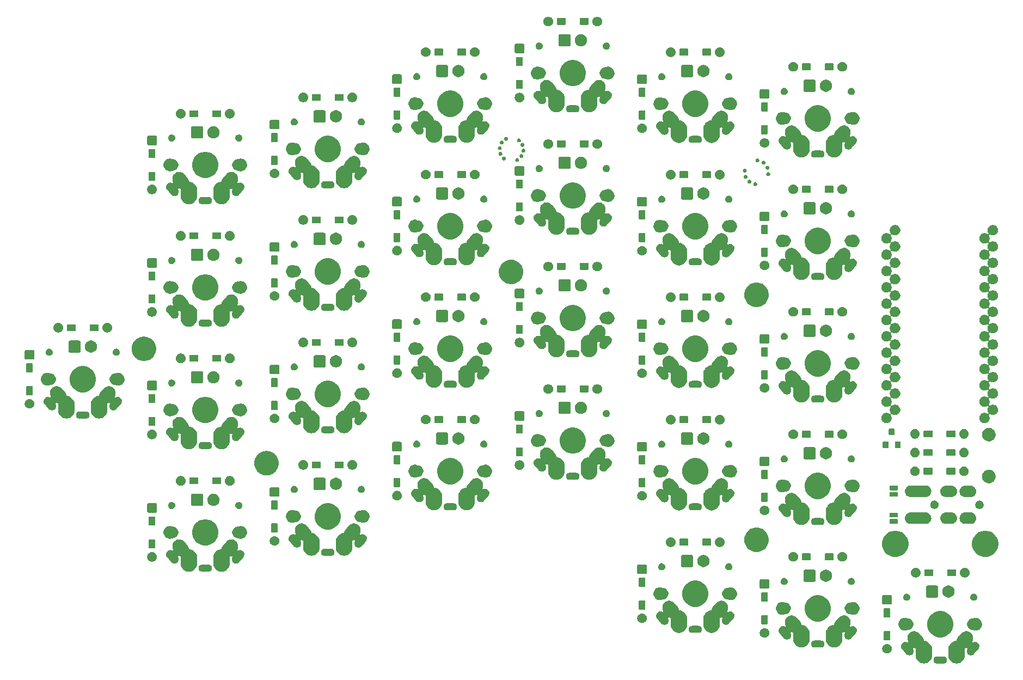
<source format=gts>
G04 #@! TF.GenerationSoftware,KiCad,Pcbnew,(5.1.2)-2*
G04 #@! TF.CreationDate,2019-11-12T21:32:31+08:00*
G04 #@! TF.ProjectId,Pcb,5063622e-6b69-4636-9164-5f7063625858,rev?*
G04 #@! TF.SameCoordinates,Original*
G04 #@! TF.FileFunction,Soldermask,Top*
G04 #@! TF.FilePolarity,Negative*
%FSLAX46Y46*%
G04 Gerber Fmt 4.6, Leading zero omitted, Abs format (unit mm)*
G04 Created by KiCad (PCBNEW (5.1.2)-2) date 2019-11-12 21:32:31*
%MOMM*%
%LPD*%
G04 APERTURE LIST*
%ADD10C,0.100000*%
G04 APERTURE END LIST*
D10*
G36*
X216238409Y-126449688D02*
G01*
X216430531Y-126526824D01*
X216603914Y-126639958D01*
X216714810Y-126748462D01*
X216760200Y-126802556D01*
X217295419Y-127440404D01*
X217362685Y-127538736D01*
X217383013Y-127568452D01*
X217387328Y-127578557D01*
X217464320Y-127758845D01*
X217480576Y-127836154D01*
X217487944Y-127859524D01*
X217499730Y-127881008D01*
X217515481Y-127899779D01*
X217534592Y-127915117D01*
X217556327Y-127926432D01*
X217590647Y-127934830D01*
X217715239Y-127947101D01*
X217951053Y-128018634D01*
X218168381Y-128134799D01*
X218358871Y-128291129D01*
X218515201Y-128481619D01*
X218631366Y-128698947D01*
X218702899Y-128934761D01*
X218721000Y-129118543D01*
X218721000Y-130241457D01*
X218702899Y-130425239D01*
X218631366Y-130661053D01*
X218515201Y-130878381D01*
X218358871Y-131068871D01*
X218168380Y-131225201D01*
X217951052Y-131341366D01*
X217715238Y-131412899D01*
X217470000Y-131437053D01*
X217224761Y-131412899D01*
X216988947Y-131341366D01*
X216771619Y-131225201D01*
X216581129Y-131068871D01*
X216424799Y-130878380D01*
X216308634Y-130661052D01*
X216237101Y-130425238D01*
X216219000Y-130241456D01*
X216219000Y-129197871D01*
X216216598Y-129173486D01*
X216209485Y-129150037D01*
X216197934Y-129128426D01*
X216182389Y-129109484D01*
X216163447Y-129093939D01*
X216140576Y-129081874D01*
X215978712Y-129016887D01*
X215955196Y-129010033D01*
X215930785Y-129007897D01*
X215906426Y-129010565D01*
X215883056Y-129017934D01*
X215861573Y-129029720D01*
X215842802Y-129045471D01*
X215827464Y-129064581D01*
X215816149Y-129086316D01*
X215809292Y-129109841D01*
X215807156Y-129134252D01*
X215809824Y-129158611D01*
X215817193Y-129181981D01*
X215863155Y-129289607D01*
X215890556Y-129419919D01*
X215892009Y-129553075D01*
X215867457Y-129683951D01*
X215817845Y-129807521D01*
X215745076Y-129919043D01*
X215651951Y-130014221D01*
X215651950Y-130014222D01*
X215638207Y-130023623D01*
X215542042Y-130089407D01*
X215419586Y-130141702D01*
X215289275Y-130169103D01*
X215156119Y-130170556D01*
X215025244Y-130146004D01*
X214901671Y-130096391D01*
X214790150Y-130023622D01*
X214718826Y-129953837D01*
X214689630Y-129919042D01*
X214065489Y-129175219D01*
X214065484Y-129175213D01*
X214009142Y-129092850D01*
X213956845Y-128970391D01*
X213929445Y-128840081D01*
X213929444Y-128840078D01*
X213928518Y-128755201D01*
X213927991Y-128706926D01*
X213952545Y-128576049D01*
X213957356Y-128564064D01*
X214002155Y-128452479D01*
X214039686Y-128394961D01*
X214074924Y-128340958D01*
X214168050Y-128245778D01*
X214168052Y-128245776D01*
X214277955Y-128170595D01*
X214400414Y-128118298D01*
X214476022Y-128102400D01*
X214530727Y-128090897D01*
X214596559Y-128090179D01*
X214663879Y-128089444D01*
X214774222Y-128110145D01*
X214794755Y-128113997D01*
X214824392Y-128125896D01*
X214856354Y-128138728D01*
X214879879Y-128145584D01*
X214904290Y-128147720D01*
X214928648Y-128145052D01*
X214952018Y-128137683D01*
X214973502Y-128125896D01*
X214992273Y-128110145D01*
X215007610Y-128091035D01*
X215018925Y-128069299D01*
X215025781Y-128045774D01*
X215027917Y-128021363D01*
X215025249Y-127997005D01*
X215017880Y-127973636D01*
X215012674Y-127961445D01*
X214973348Y-127869357D01*
X214935680Y-127781153D01*
X214928180Y-127745486D01*
X214893077Y-127578554D01*
X214890819Y-127371538D01*
X214928991Y-127168058D01*
X215006127Y-126975936D01*
X215119261Y-126802553D01*
X215214501Y-126705213D01*
X215264046Y-126654575D01*
X215434921Y-126537684D01*
X215625313Y-126456377D01*
X215683765Y-126444086D01*
X215827913Y-126413774D01*
X216034929Y-126411516D01*
X216238409Y-126449688D01*
X216238409Y-126449688D01*
G37*
G36*
X224192087Y-126413775D02*
G01*
X224305389Y-126437600D01*
X224394687Y-126456377D01*
X224585079Y-126537684D01*
X224755951Y-126654572D01*
X224803499Y-126703169D01*
X224900739Y-126802554D01*
X224976162Y-126918143D01*
X225013873Y-126975936D01*
X225013873Y-126975937D01*
X225091008Y-127168058D01*
X225129181Y-127371538D01*
X225126922Y-127578555D01*
X225106407Y-127676117D01*
X225084320Y-127781155D01*
X225060832Y-127836155D01*
X225003013Y-127971548D01*
X225003011Y-127971551D01*
X225002121Y-127973635D01*
X224994752Y-127997005D01*
X224992084Y-128021363D01*
X224994220Y-128045774D01*
X225001077Y-128069299D01*
X225012392Y-128091035D01*
X225027729Y-128110145D01*
X225046501Y-128125896D01*
X225067984Y-128137682D01*
X225091354Y-128145051D01*
X225115712Y-128147719D01*
X225140123Y-128145583D01*
X225163648Y-128138726D01*
X225225244Y-128113996D01*
X225356119Y-128089444D01*
X225489275Y-128090897D01*
X225619586Y-128118298D01*
X225742042Y-128170593D01*
X225742045Y-128170595D01*
X225771956Y-128191056D01*
X225851951Y-128245779D01*
X225945076Y-128340957D01*
X226017845Y-128452479D01*
X226067457Y-128576049D01*
X226092009Y-128706925D01*
X226090556Y-128840081D01*
X226063155Y-128970393D01*
X226010860Y-129092848D01*
X225972599Y-129148779D01*
X225954511Y-129175220D01*
X225858527Y-129289609D01*
X225301178Y-129953831D01*
X225264371Y-129989844D01*
X225229847Y-130023623D01*
X225175844Y-130058861D01*
X225118326Y-130096392D01*
X224994758Y-130146002D01*
X224994757Y-130146002D01*
X224994755Y-130146003D01*
X224959540Y-130152609D01*
X224863879Y-130170556D01*
X224796559Y-130169821D01*
X224730727Y-130169103D01*
X224669807Y-130156293D01*
X224600414Y-130141702D01*
X224477955Y-130089405D01*
X224368052Y-130014224D01*
X224368049Y-130014221D01*
X224274924Y-129919042D01*
X224236853Y-129860697D01*
X224202155Y-129807521D01*
X224152545Y-129683953D01*
X224152545Y-129683952D01*
X224152544Y-129683950D01*
X224145938Y-129648735D01*
X224127991Y-129553074D01*
X224128726Y-129485754D01*
X224129444Y-129419922D01*
X224156845Y-129289611D01*
X224156845Y-129289609D01*
X224202808Y-129181981D01*
X224210177Y-129158611D01*
X224212845Y-129134253D01*
X224210709Y-129109842D01*
X224203852Y-129086317D01*
X224192537Y-129064581D01*
X224177200Y-129045471D01*
X224158429Y-129029720D01*
X224136945Y-129017934D01*
X224113575Y-129010565D01*
X224089217Y-129007897D01*
X224064806Y-129010033D01*
X224041281Y-129016890D01*
X224023319Y-129024101D01*
X223879415Y-129081878D01*
X223857692Y-129093186D01*
X223838581Y-129108524D01*
X223822830Y-129127295D01*
X223811044Y-129148779D01*
X223803675Y-129172148D01*
X223801000Y-129197871D01*
X223801000Y-130241457D01*
X223782899Y-130425239D01*
X223711366Y-130661053D01*
X223595201Y-130878381D01*
X223438871Y-131068871D01*
X223248380Y-131225201D01*
X223031052Y-131341366D01*
X222795238Y-131412899D01*
X222550000Y-131437053D01*
X222304761Y-131412899D01*
X222068947Y-131341366D01*
X221851619Y-131225201D01*
X221661129Y-131068871D01*
X221504799Y-130878380D01*
X221388634Y-130661052D01*
X221317101Y-130425238D01*
X221299000Y-130241456D01*
X221299000Y-129118543D01*
X221317101Y-128934761D01*
X221388634Y-128698947D01*
X221454326Y-128576047D01*
X221504799Y-128481620D01*
X221518816Y-128464540D01*
X221661130Y-128291129D01*
X221851620Y-128134799D01*
X222068948Y-128018634D01*
X222304762Y-127947101D01*
X222429353Y-127934830D01*
X222453386Y-127930050D01*
X222476024Y-127920672D01*
X222496399Y-127907058D01*
X222513726Y-127889731D01*
X222527339Y-127869357D01*
X222539424Y-127836155D01*
X222555680Y-127758846D01*
X222636987Y-127568453D01*
X222724582Y-127440404D01*
X222724585Y-127440400D01*
X223305189Y-126748462D01*
X223416086Y-126639958D01*
X223589468Y-126526824D01*
X223781590Y-126449689D01*
X223985070Y-126411516D01*
X224192087Y-126413775D01*
X224192087Y-126413775D01*
G37*
G36*
X220618015Y-130336973D02*
G01*
X220721879Y-130368479D01*
X220749055Y-130383005D01*
X220817600Y-130419643D01*
X220901501Y-130488499D01*
X220970357Y-130572400D01*
X221006995Y-130640945D01*
X221021521Y-130668121D01*
X221053027Y-130771985D01*
X221063666Y-130880000D01*
X221053027Y-130988015D01*
X221021521Y-131091879D01*
X221021519Y-131091882D01*
X220970357Y-131187600D01*
X220901501Y-131271501D01*
X220817600Y-131340357D01*
X220749055Y-131376995D01*
X220721879Y-131391521D01*
X220618015Y-131423027D01*
X220537067Y-131431000D01*
X219482933Y-131431000D01*
X219401985Y-131423027D01*
X219298121Y-131391521D01*
X219270945Y-131376995D01*
X219202400Y-131340357D01*
X219118499Y-131271501D01*
X219049643Y-131187600D01*
X218998481Y-131091882D01*
X218998479Y-131091879D01*
X218966973Y-130988015D01*
X218956334Y-130880000D01*
X218966973Y-130771985D01*
X218998479Y-130668121D01*
X219013005Y-130640945D01*
X219049643Y-130572400D01*
X219118499Y-130488499D01*
X219202400Y-130419643D01*
X219270945Y-130383005D01*
X219298121Y-130368479D01*
X219401985Y-130336973D01*
X219482933Y-130329000D01*
X220537067Y-130329000D01*
X220618015Y-130336973D01*
X220618015Y-130336973D01*
G37*
G36*
X211824425Y-128394599D02*
G01*
X211948621Y-128419302D01*
X212085022Y-128475801D01*
X212207779Y-128557825D01*
X212312175Y-128662221D01*
X212394199Y-128784978D01*
X212450698Y-128921379D01*
X212479500Y-129066181D01*
X212479500Y-129213819D01*
X212450698Y-129358621D01*
X212394199Y-129495022D01*
X212312175Y-129617779D01*
X212207779Y-129722175D01*
X212085022Y-129804199D01*
X211948621Y-129860698D01*
X211824425Y-129885401D01*
X211803820Y-129889500D01*
X211656180Y-129889500D01*
X211635575Y-129885401D01*
X211511379Y-129860698D01*
X211374978Y-129804199D01*
X211252221Y-129722175D01*
X211147825Y-129617779D01*
X211065801Y-129495022D01*
X211009302Y-129358621D01*
X210980500Y-129213819D01*
X210980500Y-129066181D01*
X211009302Y-128921379D01*
X211065801Y-128784978D01*
X211147825Y-128662221D01*
X211252221Y-128557825D01*
X211374978Y-128475801D01*
X211511379Y-128419302D01*
X211635575Y-128394599D01*
X211656180Y-128390500D01*
X211803820Y-128390500D01*
X211824425Y-128394599D01*
X211824425Y-128394599D01*
G37*
G36*
X205142087Y-123943775D02*
G01*
X205264230Y-123969459D01*
X205344687Y-123986377D01*
X205535079Y-124067684D01*
X205705951Y-124184572D01*
X205715542Y-124194375D01*
X205850739Y-124332554D01*
X205913671Y-124429000D01*
X205963873Y-124505936D01*
X205977393Y-124539611D01*
X206041008Y-124698058D01*
X206079181Y-124901538D01*
X206076922Y-125108555D01*
X206056886Y-125203837D01*
X206034320Y-125311155D01*
X206010832Y-125366155D01*
X205953013Y-125501548D01*
X205953011Y-125501551D01*
X205952121Y-125503635D01*
X205944752Y-125527005D01*
X205942084Y-125551363D01*
X205944220Y-125575774D01*
X205951077Y-125599299D01*
X205962392Y-125621035D01*
X205977729Y-125640145D01*
X205996501Y-125655896D01*
X206017984Y-125667682D01*
X206041354Y-125675051D01*
X206065712Y-125677719D01*
X206090123Y-125675583D01*
X206113648Y-125668726D01*
X206175244Y-125643996D01*
X206306119Y-125619444D01*
X206439275Y-125620897D01*
X206569586Y-125648298D01*
X206692042Y-125700593D01*
X206801951Y-125775779D01*
X206895076Y-125870957D01*
X206967845Y-125982479D01*
X207017457Y-126106049D01*
X207042009Y-126236925D01*
X207040556Y-126370081D01*
X207013155Y-126500393D01*
X206960860Y-126622848D01*
X206922599Y-126678779D01*
X206904511Y-126705220D01*
X206808527Y-126819609D01*
X206251178Y-127483831D01*
X206214371Y-127519844D01*
X206179847Y-127553623D01*
X206141639Y-127578554D01*
X206068326Y-127626392D01*
X205944758Y-127676002D01*
X205944757Y-127676002D01*
X205944755Y-127676003D01*
X205909540Y-127682609D01*
X205813879Y-127700556D01*
X205746559Y-127699821D01*
X205680727Y-127699103D01*
X205619807Y-127686293D01*
X205550414Y-127671702D01*
X205427955Y-127619405D01*
X205318052Y-127544224D01*
X205318049Y-127544221D01*
X205224924Y-127449042D01*
X205174352Y-127371538D01*
X205152155Y-127337521D01*
X205102545Y-127213953D01*
X205102545Y-127213952D01*
X205102544Y-127213950D01*
X205093935Y-127168058D01*
X205077991Y-127083074D01*
X205078726Y-127015754D01*
X205079444Y-126949922D01*
X205106845Y-126819611D01*
X205106845Y-126819609D01*
X205152808Y-126711981D01*
X205160177Y-126688611D01*
X205162845Y-126664253D01*
X205160709Y-126639842D01*
X205153852Y-126616317D01*
X205142537Y-126594581D01*
X205127200Y-126575471D01*
X205108429Y-126559720D01*
X205086945Y-126547934D01*
X205063575Y-126540565D01*
X205039217Y-126537897D01*
X205014806Y-126540033D01*
X204991281Y-126546890D01*
X204973319Y-126554101D01*
X204829415Y-126611878D01*
X204807692Y-126623186D01*
X204788581Y-126638524D01*
X204772830Y-126657295D01*
X204761044Y-126678779D01*
X204753675Y-126702148D01*
X204751000Y-126727871D01*
X204751000Y-127771457D01*
X204732899Y-127955239D01*
X204661366Y-128191053D01*
X204545201Y-128408381D01*
X204388871Y-128598871D01*
X204198380Y-128755201D01*
X203981052Y-128871366D01*
X203745238Y-128942899D01*
X203500000Y-128967053D01*
X203254761Y-128942899D01*
X203018947Y-128871366D01*
X202801619Y-128755201D01*
X202611129Y-128598871D01*
X202454799Y-128408380D01*
X202338634Y-128191052D01*
X202267101Y-127955238D01*
X202249000Y-127771456D01*
X202249000Y-126648543D01*
X202267101Y-126464761D01*
X202338634Y-126228947D01*
X202404326Y-126106047D01*
X202454799Y-126011620D01*
X202468816Y-125994540D01*
X202611130Y-125821129D01*
X202801620Y-125664799D01*
X203018948Y-125548634D01*
X203254762Y-125477101D01*
X203379353Y-125464830D01*
X203403386Y-125460050D01*
X203426024Y-125450672D01*
X203446399Y-125437058D01*
X203463726Y-125419731D01*
X203477339Y-125399357D01*
X203489424Y-125366155D01*
X203493580Y-125346392D01*
X203500989Y-125311155D01*
X203505680Y-125288846D01*
X203586987Y-125098453D01*
X203674582Y-124970404D01*
X203705168Y-124933953D01*
X204255189Y-124278462D01*
X204366086Y-124169958D01*
X204539468Y-124056824D01*
X204731590Y-123979689D01*
X204935070Y-123941516D01*
X205142087Y-123943775D01*
X205142087Y-123943775D01*
G37*
G36*
X197188409Y-123979688D02*
G01*
X197380531Y-124056824D01*
X197553914Y-124169958D01*
X197664810Y-124278462D01*
X197712066Y-124334780D01*
X198245419Y-124970404D01*
X198302740Y-125054199D01*
X198333013Y-125098452D01*
X198350542Y-125139500D01*
X198414320Y-125288845D01*
X198430576Y-125366154D01*
X198437944Y-125389524D01*
X198449730Y-125411008D01*
X198465481Y-125429779D01*
X198484592Y-125445117D01*
X198506327Y-125456432D01*
X198540647Y-125464830D01*
X198665239Y-125477101D01*
X198901053Y-125548634D01*
X199118381Y-125664799D01*
X199308871Y-125821129D01*
X199465201Y-126011619D01*
X199581366Y-126228947D01*
X199652899Y-126464761D01*
X199671000Y-126648543D01*
X199671000Y-127771457D01*
X199652899Y-127955239D01*
X199581366Y-128191053D01*
X199465201Y-128408381D01*
X199308871Y-128598871D01*
X199118380Y-128755201D01*
X198901052Y-128871366D01*
X198665238Y-128942899D01*
X198420000Y-128967053D01*
X198174761Y-128942899D01*
X197938947Y-128871366D01*
X197721619Y-128755201D01*
X197531129Y-128598871D01*
X197374799Y-128408380D01*
X197258634Y-128191052D01*
X197187101Y-127955238D01*
X197169000Y-127771456D01*
X197169000Y-126727871D01*
X197166598Y-126703486D01*
X197159485Y-126680037D01*
X197147934Y-126658426D01*
X197132389Y-126639484D01*
X197113447Y-126623939D01*
X197090576Y-126611874D01*
X196928712Y-126546887D01*
X196905196Y-126540033D01*
X196880785Y-126537897D01*
X196856426Y-126540565D01*
X196833056Y-126547934D01*
X196811573Y-126559720D01*
X196792802Y-126575471D01*
X196777464Y-126594581D01*
X196766149Y-126616316D01*
X196759292Y-126639841D01*
X196757156Y-126664252D01*
X196759824Y-126688611D01*
X196767193Y-126711981D01*
X196813155Y-126819607D01*
X196840556Y-126949919D01*
X196842009Y-127083075D01*
X196817457Y-127213951D01*
X196767845Y-127337521D01*
X196695076Y-127449043D01*
X196601951Y-127544221D01*
X196601950Y-127544222D01*
X196566528Y-127568453D01*
X196492042Y-127619407D01*
X196369586Y-127671702D01*
X196239275Y-127699103D01*
X196106119Y-127700556D01*
X195975244Y-127676004D01*
X195851671Y-127626391D01*
X195740150Y-127553622D01*
X195668826Y-127483837D01*
X195639630Y-127449042D01*
X195015489Y-126705219D01*
X195015484Y-126705213D01*
X194959142Y-126622850D01*
X194906845Y-126500391D01*
X194879445Y-126370081D01*
X194879444Y-126370078D01*
X194878598Y-126292532D01*
X194877991Y-126236926D01*
X194902545Y-126106049D01*
X194907356Y-126094064D01*
X194952155Y-125982479D01*
X194989686Y-125924961D01*
X195024924Y-125870958D01*
X195118050Y-125775778D01*
X195118052Y-125775776D01*
X195227955Y-125700595D01*
X195350414Y-125648298D01*
X195419807Y-125633707D01*
X195480727Y-125620897D01*
X195546559Y-125620179D01*
X195613879Y-125619444D01*
X195724222Y-125640145D01*
X195744755Y-125643997D01*
X195774392Y-125655896D01*
X195806354Y-125668728D01*
X195829879Y-125675584D01*
X195854290Y-125677720D01*
X195878648Y-125675052D01*
X195902018Y-125667683D01*
X195923502Y-125655896D01*
X195942273Y-125640145D01*
X195957610Y-125621035D01*
X195968925Y-125599299D01*
X195975781Y-125575774D01*
X195977917Y-125551363D01*
X195975249Y-125527005D01*
X195967880Y-125503636D01*
X195962679Y-125491456D01*
X195900729Y-125346392D01*
X195885680Y-125311153D01*
X195878180Y-125275486D01*
X195843077Y-125108554D01*
X195840819Y-124901538D01*
X195878991Y-124698058D01*
X195956127Y-124505936D01*
X196069261Y-124332553D01*
X196132486Y-124267934D01*
X196214046Y-124184575D01*
X196384921Y-124067684D01*
X196575313Y-123986377D01*
X196633765Y-123974086D01*
X196777913Y-123943774D01*
X196984929Y-123941516D01*
X197188409Y-123979688D01*
X197188409Y-123979688D01*
G37*
G36*
X201568015Y-127866973D02*
G01*
X201671879Y-127898479D01*
X201687929Y-127907058D01*
X201767600Y-127949643D01*
X201851501Y-128018499D01*
X201920357Y-128102400D01*
X201943439Y-128145584D01*
X201971521Y-128198121D01*
X202003027Y-128301985D01*
X202013666Y-128410000D01*
X202003027Y-128518015D01*
X201971521Y-128621879D01*
X201971519Y-128621882D01*
X201920357Y-128717600D01*
X201851501Y-128801501D01*
X201767600Y-128870357D01*
X201712063Y-128900042D01*
X201671879Y-128921521D01*
X201568015Y-128953027D01*
X201487067Y-128961000D01*
X200432933Y-128961000D01*
X200351985Y-128953027D01*
X200248121Y-128921521D01*
X200207937Y-128900042D01*
X200152400Y-128870357D01*
X200068499Y-128801501D01*
X199999643Y-128717600D01*
X199948481Y-128621882D01*
X199948479Y-128621879D01*
X199916973Y-128518015D01*
X199906334Y-128410000D01*
X199916973Y-128301985D01*
X199948479Y-128198121D01*
X199976561Y-128145584D01*
X199999643Y-128102400D01*
X200068499Y-128018499D01*
X200152400Y-127949643D01*
X200232071Y-127907058D01*
X200248121Y-127898479D01*
X200351985Y-127866973D01*
X200432933Y-127859000D01*
X201487067Y-127859000D01*
X201568015Y-127866973D01*
X201568015Y-127866973D01*
G37*
G36*
X212146896Y-126407194D02*
G01*
X212172183Y-126414865D01*
X212195486Y-126427321D01*
X212215914Y-126444086D01*
X212232679Y-126464514D01*
X212245135Y-126487817D01*
X212252806Y-126513104D01*
X212256000Y-126545538D01*
X212256000Y-127664462D01*
X212252806Y-127696896D01*
X212245135Y-127722183D01*
X212232679Y-127745486D01*
X212215914Y-127765914D01*
X212195486Y-127782679D01*
X212172183Y-127795135D01*
X212146896Y-127802806D01*
X212114462Y-127806000D01*
X211345538Y-127806000D01*
X211313104Y-127802806D01*
X211287817Y-127795135D01*
X211264514Y-127782679D01*
X211244086Y-127765914D01*
X211227321Y-127745486D01*
X211214865Y-127722183D01*
X211207194Y-127696896D01*
X211204000Y-127664462D01*
X211204000Y-126545538D01*
X211207194Y-126513104D01*
X211214865Y-126487817D01*
X211227321Y-126464514D01*
X211244086Y-126444086D01*
X211264514Y-126427321D01*
X211287817Y-126414865D01*
X211313104Y-126407194D01*
X211345538Y-126404000D01*
X212114462Y-126404000D01*
X212146896Y-126407194D01*
X212146896Y-126407194D01*
G37*
G36*
X192774425Y-125924599D02*
G01*
X192898621Y-125949302D01*
X193035022Y-126005801D01*
X193157779Y-126087825D01*
X193262175Y-126192221D01*
X193344199Y-126314978D01*
X193400698Y-126451379D01*
X193419903Y-126547934D01*
X193429500Y-126596180D01*
X193429500Y-126743820D01*
X193425401Y-126764425D01*
X193400698Y-126888621D01*
X193344199Y-127025022D01*
X193262175Y-127147779D01*
X193157779Y-127252175D01*
X193035022Y-127334199D01*
X192898621Y-127390698D01*
X192774425Y-127415401D01*
X192753820Y-127419500D01*
X192606180Y-127419500D01*
X192585575Y-127415401D01*
X192461379Y-127390698D01*
X192324978Y-127334199D01*
X192202221Y-127252175D01*
X192097825Y-127147779D01*
X192015801Y-127025022D01*
X191959302Y-126888621D01*
X191934599Y-126764425D01*
X191930500Y-126743820D01*
X191930500Y-126596180D01*
X191940097Y-126547934D01*
X191959302Y-126451379D01*
X192015801Y-126314978D01*
X192097825Y-126192221D01*
X192202221Y-126087825D01*
X192324978Y-126005801D01*
X192461379Y-125949302D01*
X192585575Y-125924599D01*
X192606180Y-125920500D01*
X192753820Y-125920500D01*
X192774425Y-125924599D01*
X192774425Y-125924599D01*
G37*
G36*
X220608254Y-123357818D02*
G01*
X220981511Y-123512426D01*
X220981513Y-123512427D01*
X221317436Y-123736884D01*
X221603116Y-124022564D01*
X221817125Y-124342850D01*
X221827574Y-124358489D01*
X221982182Y-124731746D01*
X222061000Y-125127993D01*
X222061000Y-125532007D01*
X221982182Y-125928254D01*
X221853875Y-126238015D01*
X221827573Y-126301513D01*
X221603116Y-126637436D01*
X221317436Y-126923116D01*
X220981513Y-127147573D01*
X220981512Y-127147574D01*
X220981511Y-127147574D01*
X220608254Y-127302182D01*
X220212007Y-127381000D01*
X219807993Y-127381000D01*
X219411746Y-127302182D01*
X219038489Y-127147574D01*
X219038488Y-127147574D01*
X219038487Y-127147573D01*
X218702564Y-126923116D01*
X218416884Y-126637436D01*
X218192427Y-126301513D01*
X218166125Y-126238015D01*
X218037818Y-125928254D01*
X217959000Y-125532007D01*
X217959000Y-125127993D01*
X218037818Y-124731746D01*
X218192426Y-124358489D01*
X218202876Y-124342850D01*
X218416884Y-124022564D01*
X218702564Y-123736884D01*
X219038487Y-123512427D01*
X219038489Y-123512426D01*
X219411746Y-123357818D01*
X219807993Y-123279000D01*
X220212007Y-123279000D01*
X220608254Y-123357818D01*
X220608254Y-123357818D01*
G37*
G36*
X186092087Y-121663775D02*
G01*
X186214230Y-121689459D01*
X186294687Y-121706377D01*
X186485079Y-121787684D01*
X186655951Y-121904572D01*
X186699894Y-121949485D01*
X186800739Y-122052554D01*
X186851596Y-122130495D01*
X186913873Y-122225936D01*
X186913873Y-122225937D01*
X186991008Y-122418058D01*
X187029181Y-122621538D01*
X187026922Y-122828555D01*
X187008847Y-122914514D01*
X186984320Y-123031155D01*
X186960832Y-123086155D01*
X186903013Y-123221548D01*
X186903011Y-123221551D01*
X186902121Y-123223635D01*
X186894752Y-123247005D01*
X186892084Y-123271363D01*
X186894220Y-123295774D01*
X186901077Y-123319299D01*
X186912392Y-123341035D01*
X186927729Y-123360145D01*
X186946501Y-123375896D01*
X186967984Y-123387682D01*
X186991354Y-123395051D01*
X187015712Y-123397719D01*
X187040123Y-123395583D01*
X187063648Y-123388726D01*
X187125244Y-123363996D01*
X187256119Y-123339444D01*
X187389275Y-123340897D01*
X187519586Y-123368298D01*
X187642042Y-123420593D01*
X187642045Y-123420595D01*
X187697098Y-123458255D01*
X187751951Y-123495779D01*
X187845076Y-123590957D01*
X187917845Y-123702479D01*
X187967457Y-123826049D01*
X187992009Y-123956925D01*
X187990556Y-124090081D01*
X187963155Y-124220393D01*
X187910860Y-124342848D01*
X187872599Y-124398779D01*
X187854511Y-124425220D01*
X187625572Y-124698058D01*
X187201178Y-125203831D01*
X187177604Y-125226896D01*
X187129847Y-125273623D01*
X187095685Y-125295914D01*
X187018326Y-125346392D01*
X186894758Y-125396002D01*
X186894757Y-125396002D01*
X186894755Y-125396003D01*
X186859540Y-125402609D01*
X186763879Y-125420556D01*
X186696559Y-125419821D01*
X186630727Y-125419103D01*
X186569807Y-125406293D01*
X186500414Y-125391702D01*
X186377955Y-125339405D01*
X186268052Y-125264224D01*
X186231530Y-125226896D01*
X186174924Y-125169042D01*
X186108463Y-125067188D01*
X186102155Y-125057521D01*
X186052545Y-124933953D01*
X186052545Y-124933952D01*
X186052544Y-124933950D01*
X186045938Y-124898735D01*
X186027991Y-124803074D01*
X186028770Y-124731745D01*
X186029444Y-124669922D01*
X186056845Y-124539611D01*
X186056845Y-124539609D01*
X186102808Y-124431981D01*
X186110177Y-124408611D01*
X186112845Y-124384253D01*
X186110709Y-124359842D01*
X186103852Y-124336317D01*
X186092537Y-124314581D01*
X186077200Y-124295471D01*
X186058429Y-124279720D01*
X186036945Y-124267934D01*
X186013575Y-124260565D01*
X185989217Y-124257897D01*
X185964806Y-124260033D01*
X185941281Y-124266890D01*
X185923319Y-124274101D01*
X185779415Y-124331878D01*
X185757692Y-124343186D01*
X185738581Y-124358524D01*
X185722830Y-124377295D01*
X185711044Y-124398779D01*
X185703675Y-124422148D01*
X185701000Y-124447871D01*
X185701000Y-125491457D01*
X185682899Y-125675239D01*
X185611366Y-125911053D01*
X185495201Y-126128381D01*
X185338871Y-126318871D01*
X185148380Y-126475201D01*
X184931052Y-126591366D01*
X184695238Y-126662899D01*
X184450000Y-126687053D01*
X184204761Y-126662899D01*
X183968947Y-126591366D01*
X183751619Y-126475201D01*
X183561129Y-126318871D01*
X183404799Y-126128380D01*
X183288634Y-125911052D01*
X183217101Y-125675238D01*
X183199000Y-125491456D01*
X183199000Y-124368543D01*
X183217101Y-124184761D01*
X183288634Y-123948947D01*
X183356205Y-123822532D01*
X183404799Y-123731620D01*
X183418816Y-123714540D01*
X183561130Y-123541129D01*
X183751620Y-123384799D01*
X183968948Y-123268634D01*
X184204762Y-123197101D01*
X184329353Y-123184830D01*
X184353386Y-123180050D01*
X184376024Y-123170672D01*
X184396399Y-123157058D01*
X184413726Y-123139731D01*
X184427339Y-123119357D01*
X184439424Y-123086155D01*
X184455680Y-123008846D01*
X184536987Y-122818453D01*
X184624582Y-122690404D01*
X184651778Y-122657993D01*
X185205189Y-121998462D01*
X185316086Y-121889958D01*
X185489468Y-121776824D01*
X185681590Y-121699689D01*
X185885070Y-121661516D01*
X186092087Y-121663775D01*
X186092087Y-121663775D01*
G37*
G36*
X178138409Y-121699688D02*
G01*
X178330531Y-121776824D01*
X178503914Y-121889958D01*
X178614810Y-121998462D01*
X178660200Y-122052556D01*
X179195419Y-122690404D01*
X179250728Y-122771258D01*
X179283013Y-122818452D01*
X179299920Y-122858043D01*
X179364320Y-123008845D01*
X179380576Y-123086154D01*
X179387944Y-123109524D01*
X179399730Y-123131008D01*
X179415481Y-123149779D01*
X179434592Y-123165117D01*
X179456327Y-123176432D01*
X179490647Y-123184830D01*
X179615239Y-123197101D01*
X179851053Y-123268634D01*
X180068381Y-123384799D01*
X180258871Y-123541129D01*
X180415201Y-123731619D01*
X180531366Y-123948947D01*
X180602899Y-124184761D01*
X180621000Y-124368543D01*
X180621000Y-125491457D01*
X180602899Y-125675239D01*
X180531366Y-125911053D01*
X180415201Y-126128381D01*
X180258871Y-126318871D01*
X180068380Y-126475201D01*
X179851052Y-126591366D01*
X179615238Y-126662899D01*
X179370000Y-126687053D01*
X179124761Y-126662899D01*
X178888947Y-126591366D01*
X178671619Y-126475201D01*
X178481129Y-126318871D01*
X178324799Y-126128380D01*
X178208634Y-125911052D01*
X178137101Y-125675238D01*
X178119000Y-125491456D01*
X178119000Y-124447871D01*
X178116598Y-124423486D01*
X178109485Y-124400037D01*
X178097934Y-124378426D01*
X178082389Y-124359484D01*
X178063447Y-124343939D01*
X178040576Y-124331874D01*
X177878712Y-124266887D01*
X177855196Y-124260033D01*
X177830785Y-124257897D01*
X177806426Y-124260565D01*
X177783056Y-124267934D01*
X177761573Y-124279720D01*
X177742802Y-124295471D01*
X177727464Y-124314581D01*
X177716149Y-124336316D01*
X177709292Y-124359841D01*
X177707156Y-124384252D01*
X177709824Y-124408611D01*
X177717193Y-124431981D01*
X177763155Y-124539607D01*
X177790556Y-124669919D01*
X177792009Y-124803075D01*
X177767457Y-124933951D01*
X177717845Y-125057521D01*
X177645076Y-125169043D01*
X177573211Y-125242492D01*
X177551950Y-125264222D01*
X177442045Y-125339405D01*
X177442042Y-125339407D01*
X177319586Y-125391702D01*
X177189275Y-125419103D01*
X177056119Y-125420556D01*
X176925244Y-125396004D01*
X176801671Y-125346391D01*
X176690150Y-125273622D01*
X176618826Y-125203837D01*
X176589630Y-125169042D01*
X175965489Y-124425219D01*
X175965484Y-124425213D01*
X175909142Y-124342850D01*
X175856845Y-124220391D01*
X175841391Y-124146896D01*
X175829444Y-124090078D01*
X175828414Y-123995625D01*
X175827991Y-123956926D01*
X175845988Y-123861000D01*
X175852544Y-123826050D01*
X175857356Y-123814064D01*
X175902155Y-123702479D01*
X175939686Y-123644961D01*
X175974924Y-123590958D01*
X176068050Y-123495778D01*
X176068052Y-123495776D01*
X176177955Y-123420595D01*
X176300414Y-123368298D01*
X176369807Y-123353707D01*
X176430727Y-123340897D01*
X176496559Y-123340179D01*
X176563879Y-123339444D01*
X176661823Y-123357819D01*
X176694755Y-123363997D01*
X176724392Y-123375896D01*
X176756354Y-123388728D01*
X176779879Y-123395584D01*
X176804290Y-123397720D01*
X176828648Y-123395052D01*
X176852018Y-123387683D01*
X176873502Y-123375896D01*
X176892273Y-123360145D01*
X176907610Y-123341035D01*
X176918925Y-123319299D01*
X176925781Y-123295774D01*
X176927917Y-123271363D01*
X176925249Y-123247005D01*
X176917880Y-123223636D01*
X176912674Y-123211445D01*
X176849878Y-123064400D01*
X176835680Y-123031153D01*
X176828180Y-122995486D01*
X176793077Y-122828554D01*
X176790819Y-122621538D01*
X176828991Y-122418058D01*
X176906127Y-122225936D01*
X177019261Y-122052553D01*
X177076918Y-121993625D01*
X177164046Y-121904575D01*
X177334921Y-121787684D01*
X177525313Y-121706377D01*
X177583765Y-121694086D01*
X177727913Y-121663774D01*
X177934929Y-121661516D01*
X178138409Y-121699688D01*
X178138409Y-121699688D01*
G37*
G36*
X182518015Y-125586973D02*
G01*
X182621879Y-125618479D01*
X182642684Y-125629600D01*
X182717600Y-125669643D01*
X182801501Y-125738499D01*
X182870357Y-125822400D01*
X182896312Y-125870959D01*
X182921521Y-125918121D01*
X182953027Y-126021985D01*
X182963666Y-126130000D01*
X182953027Y-126238015D01*
X182921521Y-126341879D01*
X182921519Y-126341882D01*
X182870357Y-126437600D01*
X182801501Y-126521501D01*
X182717600Y-126590357D01*
X182656813Y-126622848D01*
X182621879Y-126641521D01*
X182518015Y-126673027D01*
X182437067Y-126681000D01*
X181382933Y-126681000D01*
X181301985Y-126673027D01*
X181198121Y-126641521D01*
X181163187Y-126622848D01*
X181102400Y-126590357D01*
X181018499Y-126521501D01*
X180949643Y-126437600D01*
X180898481Y-126341882D01*
X180898479Y-126341879D01*
X180866973Y-126238015D01*
X180856334Y-126130000D01*
X180866973Y-126021985D01*
X180898479Y-125918121D01*
X180923688Y-125870959D01*
X180949643Y-125822400D01*
X181018499Y-125738499D01*
X181102400Y-125669643D01*
X181177316Y-125629600D01*
X181198121Y-125618479D01*
X181301985Y-125586973D01*
X181382933Y-125579000D01*
X182437067Y-125579000D01*
X182518015Y-125586973D01*
X182518015Y-125586973D01*
G37*
G36*
X225679908Y-124343186D02*
G01*
X225801981Y-124367468D01*
X225901308Y-124408611D01*
X225941389Y-124425213D01*
X225984151Y-124442926D01*
X226148100Y-124552473D01*
X226287527Y-124691900D01*
X226381260Y-124832182D01*
X226397075Y-124855851D01*
X226402016Y-124867779D01*
X226472532Y-125038019D01*
X226486563Y-125108556D01*
X226511000Y-125231409D01*
X226511000Y-125428591D01*
X226501351Y-125477101D01*
X226472532Y-125621981D01*
X226439969Y-125700595D01*
X226408828Y-125775776D01*
X226397074Y-125804151D01*
X226287527Y-125968100D01*
X226148100Y-126107527D01*
X225984151Y-126217074D01*
X225984150Y-126217075D01*
X225984149Y-126217075D01*
X225936222Y-126236927D01*
X225801981Y-126292532D01*
X225608591Y-126331000D01*
X225411409Y-126331000D01*
X225218019Y-126292532D01*
X225092440Y-126240515D01*
X225068991Y-126233402D01*
X225044605Y-126231000D01*
X225001258Y-126231000D01*
X224976488Y-126226073D01*
X224827188Y-126196376D01*
X224663216Y-126128456D01*
X224515646Y-126029853D01*
X224390147Y-125904354D01*
X224291544Y-125756784D01*
X224223624Y-125592812D01*
X224192643Y-125437058D01*
X224189000Y-125418742D01*
X224189000Y-125241258D01*
X224198308Y-125194462D01*
X224223624Y-125067188D01*
X224291544Y-124903216D01*
X224390147Y-124755646D01*
X224515646Y-124630147D01*
X224663216Y-124531544D01*
X224827188Y-124463624D01*
X224986272Y-124431981D01*
X225001258Y-124429000D01*
X225044605Y-124429000D01*
X225068991Y-124426598D01*
X225092440Y-124419485D01*
X225118692Y-124408611D01*
X225218019Y-124367468D01*
X225340092Y-124343186D01*
X225411409Y-124329000D01*
X225608591Y-124329000D01*
X225679908Y-124343186D01*
X225679908Y-124343186D01*
G37*
G36*
X214679908Y-124343186D02*
G01*
X214801981Y-124367468D01*
X214901308Y-124408611D01*
X214927560Y-124419485D01*
X214951009Y-124426598D01*
X214975395Y-124429000D01*
X215018742Y-124429000D01*
X215033728Y-124431981D01*
X215192812Y-124463624D01*
X215356784Y-124531544D01*
X215504354Y-124630147D01*
X215629853Y-124755646D01*
X215728456Y-124903216D01*
X215796376Y-125067188D01*
X215821692Y-125194462D01*
X215831000Y-125241258D01*
X215831000Y-125418742D01*
X215827357Y-125437058D01*
X215796376Y-125592812D01*
X215728456Y-125756784D01*
X215629853Y-125904354D01*
X215504354Y-126029853D01*
X215356784Y-126128456D01*
X215192812Y-126196376D01*
X215043512Y-126226073D01*
X215018742Y-126231000D01*
X214975395Y-126231000D01*
X214951009Y-126233402D01*
X214927560Y-126240515D01*
X214801981Y-126292532D01*
X214608591Y-126331000D01*
X214411409Y-126331000D01*
X214218019Y-126292532D01*
X214083778Y-126236927D01*
X214035851Y-126217075D01*
X214035850Y-126217075D01*
X214035849Y-126217074D01*
X213871900Y-126107527D01*
X213732473Y-125968100D01*
X213622926Y-125804151D01*
X213611173Y-125775776D01*
X213580031Y-125700595D01*
X213547468Y-125621981D01*
X213518649Y-125477101D01*
X213509000Y-125428591D01*
X213509000Y-125231409D01*
X213533437Y-125108556D01*
X213547468Y-125038019D01*
X213617984Y-124867779D01*
X213622925Y-124855851D01*
X213638740Y-124832182D01*
X213732473Y-124691900D01*
X213871900Y-124552473D01*
X214035849Y-124442926D01*
X214078612Y-124425213D01*
X214118692Y-124408611D01*
X214218019Y-124367468D01*
X214340092Y-124343186D01*
X214411409Y-124329000D01*
X214608591Y-124329000D01*
X214679908Y-124343186D01*
X214679908Y-124343186D01*
G37*
G36*
X193096896Y-123937194D02*
G01*
X193122183Y-123944865D01*
X193145486Y-123957321D01*
X193165914Y-123974086D01*
X193182679Y-123994514D01*
X193195135Y-124017817D01*
X193202806Y-124043104D01*
X193206000Y-124075538D01*
X193206000Y-125194462D01*
X193202806Y-125226896D01*
X193195135Y-125252183D01*
X193182679Y-125275486D01*
X193165914Y-125295914D01*
X193145486Y-125312679D01*
X193122183Y-125325135D01*
X193096896Y-125332806D01*
X193064462Y-125336000D01*
X192295538Y-125336000D01*
X192263104Y-125332806D01*
X192237817Y-125325135D01*
X192214514Y-125312679D01*
X192194086Y-125295914D01*
X192177321Y-125275486D01*
X192164865Y-125252183D01*
X192157194Y-125226896D01*
X192154000Y-125194462D01*
X192154000Y-124075538D01*
X192157194Y-124043104D01*
X192164865Y-124017817D01*
X192177321Y-123994514D01*
X192194086Y-123974086D01*
X192214514Y-123957321D01*
X192237817Y-123944865D01*
X192263104Y-123937194D01*
X192295538Y-123934000D01*
X193064462Y-123934000D01*
X193096896Y-123937194D01*
X193096896Y-123937194D01*
G37*
G36*
X173724425Y-123644599D02*
G01*
X173848621Y-123669302D01*
X173985022Y-123725801D01*
X174107779Y-123807825D01*
X174212175Y-123912221D01*
X174294199Y-124034978D01*
X174350698Y-124171379D01*
X174379500Y-124316181D01*
X174379500Y-124463819D01*
X174350698Y-124608621D01*
X174294199Y-124745022D01*
X174212175Y-124867779D01*
X174107779Y-124972175D01*
X173985022Y-125054199D01*
X173848621Y-125110698D01*
X173724425Y-125135401D01*
X173703820Y-125139500D01*
X173556180Y-125139500D01*
X173535575Y-125135401D01*
X173411379Y-125110698D01*
X173274978Y-125054199D01*
X173152221Y-124972175D01*
X173047825Y-124867779D01*
X172965801Y-124745022D01*
X172909302Y-124608621D01*
X172880500Y-124463819D01*
X172880500Y-124316181D01*
X172909302Y-124171379D01*
X172965801Y-124034978D01*
X173047825Y-123912221D01*
X173152221Y-123807825D01*
X173274978Y-123725801D01*
X173411379Y-123669302D01*
X173535575Y-123644599D01*
X173556180Y-123640500D01*
X173703820Y-123640500D01*
X173724425Y-123644599D01*
X173724425Y-123644599D01*
G37*
G36*
X201558254Y-120887818D02*
G01*
X201906193Y-121031939D01*
X201931513Y-121042427D01*
X202267436Y-121266884D01*
X202553116Y-121552564D01*
X202776871Y-121887436D01*
X202777574Y-121888489D01*
X202932182Y-122261746D01*
X203011000Y-122657993D01*
X203011000Y-123062007D01*
X202932182Y-123458254D01*
X202802839Y-123770515D01*
X202777573Y-123831513D01*
X202553116Y-124167436D01*
X202267436Y-124453116D01*
X201931513Y-124677573D01*
X201931512Y-124677574D01*
X201931511Y-124677574D01*
X201558254Y-124832182D01*
X201162007Y-124911000D01*
X200757993Y-124911000D01*
X200361746Y-124832182D01*
X199988489Y-124677574D01*
X199988488Y-124677574D01*
X199988487Y-124677573D01*
X199652564Y-124453116D01*
X199366884Y-124167436D01*
X199142427Y-123831513D01*
X199117161Y-123770515D01*
X198987818Y-123458254D01*
X198909000Y-123062007D01*
X198909000Y-122657993D01*
X198987818Y-122261746D01*
X199142426Y-121888489D01*
X199143130Y-121887436D01*
X199366884Y-121552564D01*
X199652564Y-121266884D01*
X199988487Y-121042427D01*
X200013807Y-121031939D01*
X200361746Y-120887818D01*
X200757993Y-120809000D01*
X201162007Y-120809000D01*
X201558254Y-120887818D01*
X201558254Y-120887818D01*
G37*
G36*
X212146896Y-122857194D02*
G01*
X212172183Y-122864865D01*
X212195486Y-122877321D01*
X212215914Y-122894086D01*
X212232679Y-122914514D01*
X212245135Y-122937817D01*
X212252806Y-122963104D01*
X212256000Y-122995538D01*
X212256000Y-124114462D01*
X212252806Y-124146896D01*
X212245135Y-124172183D01*
X212232679Y-124195486D01*
X212215914Y-124215914D01*
X212195486Y-124232679D01*
X212172183Y-124245135D01*
X212146896Y-124252806D01*
X212114462Y-124256000D01*
X211345538Y-124256000D01*
X211313104Y-124252806D01*
X211287817Y-124245135D01*
X211264514Y-124232679D01*
X211244086Y-124215914D01*
X211227321Y-124195486D01*
X211214865Y-124172183D01*
X211207194Y-124146896D01*
X211204000Y-124114462D01*
X211204000Y-122995538D01*
X211207194Y-122963104D01*
X211214865Y-122937817D01*
X211227321Y-122914514D01*
X211244086Y-122894086D01*
X211264514Y-122877321D01*
X211287817Y-122864865D01*
X211313104Y-122857194D01*
X211345538Y-122854000D01*
X212114462Y-122854000D01*
X212146896Y-122857194D01*
X212146896Y-122857194D01*
G37*
G36*
X195585738Y-121864400D02*
G01*
X195751981Y-121897468D01*
X195872310Y-121947311D01*
X195877560Y-121949485D01*
X195901009Y-121956598D01*
X195925395Y-121959000D01*
X195968742Y-121959000D01*
X195993512Y-121963927D01*
X196142812Y-121993624D01*
X196306784Y-122061544D01*
X196454354Y-122160147D01*
X196579853Y-122285646D01*
X196678456Y-122433216D01*
X196746376Y-122597188D01*
X196781000Y-122771259D01*
X196781000Y-122948741D01*
X196746376Y-123122812D01*
X196678456Y-123286784D01*
X196579853Y-123434354D01*
X196454354Y-123559853D01*
X196306784Y-123658456D01*
X196142812Y-123726376D01*
X195993512Y-123756073D01*
X195968742Y-123761000D01*
X195925395Y-123761000D01*
X195901009Y-123763402D01*
X195877560Y-123770515D01*
X195751981Y-123822532D01*
X195558591Y-123861000D01*
X195361409Y-123861000D01*
X195168019Y-123822532D01*
X194985849Y-123747074D01*
X194821900Y-123637527D01*
X194682473Y-123498100D01*
X194572926Y-123334151D01*
X194497468Y-123151981D01*
X194473434Y-123031153D01*
X194459000Y-122958591D01*
X194459000Y-122761409D01*
X194497468Y-122568020D01*
X194504029Y-122552181D01*
X194572926Y-122385849D01*
X194682473Y-122221900D01*
X194821900Y-122082473D01*
X194985849Y-121972926D01*
X195168019Y-121897468D01*
X195334262Y-121864400D01*
X195361409Y-121859000D01*
X195558591Y-121859000D01*
X195585738Y-121864400D01*
X195585738Y-121864400D01*
G37*
G36*
X206585738Y-121864400D02*
G01*
X206751981Y-121897468D01*
X206934151Y-121972926D01*
X207098100Y-122082473D01*
X207237527Y-122221900D01*
X207347074Y-122385849D01*
X207415972Y-122552181D01*
X207422532Y-122568020D01*
X207461000Y-122761409D01*
X207461000Y-122958591D01*
X207446566Y-123031153D01*
X207422532Y-123151981D01*
X207347074Y-123334151D01*
X207237527Y-123498100D01*
X207098100Y-123637527D01*
X206934151Y-123747074D01*
X206751981Y-123822532D01*
X206558591Y-123861000D01*
X206361409Y-123861000D01*
X206168019Y-123822532D01*
X206042440Y-123770515D01*
X206018991Y-123763402D01*
X205994605Y-123761000D01*
X205951258Y-123761000D01*
X205926488Y-123756073D01*
X205777188Y-123726376D01*
X205613216Y-123658456D01*
X205465646Y-123559853D01*
X205340147Y-123434354D01*
X205241544Y-123286784D01*
X205173624Y-123122812D01*
X205139000Y-122948741D01*
X205139000Y-122771259D01*
X205173624Y-122597188D01*
X205241544Y-122433216D01*
X205340147Y-122285646D01*
X205465646Y-122160147D01*
X205613216Y-122061544D01*
X205777188Y-121993624D01*
X205926488Y-121963927D01*
X205951258Y-121959000D01*
X205994605Y-121959000D01*
X206018991Y-121956598D01*
X206042440Y-121949485D01*
X206047690Y-121947311D01*
X206168019Y-121897468D01*
X206334262Y-121864400D01*
X206361409Y-121859000D01*
X206558591Y-121859000D01*
X206585738Y-121864400D01*
X206585738Y-121864400D01*
G37*
G36*
X174046896Y-121657194D02*
G01*
X174072183Y-121664865D01*
X174095486Y-121677321D01*
X174115914Y-121694086D01*
X174132679Y-121714514D01*
X174145135Y-121737817D01*
X174152806Y-121763104D01*
X174156000Y-121795538D01*
X174156000Y-122914462D01*
X174152806Y-122946896D01*
X174145135Y-122972183D01*
X174132679Y-122995486D01*
X174115914Y-123015914D01*
X174095486Y-123032679D01*
X174072183Y-123045135D01*
X174046896Y-123052806D01*
X174014462Y-123056000D01*
X173245538Y-123056000D01*
X173213104Y-123052806D01*
X173187817Y-123045135D01*
X173164514Y-123032679D01*
X173144086Y-123015914D01*
X173127321Y-122995486D01*
X173114865Y-122972183D01*
X173107194Y-122946896D01*
X173104000Y-122914462D01*
X173104000Y-121795538D01*
X173107194Y-121763104D01*
X173114865Y-121737817D01*
X173127321Y-121714514D01*
X173144086Y-121694086D01*
X173164514Y-121677321D01*
X173187817Y-121664865D01*
X173213104Y-121657194D01*
X173245538Y-121654000D01*
X174014462Y-121654000D01*
X174046896Y-121657194D01*
X174046896Y-121657194D01*
G37*
G36*
X182508254Y-118607818D02*
G01*
X182881511Y-118762426D01*
X182881513Y-118762427D01*
X183217436Y-118986884D01*
X183503116Y-119272564D01*
X183725369Y-119605188D01*
X183727574Y-119608489D01*
X183882182Y-119981746D01*
X183961000Y-120377993D01*
X183961000Y-120782007D01*
X183882182Y-121178254D01*
X183752839Y-121490515D01*
X183727573Y-121551513D01*
X183503116Y-121887436D01*
X183217436Y-122173116D01*
X182881513Y-122397573D01*
X182881512Y-122397574D01*
X182881511Y-122397574D01*
X182508254Y-122552182D01*
X182112007Y-122631000D01*
X181707993Y-122631000D01*
X181311746Y-122552182D01*
X180938489Y-122397574D01*
X180938488Y-122397574D01*
X180938487Y-122397573D01*
X180602564Y-122173116D01*
X180316884Y-121887436D01*
X180092427Y-121551513D01*
X180067161Y-121490515D01*
X179937818Y-121178254D01*
X179859000Y-120782007D01*
X179859000Y-120377993D01*
X179937818Y-119981746D01*
X180092426Y-119608489D01*
X180094632Y-119605188D01*
X180316884Y-119272564D01*
X180602564Y-118986884D01*
X180938487Y-118762427D01*
X180938489Y-118762426D01*
X181311746Y-118607818D01*
X181707993Y-118529000D01*
X182112007Y-118529000D01*
X182508254Y-118607818D01*
X182508254Y-118607818D01*
G37*
G36*
X212298439Y-120775412D02*
G01*
X212340495Y-120788170D01*
X212379255Y-120808888D01*
X212413230Y-120836770D01*
X212441112Y-120870745D01*
X212461830Y-120909505D01*
X212474588Y-120951561D01*
X212479500Y-121001440D01*
X212479500Y-122038560D01*
X212474588Y-122088439D01*
X212461830Y-122130495D01*
X212441112Y-122169255D01*
X212413230Y-122203230D01*
X212379255Y-122231112D01*
X212340495Y-122251830D01*
X212298439Y-122264588D01*
X212248560Y-122269500D01*
X211211440Y-122269500D01*
X211161561Y-122264588D01*
X211119505Y-122251830D01*
X211080745Y-122231112D01*
X211046770Y-122203230D01*
X211018888Y-122169255D01*
X210998170Y-122130495D01*
X210985412Y-122088439D01*
X210980500Y-122038560D01*
X210980500Y-121001440D01*
X210985412Y-120951561D01*
X210998170Y-120909505D01*
X211018888Y-120870745D01*
X211046770Y-120836770D01*
X211080745Y-120808888D01*
X211119505Y-120788170D01*
X211161561Y-120775412D01*
X211211440Y-120770500D01*
X212248560Y-120770500D01*
X212298439Y-120775412D01*
X212298439Y-120775412D01*
G37*
G36*
X193096896Y-120387194D02*
G01*
X193122183Y-120394865D01*
X193145486Y-120407321D01*
X193165914Y-120424086D01*
X193182679Y-120444514D01*
X193195135Y-120467817D01*
X193202806Y-120493104D01*
X193206000Y-120525538D01*
X193206000Y-121644462D01*
X193202806Y-121676896D01*
X193195135Y-121702183D01*
X193182679Y-121725486D01*
X193165914Y-121745914D01*
X193145486Y-121762679D01*
X193122183Y-121775135D01*
X193096896Y-121782806D01*
X193064462Y-121786000D01*
X192295538Y-121786000D01*
X192263104Y-121782806D01*
X192237817Y-121775135D01*
X192214514Y-121762679D01*
X192194086Y-121745914D01*
X192177321Y-121725486D01*
X192164865Y-121702183D01*
X192157194Y-121676896D01*
X192154000Y-121644462D01*
X192154000Y-120525538D01*
X192157194Y-120493104D01*
X192164865Y-120467817D01*
X192177321Y-120444514D01*
X192194086Y-120424086D01*
X192214514Y-120407321D01*
X192237817Y-120394865D01*
X192263104Y-120387194D01*
X192295538Y-120384000D01*
X193064462Y-120384000D01*
X193096896Y-120387194D01*
X193096896Y-120387194D01*
G37*
G36*
X214950721Y-120600174D02*
G01*
X215050995Y-120641709D01*
X215050996Y-120641710D01*
X215141242Y-120702010D01*
X215217990Y-120778758D01*
X215238122Y-120808888D01*
X215278291Y-120869005D01*
X215319826Y-120969279D01*
X215341000Y-121075730D01*
X215341000Y-121184270D01*
X215319826Y-121290721D01*
X215278291Y-121390995D01*
X215278290Y-121390996D01*
X215217990Y-121481242D01*
X215141242Y-121557990D01*
X215106805Y-121581000D01*
X215050995Y-121618291D01*
X214950721Y-121659826D01*
X214844270Y-121681000D01*
X214735730Y-121681000D01*
X214629279Y-121659826D01*
X214529005Y-121618291D01*
X214473195Y-121581000D01*
X214438758Y-121557990D01*
X214362010Y-121481242D01*
X214301710Y-121390996D01*
X214301709Y-121390995D01*
X214260174Y-121290721D01*
X214239000Y-121184270D01*
X214239000Y-121075730D01*
X214260174Y-120969279D01*
X214301709Y-120869005D01*
X214341878Y-120808888D01*
X214362010Y-120778758D01*
X214438758Y-120702010D01*
X214529004Y-120641710D01*
X214529005Y-120641709D01*
X214629279Y-120600174D01*
X214735730Y-120579000D01*
X214844270Y-120579000D01*
X214950721Y-120600174D01*
X214950721Y-120600174D01*
G37*
G36*
X225390721Y-120600174D02*
G01*
X225490995Y-120641709D01*
X225490996Y-120641710D01*
X225581242Y-120702010D01*
X225657990Y-120778758D01*
X225678122Y-120808888D01*
X225718291Y-120869005D01*
X225759826Y-120969279D01*
X225781000Y-121075730D01*
X225781000Y-121184270D01*
X225759826Y-121290721D01*
X225718291Y-121390995D01*
X225718290Y-121390996D01*
X225657990Y-121481242D01*
X225581242Y-121557990D01*
X225546805Y-121581000D01*
X225490995Y-121618291D01*
X225390721Y-121659826D01*
X225284270Y-121681000D01*
X225175730Y-121681000D01*
X225069279Y-121659826D01*
X224969005Y-121618291D01*
X224913195Y-121581000D01*
X224878758Y-121557990D01*
X224802010Y-121481242D01*
X224741710Y-121390996D01*
X224741709Y-121390995D01*
X224700174Y-121290721D01*
X224679000Y-121184270D01*
X224679000Y-121075730D01*
X224700174Y-120969279D01*
X224741709Y-120869005D01*
X224781878Y-120808888D01*
X224802010Y-120778758D01*
X224878758Y-120702010D01*
X224969004Y-120641710D01*
X224969005Y-120641709D01*
X225069279Y-120600174D01*
X225175730Y-120579000D01*
X225284270Y-120579000D01*
X225390721Y-120600174D01*
X225390721Y-120600174D01*
G37*
G36*
X176701981Y-119617468D02*
G01*
X176765486Y-119643773D01*
X176827560Y-119669485D01*
X176851009Y-119676598D01*
X176875395Y-119679000D01*
X176918742Y-119679000D01*
X176943512Y-119683927D01*
X177092812Y-119713624D01*
X177256784Y-119781544D01*
X177404354Y-119880147D01*
X177529853Y-120005646D01*
X177628456Y-120153216D01*
X177696376Y-120317188D01*
X177731000Y-120491259D01*
X177731000Y-120668741D01*
X177696376Y-120842812D01*
X177628456Y-121006784D01*
X177529853Y-121154354D01*
X177404354Y-121279853D01*
X177256784Y-121378456D01*
X177092812Y-121446376D01*
X176943512Y-121476073D01*
X176918742Y-121481000D01*
X176875395Y-121481000D01*
X176851009Y-121483402D01*
X176827560Y-121490515D01*
X176701981Y-121542532D01*
X176508591Y-121581000D01*
X176311409Y-121581000D01*
X176118019Y-121542532D01*
X175935849Y-121467074D01*
X175771900Y-121357527D01*
X175632473Y-121218100D01*
X175522926Y-121054151D01*
X175447468Y-120871981D01*
X175427282Y-120770500D01*
X175409000Y-120678591D01*
X175409000Y-120481409D01*
X175447468Y-120288020D01*
X175522925Y-120105851D01*
X175589879Y-120005647D01*
X175632473Y-119941900D01*
X175771900Y-119802473D01*
X175935849Y-119692926D01*
X176118019Y-119617468D01*
X176311409Y-119579000D01*
X176508591Y-119579000D01*
X176701981Y-119617468D01*
X176701981Y-119617468D01*
G37*
G36*
X187701981Y-119617468D02*
G01*
X187884151Y-119692926D01*
X188048100Y-119802473D01*
X188187527Y-119941900D01*
X188230121Y-120005647D01*
X188297075Y-120105851D01*
X188372532Y-120288020D01*
X188411000Y-120481409D01*
X188411000Y-120678591D01*
X188392718Y-120770500D01*
X188372532Y-120871981D01*
X188297074Y-121054151D01*
X188187527Y-121218100D01*
X188048100Y-121357527D01*
X187884151Y-121467074D01*
X187701981Y-121542532D01*
X187508591Y-121581000D01*
X187311409Y-121581000D01*
X187118019Y-121542532D01*
X186992440Y-121490515D01*
X186968991Y-121483402D01*
X186944605Y-121481000D01*
X186901258Y-121481000D01*
X186876488Y-121476073D01*
X186727188Y-121446376D01*
X186563216Y-121378456D01*
X186415646Y-121279853D01*
X186290147Y-121154354D01*
X186191544Y-121006784D01*
X186123624Y-120842812D01*
X186089000Y-120668741D01*
X186089000Y-120491259D01*
X186123624Y-120317188D01*
X186191544Y-120153216D01*
X186290147Y-120005646D01*
X186415646Y-119880147D01*
X186563216Y-119781544D01*
X186727188Y-119713624D01*
X186876488Y-119683927D01*
X186901258Y-119679000D01*
X186944605Y-119679000D01*
X186968991Y-119676598D01*
X186992440Y-119669485D01*
X187054514Y-119643773D01*
X187118019Y-119617468D01*
X187311409Y-119579000D01*
X187508591Y-119579000D01*
X187701981Y-119617468D01*
X187701981Y-119617468D01*
G37*
G36*
X219445061Y-119305461D02*
G01*
X219502243Y-119322807D01*
X219554934Y-119350971D01*
X219601123Y-119388877D01*
X219639029Y-119435066D01*
X219667193Y-119487757D01*
X219684539Y-119544939D01*
X219691000Y-119610540D01*
X219691000Y-120889460D01*
X219684539Y-120955061D01*
X219667193Y-121012243D01*
X219639029Y-121064934D01*
X219601123Y-121111123D01*
X219554934Y-121149029D01*
X219502243Y-121177193D01*
X219445061Y-121194539D01*
X219379460Y-121201000D01*
X218100540Y-121201000D01*
X218034939Y-121194539D01*
X217977757Y-121177193D01*
X217925066Y-121149029D01*
X217878877Y-121111123D01*
X217840971Y-121064934D01*
X217812807Y-121012243D01*
X217795461Y-120955061D01*
X217789000Y-120889460D01*
X217789000Y-119610540D01*
X217795461Y-119544939D01*
X217812807Y-119487757D01*
X217840971Y-119435066D01*
X217878877Y-119388877D01*
X217925066Y-119350971D01*
X217977757Y-119322807D01*
X218034939Y-119305461D01*
X218100540Y-119299000D01*
X219379460Y-119299000D01*
X219445061Y-119305461D01*
X219445061Y-119305461D01*
G37*
G36*
X221557395Y-119335546D02*
G01*
X221730466Y-119407234D01*
X221772119Y-119435066D01*
X221886227Y-119511310D01*
X222018690Y-119643773D01*
X222018691Y-119643775D01*
X222122766Y-119799534D01*
X222194454Y-119972605D01*
X222231000Y-120156333D01*
X222231000Y-120343667D01*
X222194454Y-120527395D01*
X222122766Y-120700466D01*
X222122765Y-120700467D01*
X222018690Y-120856227D01*
X221886227Y-120988690D01*
X221867145Y-121001440D01*
X221730466Y-121092766D01*
X221557395Y-121164454D01*
X221373667Y-121201000D01*
X221186333Y-121201000D01*
X221002605Y-121164454D01*
X220829534Y-121092766D01*
X220692855Y-121001440D01*
X220673773Y-120988690D01*
X220541310Y-120856227D01*
X220437235Y-120700467D01*
X220437234Y-120700466D01*
X220365546Y-120527395D01*
X220329000Y-120343667D01*
X220329000Y-120156333D01*
X220365546Y-119972605D01*
X220437234Y-119799534D01*
X220541309Y-119643775D01*
X220541310Y-119643773D01*
X220673773Y-119511310D01*
X220787881Y-119435066D01*
X220829534Y-119407234D01*
X221002605Y-119335546D01*
X221186333Y-119299000D01*
X221373667Y-119299000D01*
X221557395Y-119335546D01*
X221557395Y-119335546D01*
G37*
G36*
X193248439Y-118305412D02*
G01*
X193290495Y-118318170D01*
X193329255Y-118338888D01*
X193363230Y-118366770D01*
X193391112Y-118400745D01*
X193411830Y-118439505D01*
X193424588Y-118481561D01*
X193429500Y-118531440D01*
X193429500Y-119568560D01*
X193424588Y-119618439D01*
X193411830Y-119660495D01*
X193391112Y-119699255D01*
X193363230Y-119733230D01*
X193329255Y-119761112D01*
X193290495Y-119781830D01*
X193248439Y-119794588D01*
X193198560Y-119799500D01*
X192161440Y-119799500D01*
X192111561Y-119794588D01*
X192069505Y-119781830D01*
X192030745Y-119761112D01*
X191996770Y-119733230D01*
X191968888Y-119699255D01*
X191948170Y-119660495D01*
X191935412Y-119618439D01*
X191930500Y-119568560D01*
X191930500Y-118531440D01*
X191935412Y-118481561D01*
X191948170Y-118439505D01*
X191968888Y-118400745D01*
X191996770Y-118366770D01*
X192030745Y-118338888D01*
X192069505Y-118318170D01*
X192111561Y-118305412D01*
X192161440Y-118300500D01*
X193198560Y-118300500D01*
X193248439Y-118305412D01*
X193248439Y-118305412D01*
G37*
G36*
X174046896Y-118107194D02*
G01*
X174072183Y-118114865D01*
X174095486Y-118127321D01*
X174115914Y-118144086D01*
X174132679Y-118164514D01*
X174145135Y-118187817D01*
X174152806Y-118213104D01*
X174156000Y-118245538D01*
X174156000Y-119364462D01*
X174152806Y-119396896D01*
X174145135Y-119422183D01*
X174132679Y-119445486D01*
X174115914Y-119465914D01*
X174095486Y-119482679D01*
X174072183Y-119495135D01*
X174046896Y-119502806D01*
X174014462Y-119506000D01*
X173245538Y-119506000D01*
X173213104Y-119502806D01*
X173187817Y-119495135D01*
X173164514Y-119482679D01*
X173144086Y-119465914D01*
X173127321Y-119445486D01*
X173114865Y-119422183D01*
X173107194Y-119396896D01*
X173104000Y-119364462D01*
X173104000Y-118245538D01*
X173107194Y-118213104D01*
X173114865Y-118187817D01*
X173127321Y-118164514D01*
X173144086Y-118144086D01*
X173164514Y-118127321D01*
X173187817Y-118114865D01*
X173213104Y-118107194D01*
X173245538Y-118104000D01*
X174014462Y-118104000D01*
X174046896Y-118107194D01*
X174046896Y-118107194D01*
G37*
G36*
X195900721Y-118130174D02*
G01*
X196000995Y-118171709D01*
X196000996Y-118171710D01*
X196091242Y-118232010D01*
X196167990Y-118308758D01*
X196188122Y-118338888D01*
X196228291Y-118399005D01*
X196269826Y-118499279D01*
X196291000Y-118605730D01*
X196291000Y-118714270D01*
X196269826Y-118820721D01*
X196228291Y-118920995D01*
X196228290Y-118920996D01*
X196167990Y-119011242D01*
X196091242Y-119087990D01*
X196045812Y-119118345D01*
X196000995Y-119148291D01*
X195900721Y-119189826D01*
X195794270Y-119211000D01*
X195685730Y-119211000D01*
X195579279Y-119189826D01*
X195479005Y-119148291D01*
X195434188Y-119118345D01*
X195388758Y-119087990D01*
X195312010Y-119011242D01*
X195251710Y-118920996D01*
X195251709Y-118920995D01*
X195210174Y-118820721D01*
X195189000Y-118714270D01*
X195189000Y-118605730D01*
X195210174Y-118499279D01*
X195251709Y-118399005D01*
X195291878Y-118338888D01*
X195312010Y-118308758D01*
X195388758Y-118232010D01*
X195479004Y-118171710D01*
X195479005Y-118171709D01*
X195579279Y-118130174D01*
X195685730Y-118109000D01*
X195794270Y-118109000D01*
X195900721Y-118130174D01*
X195900721Y-118130174D01*
G37*
G36*
X206340721Y-118130174D02*
G01*
X206440995Y-118171709D01*
X206440996Y-118171710D01*
X206531242Y-118232010D01*
X206607990Y-118308758D01*
X206628122Y-118338888D01*
X206668291Y-118399005D01*
X206709826Y-118499279D01*
X206731000Y-118605730D01*
X206731000Y-118714270D01*
X206709826Y-118820721D01*
X206668291Y-118920995D01*
X206668290Y-118920996D01*
X206607990Y-119011242D01*
X206531242Y-119087990D01*
X206485812Y-119118345D01*
X206440995Y-119148291D01*
X206340721Y-119189826D01*
X206234270Y-119211000D01*
X206125730Y-119211000D01*
X206019279Y-119189826D01*
X205919005Y-119148291D01*
X205874188Y-119118345D01*
X205828758Y-119087990D01*
X205752010Y-119011242D01*
X205691710Y-118920996D01*
X205691709Y-118920995D01*
X205650174Y-118820721D01*
X205629000Y-118714270D01*
X205629000Y-118605730D01*
X205650174Y-118499279D01*
X205691709Y-118399005D01*
X205731878Y-118338888D01*
X205752010Y-118308758D01*
X205828758Y-118232010D01*
X205919004Y-118171710D01*
X205919005Y-118171709D01*
X206019279Y-118130174D01*
X206125730Y-118109000D01*
X206234270Y-118109000D01*
X206340721Y-118130174D01*
X206340721Y-118130174D01*
G37*
G36*
X202507395Y-116865546D02*
G01*
X202680466Y-116937234D01*
X202707026Y-116954981D01*
X202836227Y-117041310D01*
X202968690Y-117173773D01*
X202968691Y-117173775D01*
X203072766Y-117329534D01*
X203144454Y-117502605D01*
X203181000Y-117686333D01*
X203181000Y-117873667D01*
X203144454Y-118057395D01*
X203072766Y-118230466D01*
X203072765Y-118230467D01*
X202968690Y-118386227D01*
X202836227Y-118518690D01*
X202820797Y-118529000D01*
X202680466Y-118622766D01*
X202507395Y-118694454D01*
X202323667Y-118731000D01*
X202136333Y-118731000D01*
X201952605Y-118694454D01*
X201779534Y-118622766D01*
X201639203Y-118529000D01*
X201623773Y-118518690D01*
X201491310Y-118386227D01*
X201387235Y-118230467D01*
X201387234Y-118230466D01*
X201315546Y-118057395D01*
X201279000Y-117873667D01*
X201279000Y-117686333D01*
X201315546Y-117502605D01*
X201387234Y-117329534D01*
X201491309Y-117173775D01*
X201491310Y-117173773D01*
X201623773Y-117041310D01*
X201752974Y-116954981D01*
X201779534Y-116937234D01*
X201952605Y-116865546D01*
X202136333Y-116829000D01*
X202323667Y-116829000D01*
X202507395Y-116865546D01*
X202507395Y-116865546D01*
G37*
G36*
X200395061Y-116835461D02*
G01*
X200452243Y-116852807D01*
X200504934Y-116880971D01*
X200551123Y-116918877D01*
X200589029Y-116965066D01*
X200617193Y-117017757D01*
X200634539Y-117074939D01*
X200641000Y-117140540D01*
X200641000Y-118419460D01*
X200634539Y-118485061D01*
X200617193Y-118542243D01*
X200589029Y-118594934D01*
X200551123Y-118641123D01*
X200504934Y-118679029D01*
X200452243Y-118707193D01*
X200395061Y-118724539D01*
X200329460Y-118731000D01*
X199050540Y-118731000D01*
X198984939Y-118724539D01*
X198927757Y-118707193D01*
X198875066Y-118679029D01*
X198828877Y-118641123D01*
X198790971Y-118594934D01*
X198762807Y-118542243D01*
X198745461Y-118485061D01*
X198739000Y-118419460D01*
X198739000Y-117140540D01*
X198745461Y-117074939D01*
X198762807Y-117017757D01*
X198790971Y-116965066D01*
X198828877Y-116918877D01*
X198875066Y-116880971D01*
X198927757Y-116852807D01*
X198984939Y-116835461D01*
X199050540Y-116829000D01*
X200329460Y-116829000D01*
X200395061Y-116835461D01*
X200395061Y-116835461D01*
G37*
G36*
X223914425Y-116564599D02*
G01*
X224038621Y-116589302D01*
X224175022Y-116645801D01*
X224297779Y-116727825D01*
X224402175Y-116832221D01*
X224484199Y-116954978D01*
X224540698Y-117091379D01*
X224557087Y-117173775D01*
X224569500Y-117236180D01*
X224569500Y-117383820D01*
X224565401Y-117404425D01*
X224540698Y-117528621D01*
X224484199Y-117665022D01*
X224402175Y-117787779D01*
X224297779Y-117892175D01*
X224175022Y-117974199D01*
X224038621Y-118030698D01*
X223914425Y-118055401D01*
X223893820Y-118059500D01*
X223746180Y-118059500D01*
X223725575Y-118055401D01*
X223601379Y-118030698D01*
X223464978Y-117974199D01*
X223342221Y-117892175D01*
X223237825Y-117787779D01*
X223155801Y-117665022D01*
X223099302Y-117528621D01*
X223074599Y-117404425D01*
X223070500Y-117383820D01*
X223070500Y-117236180D01*
X223082913Y-117173775D01*
X223099302Y-117091379D01*
X223155801Y-116954978D01*
X223237825Y-116832221D01*
X223342221Y-116727825D01*
X223464978Y-116645801D01*
X223601379Y-116589302D01*
X223725575Y-116564599D01*
X223746180Y-116560500D01*
X223893820Y-116560500D01*
X223914425Y-116564599D01*
X223914425Y-116564599D01*
G37*
G36*
X216294425Y-116564599D02*
G01*
X216418621Y-116589302D01*
X216555022Y-116645801D01*
X216677779Y-116727825D01*
X216782175Y-116832221D01*
X216864199Y-116954978D01*
X216920698Y-117091379D01*
X216937087Y-117173775D01*
X216949500Y-117236180D01*
X216949500Y-117383820D01*
X216945401Y-117404425D01*
X216920698Y-117528621D01*
X216864199Y-117665022D01*
X216782175Y-117787779D01*
X216677779Y-117892175D01*
X216555022Y-117974199D01*
X216418621Y-118030698D01*
X216294425Y-118055401D01*
X216273820Y-118059500D01*
X216126180Y-118059500D01*
X216105575Y-118055401D01*
X215981379Y-118030698D01*
X215844978Y-117974199D01*
X215722221Y-117892175D01*
X215617825Y-117787779D01*
X215535801Y-117665022D01*
X215479302Y-117528621D01*
X215454599Y-117404425D01*
X215450500Y-117383820D01*
X215450500Y-117236180D01*
X215462913Y-117173775D01*
X215479302Y-117091379D01*
X215535801Y-116954978D01*
X215617825Y-116832221D01*
X215722221Y-116727825D01*
X215844978Y-116645801D01*
X215981379Y-116589302D01*
X216105575Y-116564599D01*
X216126180Y-116560500D01*
X216273820Y-116560500D01*
X216294425Y-116564599D01*
X216294425Y-116564599D01*
G37*
G36*
X218826896Y-116787194D02*
G01*
X218852183Y-116794865D01*
X218875486Y-116807321D01*
X218895914Y-116824086D01*
X218912679Y-116844514D01*
X218925135Y-116867817D01*
X218932806Y-116893104D01*
X218936000Y-116925538D01*
X218936000Y-117694462D01*
X218932806Y-117726896D01*
X218925135Y-117752183D01*
X218912679Y-117775486D01*
X218895914Y-117795914D01*
X218875486Y-117812679D01*
X218852183Y-117825135D01*
X218826896Y-117832806D01*
X218794462Y-117836000D01*
X217675538Y-117836000D01*
X217643104Y-117832806D01*
X217617817Y-117825135D01*
X217594514Y-117812679D01*
X217574086Y-117795914D01*
X217557321Y-117775486D01*
X217544865Y-117752183D01*
X217537194Y-117726896D01*
X217534000Y-117694462D01*
X217534000Y-116925538D01*
X217537194Y-116893104D01*
X217544865Y-116867817D01*
X217557321Y-116844514D01*
X217574086Y-116824086D01*
X217594514Y-116807321D01*
X217617817Y-116794865D01*
X217643104Y-116787194D01*
X217675538Y-116784000D01*
X218794462Y-116784000D01*
X218826896Y-116787194D01*
X218826896Y-116787194D01*
G37*
G36*
X222376896Y-116787194D02*
G01*
X222402183Y-116794865D01*
X222425486Y-116807321D01*
X222445914Y-116824086D01*
X222462679Y-116844514D01*
X222475135Y-116867817D01*
X222482806Y-116893104D01*
X222486000Y-116925538D01*
X222486000Y-117694462D01*
X222482806Y-117726896D01*
X222475135Y-117752183D01*
X222462679Y-117775486D01*
X222445914Y-117795914D01*
X222425486Y-117812679D01*
X222402183Y-117825135D01*
X222376896Y-117832806D01*
X222344462Y-117836000D01*
X221225538Y-117836000D01*
X221193104Y-117832806D01*
X221167817Y-117825135D01*
X221144514Y-117812679D01*
X221124086Y-117795914D01*
X221107321Y-117775486D01*
X221094865Y-117752183D01*
X221087194Y-117726896D01*
X221084000Y-117694462D01*
X221084000Y-116925538D01*
X221087194Y-116893104D01*
X221094865Y-116867817D01*
X221107321Y-116844514D01*
X221124086Y-116824086D01*
X221144514Y-116807321D01*
X221167817Y-116794865D01*
X221193104Y-116787194D01*
X221225538Y-116784000D01*
X222344462Y-116784000D01*
X222376896Y-116787194D01*
X222376896Y-116787194D01*
G37*
G36*
X174198439Y-116025412D02*
G01*
X174240495Y-116038170D01*
X174279255Y-116058888D01*
X174313230Y-116086770D01*
X174341112Y-116120745D01*
X174361830Y-116159505D01*
X174374588Y-116201561D01*
X174379500Y-116251440D01*
X174379500Y-117288560D01*
X174374588Y-117338439D01*
X174361830Y-117380495D01*
X174341112Y-117419255D01*
X174313230Y-117453230D01*
X174279255Y-117481112D01*
X174240495Y-117501830D01*
X174198439Y-117514588D01*
X174148560Y-117519500D01*
X173111440Y-117519500D01*
X173061561Y-117514588D01*
X173019505Y-117501830D01*
X172980745Y-117481112D01*
X172946770Y-117453230D01*
X172918888Y-117419255D01*
X172898170Y-117380495D01*
X172885412Y-117338439D01*
X172880500Y-117288560D01*
X172880500Y-116251440D01*
X172885412Y-116201561D01*
X172898170Y-116159505D01*
X172918888Y-116120745D01*
X172946770Y-116086770D01*
X172980745Y-116058888D01*
X173019505Y-116038170D01*
X173061561Y-116025412D01*
X173111440Y-116020500D01*
X174148560Y-116020500D01*
X174198439Y-116025412D01*
X174198439Y-116025412D01*
G37*
G36*
X101938409Y-112169688D02*
G01*
X102130531Y-112246824D01*
X102303914Y-112359958D01*
X102414810Y-112468462D01*
X102460200Y-112522556D01*
X102995419Y-113160404D01*
X103059596Y-113254221D01*
X103083013Y-113288452D01*
X103103485Y-113336390D01*
X103164320Y-113478845D01*
X103180576Y-113556154D01*
X103187944Y-113579524D01*
X103199730Y-113601008D01*
X103215481Y-113619779D01*
X103234592Y-113635117D01*
X103256327Y-113646432D01*
X103290647Y-113654830D01*
X103415239Y-113667101D01*
X103651053Y-113738634D01*
X103868381Y-113854799D01*
X104058871Y-114011129D01*
X104215201Y-114201619D01*
X104331366Y-114418947D01*
X104402899Y-114654761D01*
X104421000Y-114838543D01*
X104421000Y-115961457D01*
X104402899Y-116145239D01*
X104331366Y-116381053D01*
X104215201Y-116598381D01*
X104058871Y-116788871D01*
X103868380Y-116945201D01*
X103651052Y-117061366D01*
X103415238Y-117132899D01*
X103170000Y-117157053D01*
X102924761Y-117132899D01*
X102688947Y-117061366D01*
X102471619Y-116945201D01*
X102281129Y-116788871D01*
X102124799Y-116598380D01*
X102008634Y-116381052D01*
X101937101Y-116145238D01*
X101919000Y-115961456D01*
X101919000Y-114917871D01*
X101916598Y-114893486D01*
X101909485Y-114870037D01*
X101897934Y-114848426D01*
X101882389Y-114829484D01*
X101863447Y-114813939D01*
X101840576Y-114801874D01*
X101678712Y-114736887D01*
X101655196Y-114730033D01*
X101630785Y-114727897D01*
X101606426Y-114730565D01*
X101583056Y-114737934D01*
X101561573Y-114749720D01*
X101542802Y-114765471D01*
X101527464Y-114784581D01*
X101516149Y-114806316D01*
X101509292Y-114829841D01*
X101507156Y-114854252D01*
X101509824Y-114878611D01*
X101517193Y-114901981D01*
X101563155Y-115009607D01*
X101590556Y-115139919D01*
X101592009Y-115273075D01*
X101567457Y-115403951D01*
X101517845Y-115527521D01*
X101445076Y-115639043D01*
X101351951Y-115734221D01*
X101351950Y-115734222D01*
X101338207Y-115743623D01*
X101242042Y-115809407D01*
X101119586Y-115861702D01*
X100989275Y-115889103D01*
X100856119Y-115890556D01*
X100725244Y-115866004D01*
X100601671Y-115816391D01*
X100490150Y-115743622D01*
X100418826Y-115673837D01*
X100389630Y-115639042D01*
X99765489Y-114895219D01*
X99765484Y-114895213D01*
X99709142Y-114812850D01*
X99656845Y-114690391D01*
X99638043Y-114600971D01*
X99629444Y-114560078D01*
X99628409Y-114465201D01*
X99627991Y-114426926D01*
X99646172Y-114330016D01*
X99652544Y-114296050D01*
X99657356Y-114284064D01*
X99702155Y-114172479D01*
X99739686Y-114114961D01*
X99774924Y-114060958D01*
X99868050Y-113965778D01*
X99868052Y-113965776D01*
X99977955Y-113890595D01*
X100100414Y-113838298D01*
X100169807Y-113823707D01*
X100230727Y-113810897D01*
X100296559Y-113810179D01*
X100363879Y-113809444D01*
X100474222Y-113830145D01*
X100494755Y-113833997D01*
X100524392Y-113845896D01*
X100556354Y-113858728D01*
X100579879Y-113865584D01*
X100604290Y-113867720D01*
X100628648Y-113865052D01*
X100652018Y-113857683D01*
X100673502Y-113845896D01*
X100692273Y-113830145D01*
X100707610Y-113811035D01*
X100718925Y-113789299D01*
X100725781Y-113765774D01*
X100727917Y-113741363D01*
X100725249Y-113717005D01*
X100717880Y-113693636D01*
X100712674Y-113681445D01*
X100644927Y-113522806D01*
X100635680Y-113501153D01*
X100628180Y-113465486D01*
X100593077Y-113298554D01*
X100590819Y-113091538D01*
X100628991Y-112888058D01*
X100706127Y-112695936D01*
X100819261Y-112522553D01*
X100902116Y-112437871D01*
X100964046Y-112374575D01*
X101134921Y-112257684D01*
X101325313Y-112176377D01*
X101383765Y-112164086D01*
X101527913Y-112133774D01*
X101734929Y-112131516D01*
X101938409Y-112169688D01*
X101938409Y-112169688D01*
G37*
G36*
X109892087Y-112133775D02*
G01*
X110014230Y-112159459D01*
X110094687Y-112176377D01*
X110285079Y-112257684D01*
X110455951Y-112374572D01*
X110495714Y-112415213D01*
X110600739Y-112522554D01*
X110650373Y-112598621D01*
X110713873Y-112695936D01*
X110733371Y-112744500D01*
X110791008Y-112888058D01*
X110829181Y-113091538D01*
X110826922Y-113298555D01*
X110808533Y-113386004D01*
X110784320Y-113501155D01*
X110751942Y-113576973D01*
X110703013Y-113691548D01*
X110703011Y-113691551D01*
X110702121Y-113693635D01*
X110694752Y-113717005D01*
X110692084Y-113741363D01*
X110694220Y-113765774D01*
X110701077Y-113789299D01*
X110712392Y-113811035D01*
X110727729Y-113830145D01*
X110746501Y-113845896D01*
X110767984Y-113857682D01*
X110791354Y-113865051D01*
X110815712Y-113867719D01*
X110840123Y-113865583D01*
X110863648Y-113858726D01*
X110925244Y-113833996D01*
X111056119Y-113809444D01*
X111189275Y-113810897D01*
X111319586Y-113838298D01*
X111442042Y-113890593D01*
X111551951Y-113965779D01*
X111645076Y-114060957D01*
X111717845Y-114172479D01*
X111767457Y-114296049D01*
X111792009Y-114426925D01*
X111790556Y-114560081D01*
X111763155Y-114690393D01*
X111710860Y-114812848D01*
X111681896Y-114855188D01*
X111654511Y-114895220D01*
X111525026Y-115049534D01*
X111001178Y-115673831D01*
X110964371Y-115709844D01*
X110929847Y-115743623D01*
X110878090Y-115777395D01*
X110818326Y-115816392D01*
X110694758Y-115866002D01*
X110694757Y-115866002D01*
X110694755Y-115866003D01*
X110659540Y-115872609D01*
X110563879Y-115890556D01*
X110496559Y-115889821D01*
X110430727Y-115889103D01*
X110369807Y-115876293D01*
X110300414Y-115861702D01*
X110177955Y-115809405D01*
X110068052Y-115734224D01*
X110068049Y-115734221D01*
X109974924Y-115639042D01*
X109923803Y-115560697D01*
X109902155Y-115527521D01*
X109852545Y-115403953D01*
X109852545Y-115403952D01*
X109852544Y-115403950D01*
X109845425Y-115366000D01*
X109827991Y-115273074D01*
X109828726Y-115205754D01*
X109829444Y-115139922D01*
X109856845Y-115009611D01*
X109856845Y-115009609D01*
X109902808Y-114901981D01*
X109910177Y-114878611D01*
X109912845Y-114854253D01*
X109910709Y-114829842D01*
X109903852Y-114806317D01*
X109892537Y-114784581D01*
X109877200Y-114765471D01*
X109858429Y-114749720D01*
X109836945Y-114737934D01*
X109813575Y-114730565D01*
X109789217Y-114727897D01*
X109764806Y-114730033D01*
X109741281Y-114736890D01*
X109723319Y-114744101D01*
X109579415Y-114801878D01*
X109557692Y-114813186D01*
X109538581Y-114828524D01*
X109522830Y-114847295D01*
X109511044Y-114868779D01*
X109503675Y-114892148D01*
X109501000Y-114917871D01*
X109501000Y-115961457D01*
X109482899Y-116145239D01*
X109411366Y-116381053D01*
X109295201Y-116598381D01*
X109138871Y-116788871D01*
X108948380Y-116945201D01*
X108731052Y-117061366D01*
X108495238Y-117132899D01*
X108250000Y-117157053D01*
X108004761Y-117132899D01*
X107768947Y-117061366D01*
X107551619Y-116945201D01*
X107361129Y-116788871D01*
X107204799Y-116598380D01*
X107088634Y-116381052D01*
X107017101Y-116145238D01*
X106999000Y-115961456D01*
X106999000Y-114838543D01*
X107017101Y-114654761D01*
X107088634Y-114418947D01*
X107154326Y-114296047D01*
X107204799Y-114201620D01*
X107225988Y-114175801D01*
X107361130Y-114011129D01*
X107551620Y-113854799D01*
X107768948Y-113738634D01*
X108004762Y-113667101D01*
X108129353Y-113654830D01*
X108153386Y-113650050D01*
X108176024Y-113640672D01*
X108196399Y-113627058D01*
X108213726Y-113609731D01*
X108227339Y-113589357D01*
X108239424Y-113556155D01*
X108255680Y-113478846D01*
X108336987Y-113288453D01*
X108424582Y-113160404D01*
X108425724Y-113159043D01*
X109005189Y-112468462D01*
X109116086Y-112359958D01*
X109289468Y-112246824D01*
X109481590Y-112169689D01*
X109685070Y-112131516D01*
X109892087Y-112133775D01*
X109892087Y-112133775D01*
G37*
G36*
X106318015Y-116056973D02*
G01*
X106421879Y-116088479D01*
X106449055Y-116103005D01*
X106517600Y-116139643D01*
X106601501Y-116208499D01*
X106670357Y-116292400D01*
X106697277Y-116342765D01*
X106721521Y-116388121D01*
X106753027Y-116491985D01*
X106763666Y-116600000D01*
X106753027Y-116708015D01*
X106721521Y-116811879D01*
X106721519Y-116811882D01*
X106670357Y-116907600D01*
X106601501Y-116991501D01*
X106517600Y-117060357D01*
X106449055Y-117096995D01*
X106421879Y-117111521D01*
X106318015Y-117143027D01*
X106237067Y-117151000D01*
X105182933Y-117151000D01*
X105101985Y-117143027D01*
X104998121Y-117111521D01*
X104970945Y-117096995D01*
X104902400Y-117060357D01*
X104818499Y-116991501D01*
X104749643Y-116907600D01*
X104698481Y-116811882D01*
X104698479Y-116811879D01*
X104666973Y-116708015D01*
X104656334Y-116600000D01*
X104666973Y-116491985D01*
X104698479Y-116388121D01*
X104722723Y-116342765D01*
X104749643Y-116292400D01*
X104818499Y-116208499D01*
X104902400Y-116139643D01*
X104970945Y-116103005D01*
X104998121Y-116088479D01*
X105101985Y-116056973D01*
X105182933Y-116049000D01*
X106237067Y-116049000D01*
X106318015Y-116056973D01*
X106318015Y-116056973D01*
G37*
G36*
X176850721Y-115850174D02*
G01*
X176950995Y-115891709D01*
X176950996Y-115891710D01*
X177041242Y-115952010D01*
X177117990Y-116028758D01*
X177138122Y-116058888D01*
X177178291Y-116119005D01*
X177219826Y-116219279D01*
X177241000Y-116325730D01*
X177241000Y-116434270D01*
X177219826Y-116540721D01*
X177178291Y-116640995D01*
X177148345Y-116685812D01*
X177117990Y-116731242D01*
X177041242Y-116807990D01*
X177035417Y-116811882D01*
X176950995Y-116868291D01*
X176850721Y-116909826D01*
X176744270Y-116931000D01*
X176635730Y-116931000D01*
X176529279Y-116909826D01*
X176429005Y-116868291D01*
X176344583Y-116811882D01*
X176338758Y-116807990D01*
X176262010Y-116731242D01*
X176231655Y-116685812D01*
X176201709Y-116640995D01*
X176160174Y-116540721D01*
X176139000Y-116434270D01*
X176139000Y-116325730D01*
X176160174Y-116219279D01*
X176201709Y-116119005D01*
X176241878Y-116058888D01*
X176262010Y-116028758D01*
X176338758Y-115952010D01*
X176429004Y-115891710D01*
X176429005Y-115891709D01*
X176529279Y-115850174D01*
X176635730Y-115829000D01*
X176744270Y-115829000D01*
X176850721Y-115850174D01*
X176850721Y-115850174D01*
G37*
G36*
X187290721Y-115850174D02*
G01*
X187390995Y-115891709D01*
X187390996Y-115891710D01*
X187481242Y-115952010D01*
X187557990Y-116028758D01*
X187578122Y-116058888D01*
X187618291Y-116119005D01*
X187659826Y-116219279D01*
X187681000Y-116325730D01*
X187681000Y-116434270D01*
X187659826Y-116540721D01*
X187618291Y-116640995D01*
X187588345Y-116685812D01*
X187557990Y-116731242D01*
X187481242Y-116807990D01*
X187475417Y-116811882D01*
X187390995Y-116868291D01*
X187290721Y-116909826D01*
X187184270Y-116931000D01*
X187075730Y-116931000D01*
X186969279Y-116909826D01*
X186869005Y-116868291D01*
X186784583Y-116811882D01*
X186778758Y-116807990D01*
X186702010Y-116731242D01*
X186671655Y-116685812D01*
X186641709Y-116640995D01*
X186600174Y-116540721D01*
X186579000Y-116434270D01*
X186579000Y-116325730D01*
X186600174Y-116219279D01*
X186641709Y-116119005D01*
X186681878Y-116058888D01*
X186702010Y-116028758D01*
X186778758Y-115952010D01*
X186869004Y-115891710D01*
X186869005Y-115891709D01*
X186969279Y-115850174D01*
X187075730Y-115829000D01*
X187184270Y-115829000D01*
X187290721Y-115850174D01*
X187290721Y-115850174D01*
G37*
G36*
X183457395Y-114585546D02*
G01*
X183630466Y-114657234D01*
X183660127Y-114677053D01*
X183786227Y-114761310D01*
X183918690Y-114893773D01*
X183934792Y-114917872D01*
X184022766Y-115049534D01*
X184094454Y-115222605D01*
X184131000Y-115406333D01*
X184131000Y-115593667D01*
X184094454Y-115777395D01*
X184022766Y-115950466D01*
X184015422Y-115961457D01*
X183918690Y-116106227D01*
X183786227Y-116238690D01*
X183767145Y-116251440D01*
X183630466Y-116342766D01*
X183457395Y-116414454D01*
X183273667Y-116451000D01*
X183086333Y-116451000D01*
X182902605Y-116414454D01*
X182729534Y-116342766D01*
X182592855Y-116251440D01*
X182573773Y-116238690D01*
X182441310Y-116106227D01*
X182344578Y-115961457D01*
X182337234Y-115950466D01*
X182265546Y-115777395D01*
X182229000Y-115593667D01*
X182229000Y-115406333D01*
X182265546Y-115222605D01*
X182337234Y-115049534D01*
X182425208Y-114917872D01*
X182441310Y-114893773D01*
X182573773Y-114761310D01*
X182699873Y-114677053D01*
X182729534Y-114657234D01*
X182902605Y-114585546D01*
X183086333Y-114549000D01*
X183273667Y-114549000D01*
X183457395Y-114585546D01*
X183457395Y-114585546D01*
G37*
G36*
X181345061Y-114555461D02*
G01*
X181402243Y-114572807D01*
X181454934Y-114600971D01*
X181501123Y-114638877D01*
X181539029Y-114685066D01*
X181567193Y-114737757D01*
X181584539Y-114794939D01*
X181591000Y-114860540D01*
X181591000Y-116139460D01*
X181584539Y-116205061D01*
X181567193Y-116262243D01*
X181539029Y-116314934D01*
X181501123Y-116361123D01*
X181454934Y-116399029D01*
X181402243Y-116427193D01*
X181345061Y-116444539D01*
X181279460Y-116451000D01*
X180000540Y-116451000D01*
X179934939Y-116444539D01*
X179877757Y-116427193D01*
X179825066Y-116399029D01*
X179778877Y-116361123D01*
X179740971Y-116314934D01*
X179712807Y-116262243D01*
X179695461Y-116205061D01*
X179689000Y-116139460D01*
X179689000Y-114860540D01*
X179695461Y-114794939D01*
X179712807Y-114737757D01*
X179740971Y-114685066D01*
X179778877Y-114638877D01*
X179825066Y-114600971D01*
X179877757Y-114572807D01*
X179934939Y-114555461D01*
X180000540Y-114549000D01*
X181279460Y-114549000D01*
X181345061Y-114555461D01*
X181345061Y-114555461D01*
G37*
G36*
X97524425Y-114114599D02*
G01*
X97648621Y-114139302D01*
X97785022Y-114195801D01*
X97907779Y-114277825D01*
X98012175Y-114382221D01*
X98094199Y-114504978D01*
X98150698Y-114641379D01*
X98179500Y-114786181D01*
X98179500Y-114933819D01*
X98150698Y-115078621D01*
X98094199Y-115215022D01*
X98012175Y-115337779D01*
X97907779Y-115442175D01*
X97785022Y-115524199D01*
X97648621Y-115580698D01*
X97524425Y-115605401D01*
X97503820Y-115609500D01*
X97356180Y-115609500D01*
X97335575Y-115605401D01*
X97211379Y-115580698D01*
X97074978Y-115524199D01*
X96952221Y-115442175D01*
X96847825Y-115337779D01*
X96765801Y-115215022D01*
X96709302Y-115078621D01*
X96680500Y-114933819D01*
X96680500Y-114786181D01*
X96709302Y-114641379D01*
X96765801Y-114504978D01*
X96847825Y-114382221D01*
X96952221Y-114277825D01*
X97074978Y-114195801D01*
X97211379Y-114139302D01*
X97335575Y-114114599D01*
X97356180Y-114110500D01*
X97503820Y-114110500D01*
X97524425Y-114114599D01*
X97524425Y-114114599D01*
G37*
G36*
X204851069Y-114091942D02*
G01*
X204988621Y-114119302D01*
X205125022Y-114175801D01*
X205247779Y-114257825D01*
X205352175Y-114362221D01*
X205434199Y-114484978D01*
X205490698Y-114621379D01*
X205519500Y-114766181D01*
X205519500Y-114913819D01*
X205490698Y-115058621D01*
X205434199Y-115195022D01*
X205352175Y-115317779D01*
X205247779Y-115422175D01*
X205125022Y-115504199D01*
X204988621Y-115560698D01*
X204864425Y-115585401D01*
X204843820Y-115589500D01*
X204696180Y-115589500D01*
X204675575Y-115585401D01*
X204551379Y-115560698D01*
X204414978Y-115504199D01*
X204292221Y-115422175D01*
X204187825Y-115317779D01*
X204105801Y-115195022D01*
X204049302Y-115058621D01*
X204020500Y-114913819D01*
X204020500Y-114766181D01*
X204049302Y-114621379D01*
X204105801Y-114484978D01*
X204187825Y-114362221D01*
X204292221Y-114257825D01*
X204414978Y-114175801D01*
X204551379Y-114119302D01*
X204688931Y-114091942D01*
X204696180Y-114090500D01*
X204843820Y-114090500D01*
X204851069Y-114091942D01*
X204851069Y-114091942D01*
G37*
G36*
X197231069Y-114091942D02*
G01*
X197368621Y-114119302D01*
X197505022Y-114175801D01*
X197627779Y-114257825D01*
X197732175Y-114362221D01*
X197814199Y-114484978D01*
X197870698Y-114621379D01*
X197899500Y-114766181D01*
X197899500Y-114913819D01*
X197870698Y-115058621D01*
X197814199Y-115195022D01*
X197732175Y-115317779D01*
X197627779Y-115422175D01*
X197505022Y-115504199D01*
X197368621Y-115560698D01*
X197244425Y-115585401D01*
X197223820Y-115589500D01*
X197076180Y-115589500D01*
X197055575Y-115585401D01*
X196931379Y-115560698D01*
X196794978Y-115504199D01*
X196672221Y-115422175D01*
X196567825Y-115317779D01*
X196485801Y-115195022D01*
X196429302Y-115058621D01*
X196400500Y-114913819D01*
X196400500Y-114766181D01*
X196429302Y-114621379D01*
X196485801Y-114484978D01*
X196567825Y-114362221D01*
X196672221Y-114257825D01*
X196794978Y-114175801D01*
X196931379Y-114119302D01*
X197068931Y-114091942D01*
X197076180Y-114090500D01*
X197223820Y-114090500D01*
X197231069Y-114091942D01*
X197231069Y-114091942D01*
G37*
G36*
X203326896Y-114317194D02*
G01*
X203352183Y-114324865D01*
X203375486Y-114337321D01*
X203395914Y-114354086D01*
X203412679Y-114374514D01*
X203425135Y-114397817D01*
X203432806Y-114423104D01*
X203436000Y-114455538D01*
X203436000Y-115224462D01*
X203432806Y-115256896D01*
X203425135Y-115282183D01*
X203412679Y-115305486D01*
X203395914Y-115325914D01*
X203375486Y-115342679D01*
X203352183Y-115355135D01*
X203326896Y-115362806D01*
X203294462Y-115366000D01*
X202175538Y-115366000D01*
X202143104Y-115362806D01*
X202117817Y-115355135D01*
X202094514Y-115342679D01*
X202074086Y-115325914D01*
X202057321Y-115305486D01*
X202044865Y-115282183D01*
X202037194Y-115256896D01*
X202034000Y-115224462D01*
X202034000Y-114455538D01*
X202037194Y-114423104D01*
X202044865Y-114397817D01*
X202057321Y-114374514D01*
X202074086Y-114354086D01*
X202094514Y-114337321D01*
X202117817Y-114324865D01*
X202143104Y-114317194D01*
X202175538Y-114314000D01*
X203294462Y-114314000D01*
X203326896Y-114317194D01*
X203326896Y-114317194D01*
G37*
G36*
X199776896Y-114317194D02*
G01*
X199802183Y-114324865D01*
X199825486Y-114337321D01*
X199845914Y-114354086D01*
X199862679Y-114374514D01*
X199875135Y-114397817D01*
X199882806Y-114423104D01*
X199886000Y-114455538D01*
X199886000Y-115224462D01*
X199882806Y-115256896D01*
X199875135Y-115282183D01*
X199862679Y-115305486D01*
X199845914Y-115325914D01*
X199825486Y-115342679D01*
X199802183Y-115355135D01*
X199776896Y-115362806D01*
X199744462Y-115366000D01*
X198625538Y-115366000D01*
X198593104Y-115362806D01*
X198567817Y-115355135D01*
X198544514Y-115342679D01*
X198524086Y-115325914D01*
X198507321Y-115305486D01*
X198494865Y-115282183D01*
X198487194Y-115256896D01*
X198484000Y-115224462D01*
X198484000Y-114455538D01*
X198487194Y-114423104D01*
X198494865Y-114397817D01*
X198507321Y-114374514D01*
X198524086Y-114354086D01*
X198544514Y-114337321D01*
X198567817Y-114324865D01*
X198593104Y-114317194D01*
X198625538Y-114314000D01*
X199744462Y-114314000D01*
X199776896Y-114317194D01*
X199776896Y-114317194D01*
G37*
G36*
X213608254Y-110861818D02*
G01*
X213967303Y-111010541D01*
X213981513Y-111016427D01*
X214317436Y-111240884D01*
X214603116Y-111526564D01*
X214818198Y-111848456D01*
X214827574Y-111862489D01*
X214982182Y-112235746D01*
X215061000Y-112631993D01*
X215061000Y-113036007D01*
X214982182Y-113432254D01*
X214834289Y-113789299D01*
X214827573Y-113805513D01*
X214603116Y-114141436D01*
X214317436Y-114427116D01*
X213981513Y-114651573D01*
X213981512Y-114651574D01*
X213981511Y-114651574D01*
X213608254Y-114806182D01*
X213212007Y-114885000D01*
X212807993Y-114885000D01*
X212411746Y-114806182D01*
X212038489Y-114651574D01*
X212038488Y-114651574D01*
X212038487Y-114651573D01*
X211702564Y-114427116D01*
X211416884Y-114141436D01*
X211192427Y-113805513D01*
X211185711Y-113789299D01*
X211037818Y-113432254D01*
X210959000Y-113036007D01*
X210959000Y-112631993D01*
X211037818Y-112235746D01*
X211192426Y-111862489D01*
X211201803Y-111848456D01*
X211416884Y-111526564D01*
X211702564Y-111240884D01*
X212038487Y-111016427D01*
X212052697Y-111010541D01*
X212411746Y-110861818D01*
X212807993Y-110783000D01*
X213212007Y-110783000D01*
X213608254Y-110861818D01*
X213608254Y-110861818D01*
G37*
G36*
X227608254Y-110861818D02*
G01*
X227967303Y-111010541D01*
X227981513Y-111016427D01*
X228317436Y-111240884D01*
X228603116Y-111526564D01*
X228818198Y-111848456D01*
X228827574Y-111862489D01*
X228982182Y-112235746D01*
X229061000Y-112631993D01*
X229061000Y-113036007D01*
X228982182Y-113432254D01*
X228834289Y-113789299D01*
X228827573Y-113805513D01*
X228603116Y-114141436D01*
X228317436Y-114427116D01*
X227981513Y-114651573D01*
X227981512Y-114651574D01*
X227981511Y-114651574D01*
X227608254Y-114806182D01*
X227212007Y-114885000D01*
X226807993Y-114885000D01*
X226411746Y-114806182D01*
X226038489Y-114651574D01*
X226038488Y-114651574D01*
X226038487Y-114651573D01*
X225702564Y-114427116D01*
X225416884Y-114141436D01*
X225192427Y-113805513D01*
X225185711Y-113789299D01*
X225037818Y-113432254D01*
X224959000Y-113036007D01*
X224959000Y-112631993D01*
X225037818Y-112235746D01*
X225192426Y-111862489D01*
X225201803Y-111848456D01*
X225416884Y-111526564D01*
X225702564Y-111240884D01*
X226038487Y-111016427D01*
X226052697Y-111010541D01*
X226411746Y-110861818D01*
X226807993Y-110783000D01*
X227212007Y-110783000D01*
X227608254Y-110861818D01*
X227608254Y-110861818D01*
G37*
G36*
X120988409Y-109689688D02*
G01*
X121180531Y-109766824D01*
X121353914Y-109879958D01*
X121464810Y-109988462D01*
X121510200Y-110042556D01*
X122045419Y-110680404D01*
X122098513Y-110758020D01*
X122133013Y-110808452D01*
X122137328Y-110818557D01*
X122214320Y-110998845D01*
X122230576Y-111076154D01*
X122237944Y-111099524D01*
X122249730Y-111121008D01*
X122265481Y-111139779D01*
X122284592Y-111155117D01*
X122306327Y-111166432D01*
X122340647Y-111174830D01*
X122465239Y-111187101D01*
X122701053Y-111258634D01*
X122918381Y-111374799D01*
X123108871Y-111531129D01*
X123265201Y-111721619D01*
X123381366Y-111938947D01*
X123452899Y-112174761D01*
X123471000Y-112358543D01*
X123471000Y-113481457D01*
X123452899Y-113665239D01*
X123381366Y-113901053D01*
X123265201Y-114118381D01*
X123108871Y-114308871D01*
X122918380Y-114465201D01*
X122701052Y-114581366D01*
X122465238Y-114652899D01*
X122220000Y-114677053D01*
X121974761Y-114652899D01*
X121738947Y-114581366D01*
X121521619Y-114465201D01*
X121331129Y-114308871D01*
X121174799Y-114118380D01*
X121058634Y-113901052D01*
X120987101Y-113665238D01*
X120969000Y-113481456D01*
X120969000Y-112437871D01*
X120966598Y-112413486D01*
X120959485Y-112390037D01*
X120947934Y-112368426D01*
X120932389Y-112349484D01*
X120913447Y-112333939D01*
X120890576Y-112321874D01*
X120728712Y-112256887D01*
X120705196Y-112250033D01*
X120680785Y-112247897D01*
X120656426Y-112250565D01*
X120633056Y-112257934D01*
X120611573Y-112269720D01*
X120592802Y-112285471D01*
X120577464Y-112304581D01*
X120566149Y-112326316D01*
X120559292Y-112349841D01*
X120557156Y-112374252D01*
X120559824Y-112398611D01*
X120567193Y-112421981D01*
X120613155Y-112529607D01*
X120640556Y-112659919D01*
X120642009Y-112793075D01*
X120617457Y-112923951D01*
X120567845Y-113047521D01*
X120495076Y-113159043D01*
X120431325Y-113224199D01*
X120401950Y-113254222D01*
X120292045Y-113329405D01*
X120292042Y-113329407D01*
X120169586Y-113381702D01*
X120039275Y-113409103D01*
X119906119Y-113410556D01*
X119775244Y-113386004D01*
X119651671Y-113336391D01*
X119540150Y-113263622D01*
X119468826Y-113193837D01*
X119439630Y-113159042D01*
X118815489Y-112415219D01*
X118815484Y-112415213D01*
X118759142Y-112332850D01*
X118706845Y-112210391D01*
X118682480Y-112094514D01*
X118679444Y-112080078D01*
X118678601Y-112002767D01*
X118677991Y-111946926D01*
X118702545Y-111816049D01*
X118707356Y-111804064D01*
X118752155Y-111692479D01*
X118789686Y-111634961D01*
X118824924Y-111580958D01*
X118918050Y-111485778D01*
X118918052Y-111485776D01*
X119027955Y-111410595D01*
X119150414Y-111358298D01*
X119228020Y-111341980D01*
X119280727Y-111330897D01*
X119346559Y-111330179D01*
X119413879Y-111329444D01*
X119524222Y-111350145D01*
X119544755Y-111353997D01*
X119574392Y-111365896D01*
X119606354Y-111378728D01*
X119629879Y-111385584D01*
X119654290Y-111387720D01*
X119678648Y-111385052D01*
X119702018Y-111377683D01*
X119723502Y-111365896D01*
X119742273Y-111350145D01*
X119757610Y-111331035D01*
X119768925Y-111309299D01*
X119775781Y-111285774D01*
X119777917Y-111261363D01*
X119775249Y-111237005D01*
X119767880Y-111213636D01*
X119762674Y-111201445D01*
X119694927Y-111042806D01*
X119685680Y-111021153D01*
X119678180Y-110985486D01*
X119643077Y-110818554D01*
X119640819Y-110611538D01*
X119678991Y-110408058D01*
X119756127Y-110215936D01*
X119869261Y-110042553D01*
X119934378Y-109976000D01*
X120014046Y-109894575D01*
X120184921Y-109777684D01*
X120375313Y-109696377D01*
X120433765Y-109684086D01*
X120577913Y-109653774D01*
X120784929Y-109651516D01*
X120988409Y-109689688D01*
X120988409Y-109689688D01*
G37*
G36*
X128942087Y-109653775D02*
G01*
X129064230Y-109679459D01*
X129144687Y-109696377D01*
X129335079Y-109777684D01*
X129505951Y-109894572D01*
X129527946Y-109917053D01*
X129650739Y-110042554D01*
X129713987Y-110139485D01*
X129763873Y-110215936D01*
X129763873Y-110215937D01*
X129841008Y-110408058D01*
X129879181Y-110611538D01*
X129876922Y-110818555D01*
X129856407Y-110916117D01*
X129834320Y-111021155D01*
X129810832Y-111076155D01*
X129753013Y-111211548D01*
X129753011Y-111211551D01*
X129752121Y-111213635D01*
X129744752Y-111237005D01*
X129742084Y-111261363D01*
X129744220Y-111285774D01*
X129751077Y-111309299D01*
X129762392Y-111331035D01*
X129777729Y-111350145D01*
X129796501Y-111365896D01*
X129817984Y-111377682D01*
X129841354Y-111385051D01*
X129865712Y-111387719D01*
X129890123Y-111385583D01*
X129913648Y-111378726D01*
X129975244Y-111353996D01*
X130106119Y-111329444D01*
X130239275Y-111330897D01*
X130369586Y-111358298D01*
X130492042Y-111410593D01*
X130601951Y-111485779D01*
X130695076Y-111580957D01*
X130767845Y-111692479D01*
X130817457Y-111816049D01*
X130842009Y-111946925D01*
X130840556Y-112080081D01*
X130813155Y-112210393D01*
X130760860Y-112332848D01*
X130732317Y-112374572D01*
X130704511Y-112415220D01*
X130521084Y-112633819D01*
X130051178Y-113193831D01*
X130020140Y-113224199D01*
X129979847Y-113263623D01*
X129941795Y-113288452D01*
X129868326Y-113336392D01*
X129744758Y-113386002D01*
X129744757Y-113386002D01*
X129744755Y-113386003D01*
X129709540Y-113392609D01*
X129613879Y-113410556D01*
X129546559Y-113409821D01*
X129480727Y-113409103D01*
X129418969Y-113396117D01*
X129350414Y-113381702D01*
X129227955Y-113329405D01*
X129118052Y-113254224D01*
X129088675Y-113224199D01*
X129024924Y-113159042D01*
X128980173Y-113090459D01*
X128952155Y-113047521D01*
X128902545Y-112923953D01*
X128902545Y-112923952D01*
X128902544Y-112923950D01*
X128891968Y-112867573D01*
X128877991Y-112793074D01*
X128878726Y-112725754D01*
X128879444Y-112659922D01*
X128906845Y-112529611D01*
X128906845Y-112529609D01*
X128952808Y-112421981D01*
X128960177Y-112398611D01*
X128962845Y-112374253D01*
X128960709Y-112349842D01*
X128953852Y-112326317D01*
X128942537Y-112304581D01*
X128927200Y-112285471D01*
X128908429Y-112269720D01*
X128886945Y-112257934D01*
X128863575Y-112250565D01*
X128839217Y-112247897D01*
X128814806Y-112250033D01*
X128791281Y-112256890D01*
X128773319Y-112264101D01*
X128629415Y-112321878D01*
X128607692Y-112333186D01*
X128588581Y-112348524D01*
X128572830Y-112367295D01*
X128561044Y-112388779D01*
X128553675Y-112412148D01*
X128551000Y-112437871D01*
X128551000Y-113481457D01*
X128532899Y-113665239D01*
X128461366Y-113901053D01*
X128345201Y-114118381D01*
X128188871Y-114308871D01*
X127998380Y-114465201D01*
X127781052Y-114581366D01*
X127545238Y-114652899D01*
X127300000Y-114677053D01*
X127054761Y-114652899D01*
X126818947Y-114581366D01*
X126601619Y-114465201D01*
X126411129Y-114308871D01*
X126254799Y-114118380D01*
X126138634Y-113901052D01*
X126067101Y-113665238D01*
X126049000Y-113481456D01*
X126049000Y-112358543D01*
X126067101Y-112174761D01*
X126138634Y-111938947D01*
X126207291Y-111810500D01*
X126254799Y-111721620D01*
X126268816Y-111704540D01*
X126411130Y-111531129D01*
X126601620Y-111374799D01*
X126818948Y-111258634D01*
X127054762Y-111187101D01*
X127179353Y-111174830D01*
X127203386Y-111170050D01*
X127226024Y-111160672D01*
X127246399Y-111147058D01*
X127263726Y-111129731D01*
X127277339Y-111109357D01*
X127289424Y-111076155D01*
X127305680Y-110998846D01*
X127386987Y-110808453D01*
X127474582Y-110680404D01*
X127474585Y-110680400D01*
X128055189Y-109988462D01*
X128166086Y-109879958D01*
X128339468Y-109766824D01*
X128531590Y-109689689D01*
X128735070Y-109651516D01*
X128942087Y-109653775D01*
X128942087Y-109653775D01*
G37*
G36*
X125368015Y-113576973D02*
G01*
X125471879Y-113608479D01*
X125474221Y-113609731D01*
X125567600Y-113659643D01*
X125651501Y-113728499D01*
X125720357Y-113812400D01*
X125748784Y-113865584D01*
X125771521Y-113908121D01*
X125803027Y-114011985D01*
X125813666Y-114120000D01*
X125803027Y-114228015D01*
X125771521Y-114331879D01*
X125771519Y-114331882D01*
X125720357Y-114427600D01*
X125651501Y-114511501D01*
X125567600Y-114580357D01*
X125506325Y-114613109D01*
X125471879Y-114631521D01*
X125368015Y-114663027D01*
X125287067Y-114671000D01*
X124232933Y-114671000D01*
X124151985Y-114663027D01*
X124048121Y-114631521D01*
X124013675Y-114613109D01*
X123952400Y-114580357D01*
X123868499Y-114511501D01*
X123799643Y-114427600D01*
X123748481Y-114331882D01*
X123748479Y-114331879D01*
X123716973Y-114228015D01*
X123706334Y-114120000D01*
X123716973Y-114011985D01*
X123748479Y-113908121D01*
X123771216Y-113865584D01*
X123799643Y-113812400D01*
X123868499Y-113728499D01*
X123952400Y-113659643D01*
X124045779Y-113609731D01*
X124048121Y-113608479D01*
X124151985Y-113576973D01*
X124232933Y-113569000D01*
X125287067Y-113569000D01*
X125368015Y-113576973D01*
X125368015Y-113576973D01*
G37*
G36*
X191989501Y-110362054D02*
G01*
X192206033Y-110451745D01*
X192263738Y-110475647D01*
X192335461Y-110505356D01*
X192646817Y-110713397D01*
X192911603Y-110978183D01*
X193119644Y-111289539D01*
X193262946Y-111635499D01*
X193297756Y-111810500D01*
X193336000Y-112002767D01*
X193336000Y-112377233D01*
X193305690Y-112529610D01*
X193262946Y-112744501D01*
X193191640Y-112916647D01*
X193123167Y-113081957D01*
X193119644Y-113090461D01*
X192911603Y-113401817D01*
X192646817Y-113666603D01*
X192335461Y-113874644D01*
X192335460Y-113874645D01*
X192335459Y-113874645D01*
X192302102Y-113888462D01*
X191989501Y-114017946D01*
X191622233Y-114091000D01*
X191247767Y-114091000D01*
X190880499Y-114017946D01*
X190567898Y-113888462D01*
X190534541Y-113874645D01*
X190534540Y-113874645D01*
X190534539Y-113874644D01*
X190223183Y-113666603D01*
X189958397Y-113401817D01*
X189750356Y-113090461D01*
X189746834Y-113081957D01*
X189678360Y-112916647D01*
X189607054Y-112744501D01*
X189564310Y-112529610D01*
X189534000Y-112377233D01*
X189534000Y-112002767D01*
X189572244Y-111810500D01*
X189607054Y-111635499D01*
X189750356Y-111289539D01*
X189958397Y-110978183D01*
X190223183Y-110713397D01*
X190534539Y-110505356D01*
X190606263Y-110475647D01*
X190663967Y-110451745D01*
X190880499Y-110362054D01*
X191247767Y-110289000D01*
X191622233Y-110289000D01*
X191989501Y-110362054D01*
X191989501Y-110362054D01*
G37*
G36*
X97846896Y-112127194D02*
G01*
X97872183Y-112134865D01*
X97895486Y-112147321D01*
X97915914Y-112164086D01*
X97932679Y-112184514D01*
X97945135Y-112207817D01*
X97952806Y-112233104D01*
X97956000Y-112265538D01*
X97956000Y-113384462D01*
X97952806Y-113416896D01*
X97945135Y-113442183D01*
X97932679Y-113465486D01*
X97915914Y-113485914D01*
X97895486Y-113502679D01*
X97872183Y-113515135D01*
X97846896Y-113522806D01*
X97814462Y-113526000D01*
X97045538Y-113526000D01*
X97013104Y-113522806D01*
X96987817Y-113515135D01*
X96964514Y-113502679D01*
X96944086Y-113485914D01*
X96927321Y-113465486D01*
X96914865Y-113442183D01*
X96907194Y-113416896D01*
X96904000Y-113384462D01*
X96904000Y-112265538D01*
X96907194Y-112233104D01*
X96914865Y-112207817D01*
X96927321Y-112184514D01*
X96944086Y-112164086D01*
X96964514Y-112147321D01*
X96987817Y-112134865D01*
X97013104Y-112127194D01*
X97045538Y-112124000D01*
X97814462Y-112124000D01*
X97846896Y-112127194D01*
X97846896Y-112127194D01*
G37*
G36*
X185814425Y-111814599D02*
G01*
X185938621Y-111839302D01*
X186075022Y-111895801D01*
X186197779Y-111977825D01*
X186302175Y-112082221D01*
X186384199Y-112204978D01*
X186440698Y-112341379D01*
X186469500Y-112486181D01*
X186469500Y-112633819D01*
X186440698Y-112778621D01*
X186384199Y-112915022D01*
X186302175Y-113037779D01*
X186197779Y-113142175D01*
X186075022Y-113224199D01*
X185938621Y-113280698D01*
X185814425Y-113305401D01*
X185793820Y-113309500D01*
X185646180Y-113309500D01*
X185625575Y-113305401D01*
X185501379Y-113280698D01*
X185364978Y-113224199D01*
X185242221Y-113142175D01*
X185137825Y-113037779D01*
X185055801Y-112915022D01*
X184999302Y-112778621D01*
X184970500Y-112633819D01*
X184970500Y-112486181D01*
X184999302Y-112341379D01*
X185055801Y-112204978D01*
X185137825Y-112082221D01*
X185242221Y-111977825D01*
X185364978Y-111895801D01*
X185501379Y-111839302D01*
X185625575Y-111814599D01*
X185646180Y-111810500D01*
X185793820Y-111810500D01*
X185814425Y-111814599D01*
X185814425Y-111814599D01*
G37*
G36*
X178194425Y-111814599D02*
G01*
X178318621Y-111839302D01*
X178455022Y-111895801D01*
X178577779Y-111977825D01*
X178682175Y-112082221D01*
X178764199Y-112204978D01*
X178820698Y-112341379D01*
X178849500Y-112486181D01*
X178849500Y-112633819D01*
X178820698Y-112778621D01*
X178764199Y-112915022D01*
X178682175Y-113037779D01*
X178577779Y-113142175D01*
X178455022Y-113224199D01*
X178318621Y-113280698D01*
X178194425Y-113305401D01*
X178173820Y-113309500D01*
X178026180Y-113309500D01*
X178005575Y-113305401D01*
X177881379Y-113280698D01*
X177744978Y-113224199D01*
X177622221Y-113142175D01*
X177517825Y-113037779D01*
X177435801Y-112915022D01*
X177379302Y-112778621D01*
X177350500Y-112633819D01*
X177350500Y-112486181D01*
X177379302Y-112341379D01*
X177435801Y-112204978D01*
X177517825Y-112082221D01*
X177622221Y-111977825D01*
X177744978Y-111895801D01*
X177881379Y-111839302D01*
X178005575Y-111814599D01*
X178026180Y-111810500D01*
X178173820Y-111810500D01*
X178194425Y-111814599D01*
X178194425Y-111814599D01*
G37*
G36*
X116574425Y-111634599D02*
G01*
X116698621Y-111659302D01*
X116835022Y-111715801D01*
X116957779Y-111797825D01*
X117062175Y-111902221D01*
X117144199Y-112024978D01*
X117200698Y-112161379D01*
X117219903Y-112257934D01*
X117226949Y-112293353D01*
X117229500Y-112306181D01*
X117229500Y-112453819D01*
X117200698Y-112598621D01*
X117144199Y-112735022D01*
X117062175Y-112857779D01*
X116957779Y-112962175D01*
X116835022Y-113044199D01*
X116698621Y-113100698D01*
X116574425Y-113125401D01*
X116553820Y-113129500D01*
X116406180Y-113129500D01*
X116385575Y-113125401D01*
X116261379Y-113100698D01*
X116124978Y-113044199D01*
X116002221Y-112962175D01*
X115897825Y-112857779D01*
X115815801Y-112735022D01*
X115759302Y-112598621D01*
X115730500Y-112453819D01*
X115730500Y-112306181D01*
X115733052Y-112293353D01*
X115740097Y-112257934D01*
X115759302Y-112161379D01*
X115815801Y-112024978D01*
X115897825Y-111902221D01*
X116002221Y-111797825D01*
X116124978Y-111715801D01*
X116261379Y-111659302D01*
X116385575Y-111634599D01*
X116406180Y-111630500D01*
X116553820Y-111630500D01*
X116574425Y-111634599D01*
X116574425Y-111634599D01*
G37*
G36*
X106308254Y-109077818D02*
G01*
X106681511Y-109232426D01*
X106681513Y-109232427D01*
X107017436Y-109456884D01*
X107303116Y-109742564D01*
X107503565Y-110042556D01*
X107527574Y-110078489D01*
X107682182Y-110451746D01*
X107761000Y-110847993D01*
X107761000Y-111252007D01*
X107682182Y-111648254D01*
X107531293Y-112012532D01*
X107527573Y-112021513D01*
X107303116Y-112357436D01*
X107017436Y-112643116D01*
X106681513Y-112867573D01*
X106681512Y-112867574D01*
X106681511Y-112867574D01*
X106308254Y-113022182D01*
X105912007Y-113101000D01*
X105507993Y-113101000D01*
X105111746Y-113022182D01*
X104738489Y-112867574D01*
X104738488Y-112867574D01*
X104738487Y-112867573D01*
X104402564Y-112643116D01*
X104116884Y-112357436D01*
X103892427Y-112021513D01*
X103888707Y-112012532D01*
X103737818Y-111648254D01*
X103659000Y-111252007D01*
X103659000Y-110847993D01*
X103737818Y-110451746D01*
X103892426Y-110078489D01*
X103916436Y-110042556D01*
X104116884Y-109742564D01*
X104402564Y-109456884D01*
X104738487Y-109232427D01*
X104738489Y-109232426D01*
X105111746Y-109077818D01*
X105507993Y-108999000D01*
X105912007Y-108999000D01*
X106308254Y-109077818D01*
X106308254Y-109077818D01*
G37*
G36*
X180726896Y-112037194D02*
G01*
X180752183Y-112044865D01*
X180775486Y-112057321D01*
X180795914Y-112074086D01*
X180812679Y-112094514D01*
X180825135Y-112117817D01*
X180832806Y-112143104D01*
X180836000Y-112175538D01*
X180836000Y-112944462D01*
X180832806Y-112976896D01*
X180825135Y-113002183D01*
X180812679Y-113025486D01*
X180795914Y-113045914D01*
X180775486Y-113062679D01*
X180752183Y-113075135D01*
X180726896Y-113082806D01*
X180694462Y-113086000D01*
X179575538Y-113086000D01*
X179543104Y-113082806D01*
X179517817Y-113075135D01*
X179494514Y-113062679D01*
X179474086Y-113045914D01*
X179457321Y-113025486D01*
X179444865Y-113002183D01*
X179437194Y-112976896D01*
X179434000Y-112944462D01*
X179434000Y-112175538D01*
X179437194Y-112143104D01*
X179444865Y-112117817D01*
X179457321Y-112094514D01*
X179474086Y-112074086D01*
X179494514Y-112057321D01*
X179517817Y-112044865D01*
X179543104Y-112037194D01*
X179575538Y-112034000D01*
X180694462Y-112034000D01*
X180726896Y-112037194D01*
X180726896Y-112037194D01*
G37*
G36*
X184276896Y-112037194D02*
G01*
X184302183Y-112044865D01*
X184325486Y-112057321D01*
X184345914Y-112074086D01*
X184362679Y-112094514D01*
X184375135Y-112117817D01*
X184382806Y-112143104D01*
X184386000Y-112175538D01*
X184386000Y-112944462D01*
X184382806Y-112976896D01*
X184375135Y-113002183D01*
X184362679Y-113025486D01*
X184345914Y-113045914D01*
X184325486Y-113062679D01*
X184302183Y-113075135D01*
X184276896Y-113082806D01*
X184244462Y-113086000D01*
X183125538Y-113086000D01*
X183093104Y-113082806D01*
X183067817Y-113075135D01*
X183044514Y-113062679D01*
X183024086Y-113045914D01*
X183007321Y-113025486D01*
X182994865Y-113002183D01*
X182987194Y-112976896D01*
X182984000Y-112944462D01*
X182984000Y-112175538D01*
X182987194Y-112143104D01*
X182994865Y-112117817D01*
X183007321Y-112094514D01*
X183024086Y-112074086D01*
X183044514Y-112057321D01*
X183067817Y-112044865D01*
X183093104Y-112037194D01*
X183125538Y-112034000D01*
X184244462Y-112034000D01*
X184276896Y-112037194D01*
X184276896Y-112037194D01*
G37*
G36*
X100501981Y-110087468D02*
G01*
X100622310Y-110137311D01*
X100627560Y-110139485D01*
X100651009Y-110146598D01*
X100675395Y-110149000D01*
X100718742Y-110149000D01*
X100743512Y-110153927D01*
X100892812Y-110183624D01*
X101056784Y-110251544D01*
X101204354Y-110350147D01*
X101329853Y-110475646D01*
X101428456Y-110623216D01*
X101496376Y-110787188D01*
X101531000Y-110961259D01*
X101531000Y-111138741D01*
X101496376Y-111312812D01*
X101428456Y-111476784D01*
X101329853Y-111624354D01*
X101204354Y-111749853D01*
X101056784Y-111848456D01*
X100892812Y-111916376D01*
X100743512Y-111946073D01*
X100718742Y-111951000D01*
X100675395Y-111951000D01*
X100651009Y-111953402D01*
X100627560Y-111960515D01*
X100501981Y-112012532D01*
X100439411Y-112024978D01*
X100308591Y-112051000D01*
X100111409Y-112051000D01*
X99980589Y-112024978D01*
X99918019Y-112012532D01*
X99759636Y-111946927D01*
X99735851Y-111937075D01*
X99735850Y-111937075D01*
X99735849Y-111937074D01*
X99571900Y-111827527D01*
X99432473Y-111688100D01*
X99322926Y-111524151D01*
X99247468Y-111341981D01*
X99226587Y-111237005D01*
X99209000Y-111148591D01*
X99209000Y-110951409D01*
X99247468Y-110758020D01*
X99279618Y-110680404D01*
X99322926Y-110575849D01*
X99432473Y-110411900D01*
X99571900Y-110272473D01*
X99735849Y-110162926D01*
X99918019Y-110087468D01*
X100111409Y-110049000D01*
X100308591Y-110049000D01*
X100501981Y-110087468D01*
X100501981Y-110087468D01*
G37*
G36*
X111501981Y-110087468D02*
G01*
X111684151Y-110162926D01*
X111848100Y-110272473D01*
X111987527Y-110411900D01*
X112097074Y-110575849D01*
X112140383Y-110680404D01*
X112172532Y-110758020D01*
X112211000Y-110951409D01*
X112211000Y-111148591D01*
X112193413Y-111237005D01*
X112172532Y-111341981D01*
X112097074Y-111524151D01*
X111987527Y-111688100D01*
X111848100Y-111827527D01*
X111684151Y-111937074D01*
X111684150Y-111937075D01*
X111684149Y-111937075D01*
X111660364Y-111946927D01*
X111501981Y-112012532D01*
X111439411Y-112024978D01*
X111308591Y-112051000D01*
X111111409Y-112051000D01*
X110980589Y-112024978D01*
X110918019Y-112012532D01*
X110792440Y-111960515D01*
X110768991Y-111953402D01*
X110744605Y-111951000D01*
X110701258Y-111951000D01*
X110676488Y-111946073D01*
X110527188Y-111916376D01*
X110363216Y-111848456D01*
X110215646Y-111749853D01*
X110090147Y-111624354D01*
X109991544Y-111476784D01*
X109923624Y-111312812D01*
X109889000Y-111138741D01*
X109889000Y-110961259D01*
X109923624Y-110787188D01*
X109991544Y-110623216D01*
X110090147Y-110475646D01*
X110215646Y-110350147D01*
X110363216Y-110251544D01*
X110527188Y-110183624D01*
X110676488Y-110153927D01*
X110701258Y-110149000D01*
X110744605Y-110149000D01*
X110768991Y-110146598D01*
X110792440Y-110139485D01*
X110797690Y-110137311D01*
X110918019Y-110087468D01*
X111111409Y-110049000D01*
X111308591Y-110049000D01*
X111501981Y-110087468D01*
X111501981Y-110087468D01*
G37*
G36*
X116896896Y-109647194D02*
G01*
X116922183Y-109654865D01*
X116945486Y-109667321D01*
X116965914Y-109684086D01*
X116982679Y-109704514D01*
X116995135Y-109727817D01*
X117002806Y-109753104D01*
X117006000Y-109785538D01*
X117006000Y-110904462D01*
X117002806Y-110936896D01*
X116995135Y-110962183D01*
X116982679Y-110985486D01*
X116965914Y-111005914D01*
X116945486Y-111022679D01*
X116922183Y-111035135D01*
X116896896Y-111042806D01*
X116864462Y-111046000D01*
X116095538Y-111046000D01*
X116063104Y-111042806D01*
X116037817Y-111035135D01*
X116014514Y-111022679D01*
X115994086Y-111005914D01*
X115977321Y-110985486D01*
X115964865Y-110962183D01*
X115957194Y-110936896D01*
X115954000Y-110904462D01*
X115954000Y-109785538D01*
X115957194Y-109753104D01*
X115964865Y-109727817D01*
X115977321Y-109704514D01*
X115994086Y-109684086D01*
X116014514Y-109667321D01*
X116037817Y-109654865D01*
X116063104Y-109647194D01*
X116095538Y-109644000D01*
X116864462Y-109644000D01*
X116896896Y-109647194D01*
X116896896Y-109647194D01*
G37*
G36*
X125358254Y-106597818D02*
G01*
X125730335Y-106751939D01*
X125731513Y-106752427D01*
X126067436Y-106976884D01*
X126353116Y-107262564D01*
X126571797Y-107589842D01*
X126577574Y-107598489D01*
X126732182Y-107971746D01*
X126811000Y-108367993D01*
X126811000Y-108772007D01*
X126732182Y-109168254D01*
X126602839Y-109480515D01*
X126577573Y-109541513D01*
X126353116Y-109877436D01*
X126067436Y-110163116D01*
X125731513Y-110387573D01*
X125731512Y-110387574D01*
X125731511Y-110387574D01*
X125358254Y-110542182D01*
X124962007Y-110621000D01*
X124557993Y-110621000D01*
X124161746Y-110542182D01*
X123788489Y-110387574D01*
X123788488Y-110387574D01*
X123788487Y-110387573D01*
X123452564Y-110163116D01*
X123166884Y-109877436D01*
X122942427Y-109541513D01*
X122917161Y-109480515D01*
X122787818Y-109168254D01*
X122709000Y-108772007D01*
X122709000Y-108367993D01*
X122787818Y-107971746D01*
X122942426Y-107598489D01*
X122948204Y-107589842D01*
X123166884Y-107262564D01*
X123452564Y-106976884D01*
X123788487Y-106752427D01*
X123789665Y-106751939D01*
X124161746Y-106597818D01*
X124557993Y-106519000D01*
X124962007Y-106519000D01*
X125358254Y-106597818D01*
X125358254Y-106597818D01*
G37*
G36*
X97846896Y-108577194D02*
G01*
X97872183Y-108584865D01*
X97895486Y-108597321D01*
X97915914Y-108614086D01*
X97932679Y-108634514D01*
X97945135Y-108657817D01*
X97952806Y-108683104D01*
X97956000Y-108715538D01*
X97956000Y-109834462D01*
X97952806Y-109866896D01*
X97945135Y-109892183D01*
X97932679Y-109915486D01*
X97915914Y-109935914D01*
X97895486Y-109952679D01*
X97872183Y-109965135D01*
X97846896Y-109972806D01*
X97814462Y-109976000D01*
X97045538Y-109976000D01*
X97013104Y-109972806D01*
X96987817Y-109965135D01*
X96964514Y-109952679D01*
X96944086Y-109935914D01*
X96927321Y-109915486D01*
X96914865Y-109892183D01*
X96907194Y-109866896D01*
X96904000Y-109834462D01*
X96904000Y-108715538D01*
X96907194Y-108683104D01*
X96914865Y-108657817D01*
X96927321Y-108634514D01*
X96944086Y-108614086D01*
X96964514Y-108597321D01*
X96987817Y-108584865D01*
X97013104Y-108577194D01*
X97045538Y-108574000D01*
X97814462Y-108574000D01*
X97846896Y-108577194D01*
X97846896Y-108577194D01*
G37*
G36*
X197188409Y-104929688D02*
G01*
X197380531Y-105006824D01*
X197553914Y-105119958D01*
X197664810Y-105228462D01*
X197711361Y-105283939D01*
X198245419Y-105920404D01*
X198302740Y-106004199D01*
X198333013Y-106048452D01*
X198357104Y-106104865D01*
X198414320Y-106238845D01*
X198430576Y-106316154D01*
X198437944Y-106339524D01*
X198449730Y-106361008D01*
X198465481Y-106379779D01*
X198484592Y-106395117D01*
X198506327Y-106406432D01*
X198540647Y-106414830D01*
X198665239Y-106427101D01*
X198901053Y-106498634D01*
X199118381Y-106614799D01*
X199308871Y-106771129D01*
X199465201Y-106961619D01*
X199581366Y-107178947D01*
X199652899Y-107414761D01*
X199671000Y-107598543D01*
X199671000Y-108721457D01*
X199652899Y-108905239D01*
X199581366Y-109141053D01*
X199465201Y-109358381D01*
X199308871Y-109548871D01*
X199118380Y-109705201D01*
X198901052Y-109821366D01*
X198665238Y-109892899D01*
X198420000Y-109917053D01*
X198174761Y-109892899D01*
X197938947Y-109821366D01*
X197721619Y-109705201D01*
X197531129Y-109548871D01*
X197374799Y-109358380D01*
X197258634Y-109141052D01*
X197187101Y-108905238D01*
X197169000Y-108721456D01*
X197169000Y-107677871D01*
X197166598Y-107653486D01*
X197159485Y-107630037D01*
X197147934Y-107608426D01*
X197132389Y-107589484D01*
X197113447Y-107573939D01*
X197090576Y-107561874D01*
X196928712Y-107496887D01*
X196905196Y-107490033D01*
X196880785Y-107487897D01*
X196856426Y-107490565D01*
X196833056Y-107497934D01*
X196811573Y-107509720D01*
X196792802Y-107525471D01*
X196777464Y-107544581D01*
X196766149Y-107566316D01*
X196759292Y-107589841D01*
X196757156Y-107614252D01*
X196759824Y-107638611D01*
X196767193Y-107661981D01*
X196813155Y-107769607D01*
X196840556Y-107899919D01*
X196842009Y-108033075D01*
X196817457Y-108163951D01*
X196767845Y-108287521D01*
X196695076Y-108399043D01*
X196624271Y-108471409D01*
X196601950Y-108494222D01*
X196492045Y-108569405D01*
X196492042Y-108569407D01*
X196369586Y-108621702D01*
X196239275Y-108649103D01*
X196106119Y-108650556D01*
X195975244Y-108626004D01*
X195851671Y-108576391D01*
X195740150Y-108503622D01*
X195668826Y-108433837D01*
X195639630Y-108399042D01*
X195015489Y-107655219D01*
X195015484Y-107655213D01*
X194959142Y-107572850D01*
X194906845Y-107450391D01*
X194883274Y-107338290D01*
X194879444Y-107320078D01*
X194878726Y-107254246D01*
X194877991Y-107186926D01*
X194902545Y-107056049D01*
X194905630Y-107048364D01*
X194952155Y-106932479D01*
X194989686Y-106874961D01*
X195024924Y-106820958D01*
X195118050Y-106725778D01*
X195118052Y-106725776D01*
X195227955Y-106650595D01*
X195350414Y-106598298D01*
X195419807Y-106583707D01*
X195480727Y-106570897D01*
X195546559Y-106570179D01*
X195613879Y-106569444D01*
X195718145Y-106589005D01*
X195744755Y-106593997D01*
X195774392Y-106605896D01*
X195806354Y-106618728D01*
X195829879Y-106625584D01*
X195854290Y-106627720D01*
X195878648Y-106625052D01*
X195902018Y-106617683D01*
X195923502Y-106605896D01*
X195942273Y-106590145D01*
X195957610Y-106571035D01*
X195968925Y-106549299D01*
X195975781Y-106525774D01*
X195977917Y-106501363D01*
X195975249Y-106477005D01*
X195967880Y-106453636D01*
X195962679Y-106441456D01*
X195912951Y-106325012D01*
X195885680Y-106261153D01*
X195878180Y-106225486D01*
X195843077Y-106058554D01*
X195840819Y-105851538D01*
X195878991Y-105648058D01*
X195956127Y-105455936D01*
X196069261Y-105282553D01*
X196095065Y-105256180D01*
X196214046Y-105134575D01*
X196384921Y-105017684D01*
X196575313Y-104936377D01*
X196633765Y-104924086D01*
X196777913Y-104893774D01*
X196984929Y-104891516D01*
X197188409Y-104929688D01*
X197188409Y-104929688D01*
G37*
G36*
X205142087Y-104893775D02*
G01*
X205261571Y-104918900D01*
X205344687Y-104936377D01*
X205535079Y-105017684D01*
X205705951Y-105134572D01*
X205726002Y-105155066D01*
X205850739Y-105282554D01*
X205922661Y-105392778D01*
X205963873Y-105455936D01*
X205977393Y-105489611D01*
X206041008Y-105648058D01*
X206079181Y-105851538D01*
X206076922Y-106058555D01*
X206054940Y-106163091D01*
X206034320Y-106261155D01*
X205992491Y-106359103D01*
X205953013Y-106451548D01*
X205953011Y-106451551D01*
X205952121Y-106453635D01*
X205944752Y-106477005D01*
X205942084Y-106501363D01*
X205944220Y-106525774D01*
X205951077Y-106549299D01*
X205962392Y-106571035D01*
X205977729Y-106590145D01*
X205996501Y-106605896D01*
X206017984Y-106617682D01*
X206041354Y-106625051D01*
X206065712Y-106627719D01*
X206090123Y-106625583D01*
X206113648Y-106618726D01*
X206175244Y-106593996D01*
X206306119Y-106569444D01*
X206439275Y-106570897D01*
X206569586Y-106598298D01*
X206692042Y-106650593D01*
X206692045Y-106650595D01*
X206795609Y-106721440D01*
X206801951Y-106725779D01*
X206895076Y-106820957D01*
X206967845Y-106932479D01*
X207017457Y-107056049D01*
X207042009Y-107186925D01*
X207040556Y-107320081D01*
X207013155Y-107450393D01*
X206960860Y-107572848D01*
X206923780Y-107627052D01*
X206904511Y-107655220D01*
X206666412Y-107938975D01*
X206251178Y-108433831D01*
X206214371Y-108469844D01*
X206179847Y-108503623D01*
X206125844Y-108538861D01*
X206068326Y-108576392D01*
X205944758Y-108626002D01*
X205944757Y-108626002D01*
X205944755Y-108626003D01*
X205909540Y-108632609D01*
X205813879Y-108650556D01*
X205746559Y-108649821D01*
X205680727Y-108649103D01*
X205611346Y-108634514D01*
X205550414Y-108621702D01*
X205427955Y-108569405D01*
X205318052Y-108494224D01*
X205305366Y-108481258D01*
X205224924Y-108399042D01*
X205164989Y-108307189D01*
X205152155Y-108287521D01*
X205102545Y-108163953D01*
X205102545Y-108163952D01*
X205102544Y-108163950D01*
X205094093Y-108118900D01*
X205077991Y-108033074D01*
X205079018Y-107939000D01*
X205079444Y-107899922D01*
X205099524Y-107804428D01*
X205106845Y-107769609D01*
X205152808Y-107661981D01*
X205160177Y-107638611D01*
X205162845Y-107614253D01*
X205160709Y-107589842D01*
X205153852Y-107566317D01*
X205142537Y-107544581D01*
X205127200Y-107525471D01*
X205108429Y-107509720D01*
X205086945Y-107497934D01*
X205063575Y-107490565D01*
X205039217Y-107487897D01*
X205014806Y-107490033D01*
X204991281Y-107496890D01*
X204973319Y-107504101D01*
X204829415Y-107561878D01*
X204807692Y-107573186D01*
X204788581Y-107588524D01*
X204772830Y-107607295D01*
X204761044Y-107628779D01*
X204753675Y-107652148D01*
X204751000Y-107677871D01*
X204751000Y-108721457D01*
X204732899Y-108905239D01*
X204661366Y-109141053D01*
X204545201Y-109358381D01*
X204388871Y-109548871D01*
X204198380Y-109705201D01*
X203981052Y-109821366D01*
X203745238Y-109892899D01*
X203500000Y-109917053D01*
X203254761Y-109892899D01*
X203018947Y-109821366D01*
X202801619Y-109705201D01*
X202611129Y-109548871D01*
X202454799Y-109358380D01*
X202338634Y-109141052D01*
X202267101Y-108905238D01*
X202249000Y-108721456D01*
X202249000Y-107598543D01*
X202267101Y-107414761D01*
X202338634Y-107178947D01*
X202408434Y-107048362D01*
X202454799Y-106961620D01*
X202468816Y-106944540D01*
X202611130Y-106771129D01*
X202801620Y-106614799D01*
X203018948Y-106498634D01*
X203254762Y-106427101D01*
X203379353Y-106414830D01*
X203403386Y-106410050D01*
X203426024Y-106400672D01*
X203446399Y-106387058D01*
X203463726Y-106369731D01*
X203477339Y-106349357D01*
X203489424Y-106316155D01*
X203493580Y-106296392D01*
X203500989Y-106261155D01*
X203505680Y-106238846D01*
X203586987Y-106048453D01*
X203674582Y-105920404D01*
X203705168Y-105883953D01*
X204255189Y-105228462D01*
X204366086Y-105119958D01*
X204539468Y-105006824D01*
X204731590Y-104929689D01*
X204935070Y-104891516D01*
X205142087Y-104893775D01*
X205142087Y-104893775D01*
G37*
G36*
X201568015Y-108816973D02*
G01*
X201671879Y-108848479D01*
X201697137Y-108861980D01*
X201767600Y-108899643D01*
X201851501Y-108968499D01*
X201920357Y-109052400D01*
X201940531Y-109090144D01*
X201971521Y-109148121D01*
X202003027Y-109251985D01*
X202013666Y-109360000D01*
X202003027Y-109468015D01*
X201971521Y-109571879D01*
X201971519Y-109571882D01*
X201920357Y-109667600D01*
X201851501Y-109751501D01*
X201767600Y-109820357D01*
X201699055Y-109856995D01*
X201671879Y-109871521D01*
X201568015Y-109903027D01*
X201487067Y-109911000D01*
X200432933Y-109911000D01*
X200351985Y-109903027D01*
X200248121Y-109871521D01*
X200220945Y-109856995D01*
X200152400Y-109820357D01*
X200068499Y-109751501D01*
X199999643Y-109667600D01*
X199948481Y-109571882D01*
X199948479Y-109571879D01*
X199916973Y-109468015D01*
X199906334Y-109360000D01*
X199916973Y-109251985D01*
X199948479Y-109148121D01*
X199979469Y-109090144D01*
X199999643Y-109052400D01*
X200068499Y-108968499D01*
X200152400Y-108899643D01*
X200222863Y-108861980D01*
X200248121Y-108848479D01*
X200351985Y-108816973D01*
X200432933Y-108809000D01*
X201487067Y-108809000D01*
X201568015Y-108816973D01*
X201568015Y-108816973D01*
G37*
G36*
X221820442Y-107945518D02*
G01*
X221886627Y-107952037D01*
X222056466Y-108003557D01*
X222212991Y-108087222D01*
X222248729Y-108116552D01*
X222350186Y-108199814D01*
X222414366Y-108278019D01*
X222462778Y-108337009D01*
X222546443Y-108493534D01*
X222597963Y-108663373D01*
X222615359Y-108840000D01*
X222597963Y-109016627D01*
X222546443Y-109186466D01*
X222462778Y-109342991D01*
X222448819Y-109360000D01*
X222350186Y-109480186D01*
X222248729Y-109563448D01*
X222212991Y-109592778D01*
X222056466Y-109676443D01*
X221886627Y-109727963D01*
X221820442Y-109734482D01*
X221754260Y-109741000D01*
X220865740Y-109741000D01*
X220799558Y-109734482D01*
X220733373Y-109727963D01*
X220563534Y-109676443D01*
X220407009Y-109592778D01*
X220371271Y-109563448D01*
X220269814Y-109480186D01*
X220171181Y-109360000D01*
X220157222Y-109342991D01*
X220073557Y-109186466D01*
X220022037Y-109016627D01*
X220004641Y-108840000D01*
X220022037Y-108663373D01*
X220073557Y-108493534D01*
X220157222Y-108337009D01*
X220205634Y-108278019D01*
X220269814Y-108199814D01*
X220371271Y-108116552D01*
X220407009Y-108087222D01*
X220563534Y-108003557D01*
X220733373Y-107952037D01*
X220799558Y-107945518D01*
X220865740Y-107939000D01*
X221754260Y-107939000D01*
X221820442Y-107945518D01*
X221820442Y-107945518D01*
G37*
G36*
X224820442Y-107945518D02*
G01*
X224886627Y-107952037D01*
X225056466Y-108003557D01*
X225212991Y-108087222D01*
X225248729Y-108116552D01*
X225350186Y-108199814D01*
X225414366Y-108278019D01*
X225462778Y-108337009D01*
X225546443Y-108493534D01*
X225597963Y-108663373D01*
X225615359Y-108840000D01*
X225597963Y-109016627D01*
X225546443Y-109186466D01*
X225462778Y-109342991D01*
X225448819Y-109360000D01*
X225350186Y-109480186D01*
X225248729Y-109563448D01*
X225212991Y-109592778D01*
X225056466Y-109676443D01*
X224886627Y-109727963D01*
X224820442Y-109734482D01*
X224754260Y-109741000D01*
X223865740Y-109741000D01*
X223799558Y-109734482D01*
X223733373Y-109727963D01*
X223563534Y-109676443D01*
X223407009Y-109592778D01*
X223371271Y-109563448D01*
X223269814Y-109480186D01*
X223171181Y-109360000D01*
X223157222Y-109342991D01*
X223073557Y-109186466D01*
X223022037Y-109016627D01*
X223004641Y-108840000D01*
X223022037Y-108663373D01*
X223073557Y-108493534D01*
X223157222Y-108337009D01*
X223205634Y-108278019D01*
X223269814Y-108199814D01*
X223371271Y-108116552D01*
X223407009Y-108087222D01*
X223563534Y-108003557D01*
X223733373Y-107952037D01*
X223799558Y-107945518D01*
X223865740Y-107939000D01*
X224754260Y-107939000D01*
X224820442Y-107945518D01*
X224820442Y-107945518D01*
G37*
G36*
X217820442Y-107945518D02*
G01*
X217886627Y-107952037D01*
X218056466Y-108003557D01*
X218212991Y-108087222D01*
X218248729Y-108116552D01*
X218350186Y-108199814D01*
X218414366Y-108278019D01*
X218462778Y-108337009D01*
X218546443Y-108493534D01*
X218597963Y-108663373D01*
X218615359Y-108840000D01*
X218597963Y-109016627D01*
X218546443Y-109186466D01*
X218462778Y-109342991D01*
X218448819Y-109360000D01*
X218350186Y-109480186D01*
X218248729Y-109563448D01*
X218212991Y-109592778D01*
X218056466Y-109676443D01*
X217886627Y-109727963D01*
X217820442Y-109734482D01*
X217754260Y-109741000D01*
X215365740Y-109741000D01*
X215299558Y-109734482D01*
X215233373Y-109727963D01*
X215063534Y-109676443D01*
X214907009Y-109592778D01*
X214871271Y-109563448D01*
X214769814Y-109480186D01*
X214671181Y-109360000D01*
X214657222Y-109342991D01*
X214573557Y-109186466D01*
X214522037Y-109016627D01*
X214504641Y-108840000D01*
X214522037Y-108663373D01*
X214573557Y-108493534D01*
X214657222Y-108337009D01*
X214705634Y-108278019D01*
X214769814Y-108199814D01*
X214871271Y-108116552D01*
X214907009Y-108087222D01*
X215063534Y-108003557D01*
X215233373Y-107952037D01*
X215299558Y-107945518D01*
X215365740Y-107939000D01*
X217754260Y-107939000D01*
X217820442Y-107945518D01*
X217820442Y-107945518D01*
G37*
G36*
X213334103Y-108973484D02*
G01*
X213347576Y-108977571D01*
X213359988Y-108984205D01*
X213370867Y-108993133D01*
X213379795Y-109004012D01*
X213386429Y-109016424D01*
X213390516Y-109029897D01*
X213392500Y-109050040D01*
X213392500Y-109629960D01*
X213390516Y-109650103D01*
X213386429Y-109663576D01*
X213379795Y-109675988D01*
X213370867Y-109686867D01*
X213359988Y-109695795D01*
X213347576Y-109702429D01*
X213334103Y-109706516D01*
X213313960Y-109708500D01*
X212226040Y-109708500D01*
X212205897Y-109706516D01*
X212192424Y-109702429D01*
X212180012Y-109695795D01*
X212169133Y-109686867D01*
X212160205Y-109675988D01*
X212153571Y-109663576D01*
X212149484Y-109650103D01*
X212147500Y-109629960D01*
X212147500Y-109050040D01*
X212149484Y-109029897D01*
X212153571Y-109016424D01*
X212160205Y-109004012D01*
X212169133Y-108993133D01*
X212180012Y-108984205D01*
X212192424Y-108977571D01*
X212205897Y-108973484D01*
X212226040Y-108971500D01*
X213313960Y-108971500D01*
X213334103Y-108973484D01*
X213334103Y-108973484D01*
G37*
G36*
X130421527Y-107581519D02*
G01*
X130551981Y-107607468D01*
X130667256Y-107655217D01*
X130721948Y-107677871D01*
X130734151Y-107682926D01*
X130898100Y-107792473D01*
X131037527Y-107931900D01*
X131143262Y-108090144D01*
X131147075Y-108095851D01*
X131156622Y-108118900D01*
X131190139Y-108199815D01*
X131222532Y-108278020D01*
X131261000Y-108471409D01*
X131261000Y-108668591D01*
X131250485Y-108721451D01*
X131222532Y-108861981D01*
X131147074Y-109044151D01*
X131037527Y-109208100D01*
X130898100Y-109347527D01*
X130734151Y-109457074D01*
X130734150Y-109457075D01*
X130734149Y-109457075D01*
X130700531Y-109471000D01*
X130551981Y-109532532D01*
X130358591Y-109571000D01*
X130161409Y-109571000D01*
X129968019Y-109532532D01*
X129842440Y-109480515D01*
X129818991Y-109473402D01*
X129794605Y-109471000D01*
X129751258Y-109471000D01*
X129726488Y-109466073D01*
X129577188Y-109436376D01*
X129413216Y-109368456D01*
X129265646Y-109269853D01*
X129140147Y-109144354D01*
X129041544Y-108996784D01*
X128973624Y-108832812D01*
X128943846Y-108683104D01*
X128939000Y-108658742D01*
X128939000Y-108481258D01*
X128948434Y-108433829D01*
X128973624Y-108307188D01*
X129041544Y-108143216D01*
X129140147Y-107995646D01*
X129265646Y-107870147D01*
X129413216Y-107771544D01*
X129577188Y-107703624D01*
X129726488Y-107673927D01*
X129751258Y-107669000D01*
X129794605Y-107669000D01*
X129818991Y-107666598D01*
X129842440Y-107659485D01*
X129852744Y-107655217D01*
X129968019Y-107607468D01*
X130098473Y-107581519D01*
X130161409Y-107569000D01*
X130358591Y-107569000D01*
X130421527Y-107581519D01*
X130421527Y-107581519D01*
G37*
G36*
X119421527Y-107581519D02*
G01*
X119551981Y-107607468D01*
X119667256Y-107655217D01*
X119677560Y-107659485D01*
X119701009Y-107666598D01*
X119725395Y-107669000D01*
X119768742Y-107669000D01*
X119793512Y-107673927D01*
X119942812Y-107703624D01*
X120106784Y-107771544D01*
X120254354Y-107870147D01*
X120379853Y-107995646D01*
X120478456Y-108143216D01*
X120546376Y-108307188D01*
X120571566Y-108433829D01*
X120581000Y-108481258D01*
X120581000Y-108658742D01*
X120576154Y-108683104D01*
X120546376Y-108832812D01*
X120478456Y-108996784D01*
X120379853Y-109144354D01*
X120254354Y-109269853D01*
X120106784Y-109368456D01*
X119942812Y-109436376D01*
X119793512Y-109466073D01*
X119768742Y-109471000D01*
X119725395Y-109471000D01*
X119701009Y-109473402D01*
X119677560Y-109480515D01*
X119551981Y-109532532D01*
X119358591Y-109571000D01*
X119161409Y-109571000D01*
X118968019Y-109532532D01*
X118819469Y-109471000D01*
X118785851Y-109457075D01*
X118785850Y-109457075D01*
X118785849Y-109457074D01*
X118621900Y-109347527D01*
X118482473Y-109208100D01*
X118372926Y-109044151D01*
X118297468Y-108861981D01*
X118269515Y-108721451D01*
X118259000Y-108668591D01*
X118259000Y-108471409D01*
X118297468Y-108278020D01*
X118329862Y-108199815D01*
X118363378Y-108118900D01*
X118372925Y-108095851D01*
X118376738Y-108090144D01*
X118482473Y-107931900D01*
X118621900Y-107792473D01*
X118785849Y-107682926D01*
X118798053Y-107677871D01*
X118852744Y-107655217D01*
X118968019Y-107607468D01*
X119098473Y-107581519D01*
X119161409Y-107569000D01*
X119358591Y-107569000D01*
X119421527Y-107581519D01*
X119421527Y-107581519D01*
G37*
G36*
X213334103Y-107973484D02*
G01*
X213347576Y-107977571D01*
X213359988Y-107984205D01*
X213370867Y-107993133D01*
X213379795Y-108004012D01*
X213386429Y-108016424D01*
X213390516Y-108029897D01*
X213392500Y-108050040D01*
X213392500Y-108629960D01*
X213390516Y-108650103D01*
X213386429Y-108663576D01*
X213379795Y-108675988D01*
X213370867Y-108686867D01*
X213359988Y-108695795D01*
X213347576Y-108702429D01*
X213334103Y-108706516D01*
X213313960Y-108708500D01*
X212226040Y-108708500D01*
X212205897Y-108706516D01*
X212192424Y-108702429D01*
X212180012Y-108695795D01*
X212169133Y-108686867D01*
X212160205Y-108675988D01*
X212153571Y-108663576D01*
X212149484Y-108650103D01*
X212147500Y-108629960D01*
X212147500Y-108050040D01*
X212149484Y-108029897D01*
X212153571Y-108016424D01*
X212160205Y-108004012D01*
X212169133Y-107993133D01*
X212180012Y-107984205D01*
X212192424Y-107977571D01*
X212205897Y-107973484D01*
X212226040Y-107971500D01*
X213313960Y-107971500D01*
X213334103Y-107973484D01*
X213334103Y-107973484D01*
G37*
G36*
X192774425Y-106874599D02*
G01*
X192898621Y-106899302D01*
X193035022Y-106955801D01*
X193157779Y-107037825D01*
X193262175Y-107142221D01*
X193344199Y-107264978D01*
X193400698Y-107401379D01*
X193419903Y-107497934D01*
X193428342Y-107540356D01*
X193429500Y-107546181D01*
X193429500Y-107693819D01*
X193400698Y-107838621D01*
X193344199Y-107975022D01*
X193262175Y-108097779D01*
X193157779Y-108202175D01*
X193035022Y-108284199D01*
X192898621Y-108340698D01*
X192774425Y-108365401D01*
X192753820Y-108369500D01*
X192606180Y-108369500D01*
X192585575Y-108365401D01*
X192461379Y-108340698D01*
X192324978Y-108284199D01*
X192202221Y-108202175D01*
X192097825Y-108097779D01*
X192015801Y-107975022D01*
X191959302Y-107838621D01*
X191930500Y-107693819D01*
X191930500Y-107546181D01*
X191931659Y-107540356D01*
X191940097Y-107497934D01*
X191959302Y-107401379D01*
X192015801Y-107264978D01*
X192097825Y-107142221D01*
X192202221Y-107037825D01*
X192324978Y-106955801D01*
X192461379Y-106899302D01*
X192585575Y-106874599D01*
X192606180Y-106870500D01*
X192753820Y-106870500D01*
X192774425Y-106874599D01*
X192774425Y-106874599D01*
G37*
G36*
X97998439Y-106495412D02*
G01*
X98040495Y-106508170D01*
X98079255Y-106528888D01*
X98113230Y-106556770D01*
X98141112Y-106590745D01*
X98161830Y-106629505D01*
X98174588Y-106671561D01*
X98179500Y-106721440D01*
X98179500Y-107758560D01*
X98174588Y-107808439D01*
X98161830Y-107850495D01*
X98141112Y-107889255D01*
X98113230Y-107923230D01*
X98079255Y-107951112D01*
X98040495Y-107971830D01*
X97998439Y-107984588D01*
X97948560Y-107989500D01*
X96911440Y-107989500D01*
X96861561Y-107984588D01*
X96819505Y-107971830D01*
X96780745Y-107951112D01*
X96746770Y-107923230D01*
X96718888Y-107889255D01*
X96698170Y-107850495D01*
X96685412Y-107808439D01*
X96680500Y-107758560D01*
X96680500Y-106721440D01*
X96685412Y-106671561D01*
X96698170Y-106629505D01*
X96718888Y-106590745D01*
X96746770Y-106556770D01*
X96780745Y-106528888D01*
X96819505Y-106508170D01*
X96861561Y-106495412D01*
X96911440Y-106490500D01*
X97948560Y-106490500D01*
X97998439Y-106495412D01*
X97998439Y-106495412D01*
G37*
G36*
X178138409Y-102649688D02*
G01*
X178330531Y-102726824D01*
X178503914Y-102839958D01*
X178614810Y-102948462D01*
X178660200Y-103002556D01*
X179195419Y-103640404D01*
X179250728Y-103721258D01*
X179283013Y-103768452D01*
X179302751Y-103814672D01*
X179364320Y-103958845D01*
X179380576Y-104036154D01*
X179387944Y-104059524D01*
X179399730Y-104081008D01*
X179415481Y-104099779D01*
X179434592Y-104115117D01*
X179456327Y-104126432D01*
X179490647Y-104134830D01*
X179615239Y-104147101D01*
X179851053Y-104218634D01*
X180068381Y-104334799D01*
X180258871Y-104491129D01*
X180415201Y-104681619D01*
X180531366Y-104898947D01*
X180602899Y-105134761D01*
X180621000Y-105318543D01*
X180621000Y-106441457D01*
X180602899Y-106625239D01*
X180531366Y-106861053D01*
X180415201Y-107078381D01*
X180258871Y-107268871D01*
X180068380Y-107425201D01*
X179851052Y-107541366D01*
X179615238Y-107612899D01*
X179370000Y-107637053D01*
X179124761Y-107612899D01*
X178888947Y-107541366D01*
X178671619Y-107425201D01*
X178481129Y-107268871D01*
X178324799Y-107078380D01*
X178208634Y-106861052D01*
X178137101Y-106625238D01*
X178119000Y-106441456D01*
X178119000Y-105397871D01*
X178116598Y-105373486D01*
X178109485Y-105350037D01*
X178097934Y-105328426D01*
X178082389Y-105309484D01*
X178063447Y-105293939D01*
X178040576Y-105281874D01*
X177878712Y-105216887D01*
X177855196Y-105210033D01*
X177830785Y-105207897D01*
X177806426Y-105210565D01*
X177783056Y-105217934D01*
X177761573Y-105229720D01*
X177742802Y-105245471D01*
X177727464Y-105264581D01*
X177716149Y-105286316D01*
X177709292Y-105309841D01*
X177707156Y-105334252D01*
X177709824Y-105358611D01*
X177717193Y-105381981D01*
X177763155Y-105489607D01*
X177790556Y-105619919D01*
X177792009Y-105753075D01*
X177767457Y-105883951D01*
X177717845Y-106007521D01*
X177645076Y-106119043D01*
X177578088Y-106187508D01*
X177551950Y-106214222D01*
X177442045Y-106289405D01*
X177442042Y-106289407D01*
X177319586Y-106341702D01*
X177189275Y-106369103D01*
X177056119Y-106370556D01*
X176925244Y-106346004D01*
X176801671Y-106296391D01*
X176690150Y-106223622D01*
X176618826Y-106153837D01*
X176589630Y-106119042D01*
X175965489Y-105375219D01*
X175965484Y-105375213D01*
X175909142Y-105292850D01*
X175856845Y-105170391D01*
X175842053Y-105100042D01*
X175829444Y-105040078D01*
X175828414Y-104945625D01*
X175827991Y-104906926D01*
X175845988Y-104811000D01*
X175852544Y-104776050D01*
X175857356Y-104764064D01*
X175902155Y-104652479D01*
X175939686Y-104594961D01*
X175974924Y-104540958D01*
X176068050Y-104445778D01*
X176068052Y-104445776D01*
X176177955Y-104370595D01*
X176300414Y-104318298D01*
X176369807Y-104303707D01*
X176430727Y-104290897D01*
X176496559Y-104290179D01*
X176563879Y-104289444D01*
X176674222Y-104310145D01*
X176694755Y-104313997D01*
X176706050Y-104318532D01*
X176756354Y-104338728D01*
X176779879Y-104345584D01*
X176804290Y-104347720D01*
X176828648Y-104345052D01*
X176852018Y-104337683D01*
X176873502Y-104325896D01*
X176892273Y-104310145D01*
X176907610Y-104291035D01*
X176918925Y-104269299D01*
X176925781Y-104245774D01*
X176927917Y-104221363D01*
X176925249Y-104197005D01*
X176917880Y-104173636D01*
X176912916Y-104162011D01*
X176859168Y-104036154D01*
X176835680Y-103981153D01*
X176828180Y-103945486D01*
X176793077Y-103778554D01*
X176790819Y-103571538D01*
X176828991Y-103368058D01*
X176906127Y-103175936D01*
X177019261Y-103002553D01*
X177029047Y-102992551D01*
X177164046Y-102854575D01*
X177334921Y-102737684D01*
X177525313Y-102656377D01*
X177583765Y-102644086D01*
X177727913Y-102613774D01*
X177934929Y-102611516D01*
X178138409Y-102649688D01*
X178138409Y-102649688D01*
G37*
G36*
X186092087Y-102613775D02*
G01*
X186224286Y-102641574D01*
X186294687Y-102656377D01*
X186485079Y-102737684D01*
X186655951Y-102854572D01*
X186668161Y-102867052D01*
X186800739Y-103002554D01*
X186866815Y-103103819D01*
X186913873Y-103175936D01*
X186928595Y-103212605D01*
X186991008Y-103368058D01*
X187029181Y-103571538D01*
X187026922Y-103778555D01*
X187006407Y-103876117D01*
X186984320Y-103981155D01*
X186950852Y-104059524D01*
X186903013Y-104171548D01*
X186903011Y-104171551D01*
X186902121Y-104173635D01*
X186894752Y-104197005D01*
X186892084Y-104221363D01*
X186894220Y-104245774D01*
X186901077Y-104269299D01*
X186912392Y-104291035D01*
X186927729Y-104310145D01*
X186946501Y-104325896D01*
X186967984Y-104337682D01*
X186991354Y-104345051D01*
X187015712Y-104347719D01*
X187040123Y-104345583D01*
X187063648Y-104338726D01*
X187125244Y-104313996D01*
X187256119Y-104289444D01*
X187389275Y-104290897D01*
X187519586Y-104318298D01*
X187642042Y-104370593D01*
X187642045Y-104370595D01*
X187747876Y-104442991D01*
X187751951Y-104445779D01*
X187845076Y-104540957D01*
X187917845Y-104652479D01*
X187967457Y-104776049D01*
X187992009Y-104906925D01*
X187990556Y-105040081D01*
X187963155Y-105170393D01*
X187910860Y-105292848D01*
X187872599Y-105348779D01*
X187854511Y-105375220D01*
X187700620Y-105558620D01*
X187201178Y-106153831D01*
X187166758Y-106187508D01*
X187129847Y-106223623D01*
X187088594Y-106250541D01*
X187018326Y-106296392D01*
X186894758Y-106346002D01*
X186894757Y-106346002D01*
X186894755Y-106346003D01*
X186859540Y-106352609D01*
X186763879Y-106370556D01*
X186696559Y-106369821D01*
X186630727Y-106369103D01*
X186569807Y-106356293D01*
X186500414Y-106341702D01*
X186377955Y-106289405D01*
X186268052Y-106214224D01*
X186246789Y-106192492D01*
X186174924Y-106119042D01*
X186128863Y-106048452D01*
X186102155Y-106007521D01*
X186052545Y-105883953D01*
X186052545Y-105883952D01*
X186052544Y-105883950D01*
X186045938Y-105848735D01*
X186027991Y-105753074D01*
X186028734Y-105685019D01*
X186029444Y-105619922D01*
X186046039Y-105541000D01*
X186056845Y-105489609D01*
X186102808Y-105381981D01*
X186110177Y-105358611D01*
X186112845Y-105334253D01*
X186110709Y-105309842D01*
X186103852Y-105286317D01*
X186092537Y-105264581D01*
X186077200Y-105245471D01*
X186058429Y-105229720D01*
X186036945Y-105217934D01*
X186013575Y-105210565D01*
X185989217Y-105207897D01*
X185964806Y-105210033D01*
X185941281Y-105216890D01*
X185934232Y-105219720D01*
X185779415Y-105281878D01*
X185757692Y-105293186D01*
X185738581Y-105308524D01*
X185722830Y-105327295D01*
X185711044Y-105348779D01*
X185703675Y-105372148D01*
X185701000Y-105397871D01*
X185701000Y-106441457D01*
X185682899Y-106625239D01*
X185611366Y-106861053D01*
X185495201Y-107078381D01*
X185338871Y-107268871D01*
X185148380Y-107425201D01*
X184931052Y-107541366D01*
X184695238Y-107612899D01*
X184450000Y-107637053D01*
X184204761Y-107612899D01*
X183968947Y-107541366D01*
X183751619Y-107425201D01*
X183561129Y-107268871D01*
X183404799Y-107078380D01*
X183288634Y-106861052D01*
X183217101Y-106625238D01*
X183199000Y-106441456D01*
X183199000Y-105318543D01*
X183217101Y-105134761D01*
X183288634Y-104898947D01*
X183359670Y-104766050D01*
X183404799Y-104681620D01*
X183418816Y-104664540D01*
X183561130Y-104491129D01*
X183751620Y-104334799D01*
X183968948Y-104218634D01*
X184204762Y-104147101D01*
X184329353Y-104134830D01*
X184353386Y-104130050D01*
X184376024Y-104120672D01*
X184396399Y-104107058D01*
X184413726Y-104089731D01*
X184427339Y-104069357D01*
X184439424Y-104036155D01*
X184441527Y-104026155D01*
X184450989Y-103981155D01*
X184455680Y-103958846D01*
X184536987Y-103768453D01*
X184624582Y-103640404D01*
X184672190Y-103583667D01*
X185205189Y-102948462D01*
X185316086Y-102839958D01*
X185489468Y-102726824D01*
X185681590Y-102649689D01*
X185885070Y-102611516D01*
X186092087Y-102613775D01*
X186092087Y-102613775D01*
G37*
G36*
X182518015Y-106536973D02*
G01*
X182621879Y-106568479D01*
X182636370Y-106576225D01*
X182717600Y-106619643D01*
X182801501Y-106688499D01*
X182870357Y-106772400D01*
X182896312Y-106820959D01*
X182921521Y-106868121D01*
X182953027Y-106971985D01*
X182963666Y-107080000D01*
X182953027Y-107188015D01*
X182921521Y-107291879D01*
X182921519Y-107291882D01*
X182870357Y-107387600D01*
X182801501Y-107471501D01*
X182717600Y-107540357D01*
X182656813Y-107572848D01*
X182621879Y-107591521D01*
X182518015Y-107623027D01*
X182437067Y-107631000D01*
X181382933Y-107631000D01*
X181301985Y-107623027D01*
X181198121Y-107591521D01*
X181163187Y-107572848D01*
X181102400Y-107540357D01*
X181018499Y-107471501D01*
X180949643Y-107387600D01*
X180898481Y-107291882D01*
X180898479Y-107291879D01*
X180866973Y-107188015D01*
X180856334Y-107080000D01*
X180866973Y-106971985D01*
X180898479Y-106868121D01*
X180923688Y-106820959D01*
X180949643Y-106772400D01*
X181018499Y-106688499D01*
X181102400Y-106619643D01*
X181183630Y-106576225D01*
X181198121Y-106568479D01*
X181301985Y-106536973D01*
X181382933Y-106529000D01*
X182437067Y-106529000D01*
X182518015Y-106536973D01*
X182518015Y-106536973D01*
G37*
G36*
X147992087Y-102603775D02*
G01*
X148102041Y-102626896D01*
X148194687Y-102646377D01*
X148385079Y-102727684D01*
X148555951Y-102844572D01*
X148577946Y-102867053D01*
X148700739Y-102992554D01*
X148773340Y-103103819D01*
X148813873Y-103165936D01*
X148832610Y-103212605D01*
X148891008Y-103358058D01*
X148929181Y-103561538D01*
X148926922Y-103768555D01*
X148907169Y-103862492D01*
X148884320Y-103971155D01*
X148851124Y-104048888D01*
X148803013Y-104161548D01*
X148803011Y-104161551D01*
X148802121Y-104163635D01*
X148794752Y-104187005D01*
X148792084Y-104211363D01*
X148794220Y-104235774D01*
X148801077Y-104259299D01*
X148812392Y-104281035D01*
X148827729Y-104300145D01*
X148846501Y-104315896D01*
X148867984Y-104327682D01*
X148891354Y-104335051D01*
X148915712Y-104337719D01*
X148940123Y-104335583D01*
X148963648Y-104328726D01*
X149025244Y-104303996D01*
X149156119Y-104279444D01*
X149289275Y-104280897D01*
X149419586Y-104308298D01*
X149542042Y-104360593D01*
X149542045Y-104360595D01*
X149650139Y-104434539D01*
X149651951Y-104435779D01*
X149745076Y-104530957D01*
X149817845Y-104642479D01*
X149867457Y-104766049D01*
X149892009Y-104896925D01*
X149890556Y-105030081D01*
X149863155Y-105160393D01*
X149810860Y-105282848D01*
X149775695Y-105334253D01*
X149754511Y-105365220D01*
X149592229Y-105558620D01*
X149101178Y-106143831D01*
X149081494Y-106163090D01*
X149029847Y-106213623D01*
X148991190Y-106238847D01*
X148918326Y-106286392D01*
X148794758Y-106336002D01*
X148794757Y-106336002D01*
X148794755Y-106336003D01*
X148764376Y-106341702D01*
X148663879Y-106360556D01*
X148596559Y-106359821D01*
X148530727Y-106359103D01*
X148468423Y-106346002D01*
X148400414Y-106331702D01*
X148277955Y-106279405D01*
X148168052Y-106204224D01*
X148127806Y-106163090D01*
X148074924Y-106109042D01*
X148035389Y-106048453D01*
X148002155Y-105997521D01*
X147952545Y-105873953D01*
X147952545Y-105873952D01*
X147952544Y-105873950D01*
X147945938Y-105838735D01*
X147927991Y-105743074D01*
X147928726Y-105675754D01*
X147929444Y-105609922D01*
X147950770Y-105508500D01*
X147956845Y-105479609D01*
X148002808Y-105371981D01*
X148010177Y-105348611D01*
X148012845Y-105324253D01*
X148010709Y-105299842D01*
X148003852Y-105276317D01*
X147992537Y-105254581D01*
X147977200Y-105235471D01*
X147958429Y-105219720D01*
X147936945Y-105207934D01*
X147913575Y-105200565D01*
X147889217Y-105197897D01*
X147864806Y-105200033D01*
X147841281Y-105206890D01*
X147832127Y-105210565D01*
X147679415Y-105271878D01*
X147657692Y-105283186D01*
X147638581Y-105298524D01*
X147622830Y-105317295D01*
X147611044Y-105338779D01*
X147603675Y-105362148D01*
X147601000Y-105387871D01*
X147601000Y-106431457D01*
X147582899Y-106615239D01*
X147511366Y-106851053D01*
X147395201Y-107068381D01*
X147238871Y-107258871D01*
X147048380Y-107415201D01*
X146831052Y-107531366D01*
X146595238Y-107602899D01*
X146350000Y-107627053D01*
X146104761Y-107602899D01*
X145868947Y-107531366D01*
X145651619Y-107415201D01*
X145461129Y-107258871D01*
X145304799Y-107068380D01*
X145188634Y-106851052D01*
X145117101Y-106615238D01*
X145099000Y-106431456D01*
X145099000Y-105308543D01*
X145117101Y-105124761D01*
X145188634Y-104888947D01*
X145258721Y-104757825D01*
X145304799Y-104671620D01*
X145320509Y-104652477D01*
X145461130Y-104481129D01*
X145651620Y-104324799D01*
X145868948Y-104208634D01*
X146104762Y-104137101D01*
X146229353Y-104124830D01*
X146253386Y-104120050D01*
X146276024Y-104110672D01*
X146296399Y-104097058D01*
X146313726Y-104079731D01*
X146327339Y-104059357D01*
X146339424Y-104026155D01*
X146339706Y-104024815D01*
X146350989Y-103971155D01*
X146355680Y-103948846D01*
X146436987Y-103758453D01*
X146524582Y-103630404D01*
X146563799Y-103583667D01*
X147105189Y-102938462D01*
X147216086Y-102829958D01*
X147389468Y-102716824D01*
X147581590Y-102639689D01*
X147785070Y-102601516D01*
X147992087Y-102603775D01*
X147992087Y-102603775D01*
G37*
G36*
X140038409Y-102639688D02*
G01*
X140230531Y-102716824D01*
X140403914Y-102829958D01*
X140514810Y-102938462D01*
X140560200Y-102992556D01*
X141095419Y-103630404D01*
X141150832Y-103711410D01*
X141183013Y-103758452D01*
X141194606Y-103785600D01*
X141264320Y-103948845D01*
X141280576Y-104026154D01*
X141287944Y-104049524D01*
X141299730Y-104071008D01*
X141315481Y-104089779D01*
X141334592Y-104105117D01*
X141356327Y-104116432D01*
X141390647Y-104124830D01*
X141515239Y-104137101D01*
X141751053Y-104208634D01*
X141968381Y-104324799D01*
X142158871Y-104481129D01*
X142315201Y-104671619D01*
X142431366Y-104888947D01*
X142502899Y-105124761D01*
X142521000Y-105308543D01*
X142521000Y-106431457D01*
X142502899Y-106615239D01*
X142431366Y-106851053D01*
X142315201Y-107068381D01*
X142158871Y-107258871D01*
X141968380Y-107415201D01*
X141751052Y-107531366D01*
X141515238Y-107602899D01*
X141270000Y-107627053D01*
X141024761Y-107602899D01*
X140788947Y-107531366D01*
X140571619Y-107415201D01*
X140381129Y-107258871D01*
X140224799Y-107068380D01*
X140108634Y-106851052D01*
X140037101Y-106615238D01*
X140019000Y-106431456D01*
X140019000Y-105387871D01*
X140016598Y-105363486D01*
X140009485Y-105340037D01*
X139997934Y-105318426D01*
X139982389Y-105299484D01*
X139963447Y-105283939D01*
X139940576Y-105271874D01*
X139778712Y-105206887D01*
X139755196Y-105200033D01*
X139730785Y-105197897D01*
X139706426Y-105200565D01*
X139683056Y-105207934D01*
X139661573Y-105219720D01*
X139642802Y-105235471D01*
X139627464Y-105254581D01*
X139616149Y-105276316D01*
X139609292Y-105299841D01*
X139607156Y-105324252D01*
X139609824Y-105348611D01*
X139617193Y-105371981D01*
X139663155Y-105479607D01*
X139690556Y-105609919D01*
X139692009Y-105743075D01*
X139667457Y-105873951D01*
X139617845Y-105997521D01*
X139545076Y-106109043D01*
X139477785Y-106177817D01*
X139451950Y-106204222D01*
X139365510Y-106263353D01*
X139342042Y-106279407D01*
X139219586Y-106331702D01*
X139089275Y-106359103D01*
X138956119Y-106360556D01*
X138825244Y-106336004D01*
X138701671Y-106286391D01*
X138590150Y-106213622D01*
X138518826Y-106143837D01*
X138498021Y-106119042D01*
X137865489Y-105365219D01*
X137865484Y-105365213D01*
X137809142Y-105282850D01*
X137756845Y-105160391D01*
X137738043Y-105070971D01*
X137729444Y-105030078D01*
X137728511Y-104944514D01*
X137727991Y-104896926D01*
X137750668Y-104776050D01*
X137752544Y-104766050D01*
X137757356Y-104754064D01*
X137802155Y-104642479D01*
X137839686Y-104584961D01*
X137874924Y-104530958D01*
X137968050Y-104435778D01*
X137968052Y-104435776D01*
X138077955Y-104360595D01*
X138200414Y-104308298D01*
X138282514Y-104291035D01*
X138330727Y-104280897D01*
X138396559Y-104280179D01*
X138463879Y-104279444D01*
X138574222Y-104300145D01*
X138594755Y-104303997D01*
X138610454Y-104310300D01*
X138656354Y-104328728D01*
X138679879Y-104335584D01*
X138704290Y-104337720D01*
X138728648Y-104335052D01*
X138752018Y-104327683D01*
X138773502Y-104315896D01*
X138792273Y-104300145D01*
X138807610Y-104281035D01*
X138818925Y-104259299D01*
X138825781Y-104235774D01*
X138827917Y-104211363D01*
X138825249Y-104187005D01*
X138817880Y-104163636D01*
X138816945Y-104161446D01*
X138759168Y-104026154D01*
X138735680Y-103971153D01*
X138729552Y-103942009D01*
X138693077Y-103768554D01*
X138690819Y-103561538D01*
X138728991Y-103358058D01*
X138806127Y-103165936D01*
X138919261Y-102992553D01*
X138962402Y-102948461D01*
X139064046Y-102844575D01*
X139234921Y-102727684D01*
X139425313Y-102646377D01*
X139483765Y-102634086D01*
X139627913Y-102603774D01*
X139834929Y-102601516D01*
X140038409Y-102639688D01*
X140038409Y-102639688D01*
G37*
G36*
X144418015Y-106526973D02*
G01*
X144521879Y-106558479D01*
X144545111Y-106570897D01*
X144617600Y-106609643D01*
X144701501Y-106678499D01*
X144770357Y-106762400D01*
X144797277Y-106812765D01*
X144821521Y-106858121D01*
X144853027Y-106961985D01*
X144863666Y-107070000D01*
X144853027Y-107178015D01*
X144821521Y-107281879D01*
X144821519Y-107281882D01*
X144770357Y-107377600D01*
X144701501Y-107461501D01*
X144617600Y-107530357D01*
X144558639Y-107561872D01*
X144521879Y-107581521D01*
X144418015Y-107613027D01*
X144337067Y-107621000D01*
X143282933Y-107621000D01*
X143201985Y-107613027D01*
X143098121Y-107581521D01*
X143061361Y-107561872D01*
X143002400Y-107530357D01*
X142918499Y-107461501D01*
X142849643Y-107377600D01*
X142798481Y-107281882D01*
X142798479Y-107281879D01*
X142766973Y-107178015D01*
X142756334Y-107070000D01*
X142766973Y-106961985D01*
X142798479Y-106858121D01*
X142822723Y-106812765D01*
X142849643Y-106762400D01*
X142918499Y-106678499D01*
X143002400Y-106609643D01*
X143074889Y-106570897D01*
X143098121Y-106558479D01*
X143201985Y-106526973D01*
X143282933Y-106519000D01*
X144337067Y-106519000D01*
X144418015Y-106526973D01*
X144418015Y-106526973D01*
G37*
G36*
X116896896Y-106097194D02*
G01*
X116922183Y-106104865D01*
X116945486Y-106117321D01*
X116965914Y-106134086D01*
X116982679Y-106154514D01*
X116995135Y-106177817D01*
X117002806Y-106203104D01*
X117006000Y-106235538D01*
X117006000Y-107354462D01*
X117002806Y-107386896D01*
X116995135Y-107412183D01*
X116982679Y-107435486D01*
X116965914Y-107455914D01*
X116945486Y-107472679D01*
X116922183Y-107485135D01*
X116896896Y-107492806D01*
X116864462Y-107496000D01*
X116095538Y-107496000D01*
X116063104Y-107492806D01*
X116037817Y-107485135D01*
X116014514Y-107472679D01*
X115994086Y-107455914D01*
X115977321Y-107435486D01*
X115964865Y-107412183D01*
X115957194Y-107386896D01*
X115954000Y-107354462D01*
X115954000Y-106235538D01*
X115957194Y-106203104D01*
X115964865Y-106177817D01*
X115977321Y-106154514D01*
X115994086Y-106134086D01*
X116014514Y-106117321D01*
X116037817Y-106104865D01*
X116063104Y-106097194D01*
X116095538Y-106094000D01*
X116864462Y-106094000D01*
X116896896Y-106097194D01*
X116896896Y-106097194D01*
G37*
G36*
X100650721Y-106320174D02*
G01*
X100750995Y-106361709D01*
X100788932Y-106387058D01*
X100841242Y-106422010D01*
X100917990Y-106498758D01*
X100938122Y-106528888D01*
X100978291Y-106589005D01*
X101019826Y-106689279D01*
X101041000Y-106795730D01*
X101041000Y-106904270D01*
X101019826Y-107010721D01*
X100978291Y-107110995D01*
X100978290Y-107110996D01*
X100917990Y-107201242D01*
X100841242Y-107277990D01*
X100820455Y-107291879D01*
X100750995Y-107338291D01*
X100650721Y-107379826D01*
X100544270Y-107401000D01*
X100435730Y-107401000D01*
X100329279Y-107379826D01*
X100229005Y-107338291D01*
X100159545Y-107291879D01*
X100138758Y-107277990D01*
X100062010Y-107201242D01*
X100001710Y-107110996D01*
X100001709Y-107110995D01*
X99960174Y-107010721D01*
X99939000Y-106904270D01*
X99939000Y-106795730D01*
X99960174Y-106689279D01*
X100001709Y-106589005D01*
X100041878Y-106528888D01*
X100062010Y-106498758D01*
X100138758Y-106422010D01*
X100191068Y-106387058D01*
X100229005Y-106361709D01*
X100329279Y-106320174D01*
X100435730Y-106299000D01*
X100544270Y-106299000D01*
X100650721Y-106320174D01*
X100650721Y-106320174D01*
G37*
G36*
X111090721Y-106320174D02*
G01*
X111190995Y-106361709D01*
X111228932Y-106387058D01*
X111281242Y-106422010D01*
X111357990Y-106498758D01*
X111378122Y-106528888D01*
X111418291Y-106589005D01*
X111459826Y-106689279D01*
X111481000Y-106795730D01*
X111481000Y-106904270D01*
X111459826Y-107010721D01*
X111418291Y-107110995D01*
X111418290Y-107110996D01*
X111357990Y-107201242D01*
X111281242Y-107277990D01*
X111260455Y-107291879D01*
X111190995Y-107338291D01*
X111090721Y-107379826D01*
X110984270Y-107401000D01*
X110875730Y-107401000D01*
X110769279Y-107379826D01*
X110669005Y-107338291D01*
X110599545Y-107291879D01*
X110578758Y-107277990D01*
X110502010Y-107201242D01*
X110441710Y-107110996D01*
X110441709Y-107110995D01*
X110400174Y-107010721D01*
X110379000Y-106904270D01*
X110379000Y-106795730D01*
X110400174Y-106689279D01*
X110441709Y-106589005D01*
X110481878Y-106528888D01*
X110502010Y-106498758D01*
X110578758Y-106422010D01*
X110631068Y-106387058D01*
X110669005Y-106361709D01*
X110769279Y-106320174D01*
X110875730Y-106299000D01*
X110984270Y-106299000D01*
X111090721Y-106320174D01*
X111090721Y-106320174D01*
G37*
G36*
X226299890Y-106114017D02*
G01*
X226401528Y-106156117D01*
X226418364Y-106163091D01*
X226524988Y-106234335D01*
X226615665Y-106325012D01*
X226686789Y-106431456D01*
X226686910Y-106431638D01*
X226735983Y-106550110D01*
X226761000Y-106675881D01*
X226761000Y-106804119D01*
X226735983Y-106929890D01*
X226691275Y-107037825D01*
X226686909Y-107048364D01*
X226615665Y-107154988D01*
X226524988Y-107245665D01*
X226418364Y-107316909D01*
X226418363Y-107316910D01*
X226418362Y-107316910D01*
X226299890Y-107365983D01*
X226174119Y-107391000D01*
X226045881Y-107391000D01*
X225920110Y-107365983D01*
X225801638Y-107316910D01*
X225801637Y-107316910D01*
X225801636Y-107316909D01*
X225695012Y-107245665D01*
X225604335Y-107154988D01*
X225533091Y-107048364D01*
X225528726Y-107037825D01*
X225484017Y-106929890D01*
X225459000Y-106804119D01*
X225459000Y-106675881D01*
X225484017Y-106550110D01*
X225533090Y-106431638D01*
X225533212Y-106431456D01*
X225604335Y-106325012D01*
X225695012Y-106234335D01*
X225801636Y-106163091D01*
X225818473Y-106156117D01*
X225920110Y-106114017D01*
X226045881Y-106089000D01*
X226174119Y-106089000D01*
X226299890Y-106114017D01*
X226299890Y-106114017D01*
G37*
G36*
X219299890Y-106114017D02*
G01*
X219401528Y-106156117D01*
X219418364Y-106163091D01*
X219524988Y-106234335D01*
X219615665Y-106325012D01*
X219686789Y-106431456D01*
X219686910Y-106431638D01*
X219735983Y-106550110D01*
X219761000Y-106675881D01*
X219761000Y-106804119D01*
X219735983Y-106929890D01*
X219691275Y-107037825D01*
X219686909Y-107048364D01*
X219615665Y-107154988D01*
X219524988Y-107245665D01*
X219418364Y-107316909D01*
X219418363Y-107316910D01*
X219418362Y-107316910D01*
X219299890Y-107365983D01*
X219174119Y-107391000D01*
X219045881Y-107391000D01*
X218920110Y-107365983D01*
X218801638Y-107316910D01*
X218801637Y-107316910D01*
X218801636Y-107316909D01*
X218695012Y-107245665D01*
X218604335Y-107154988D01*
X218533091Y-107048364D01*
X218528726Y-107037825D01*
X218484017Y-106929890D01*
X218459000Y-106804119D01*
X218459000Y-106675881D01*
X218484017Y-106550110D01*
X218533090Y-106431638D01*
X218533212Y-106431456D01*
X218604335Y-106325012D01*
X218695012Y-106234335D01*
X218801636Y-106163091D01*
X218818473Y-106156117D01*
X218920110Y-106114017D01*
X219045881Y-106089000D01*
X219174119Y-106089000D01*
X219299890Y-106114017D01*
X219299890Y-106114017D01*
G37*
G36*
X105145061Y-105025461D02*
G01*
X105202243Y-105042807D01*
X105254934Y-105070971D01*
X105301123Y-105108877D01*
X105339029Y-105155066D01*
X105367193Y-105207757D01*
X105384539Y-105264939D01*
X105391000Y-105330540D01*
X105391000Y-106609460D01*
X105384539Y-106675061D01*
X105367193Y-106732243D01*
X105339029Y-106784934D01*
X105301123Y-106831123D01*
X105254934Y-106869029D01*
X105202243Y-106897193D01*
X105145061Y-106914539D01*
X105079460Y-106921000D01*
X103800540Y-106921000D01*
X103734939Y-106914539D01*
X103677757Y-106897193D01*
X103625066Y-106869029D01*
X103578877Y-106831123D01*
X103540971Y-106784934D01*
X103512807Y-106732243D01*
X103495461Y-106675061D01*
X103489000Y-106609460D01*
X103489000Y-105330540D01*
X103495461Y-105264939D01*
X103512807Y-105207757D01*
X103540971Y-105155066D01*
X103578877Y-105108877D01*
X103625066Y-105070971D01*
X103677757Y-105042807D01*
X103734939Y-105025461D01*
X103800540Y-105019000D01*
X105079460Y-105019000D01*
X105145061Y-105025461D01*
X105145061Y-105025461D01*
G37*
G36*
X107257395Y-105055546D02*
G01*
X107430466Y-105127234D01*
X107441731Y-105134761D01*
X107586227Y-105231310D01*
X107718690Y-105363773D01*
X107771081Y-105442182D01*
X107822766Y-105519534D01*
X107894454Y-105692605D01*
X107931000Y-105876333D01*
X107931000Y-106063667D01*
X107894454Y-106247395D01*
X107822766Y-106420466D01*
X107800603Y-106453635D01*
X107718690Y-106576227D01*
X107586227Y-106708690D01*
X107567145Y-106721440D01*
X107430466Y-106812766D01*
X107257395Y-106884454D01*
X107073667Y-106921000D01*
X106886333Y-106921000D01*
X106702605Y-106884454D01*
X106529534Y-106812766D01*
X106392855Y-106721440D01*
X106373773Y-106708690D01*
X106241310Y-106576227D01*
X106159397Y-106453635D01*
X106137234Y-106420466D01*
X106065546Y-106247395D01*
X106029000Y-106063667D01*
X106029000Y-105876333D01*
X106065546Y-105692605D01*
X106137234Y-105519534D01*
X106188919Y-105442182D01*
X106241310Y-105363773D01*
X106373773Y-105231310D01*
X106518269Y-105134761D01*
X106529534Y-105127234D01*
X106702605Y-105055546D01*
X106886333Y-105019000D01*
X107073667Y-105019000D01*
X107257395Y-105055546D01*
X107257395Y-105055546D01*
G37*
G36*
X193096896Y-104887194D02*
G01*
X193122183Y-104894865D01*
X193145486Y-104907321D01*
X193165914Y-104924086D01*
X193182679Y-104944514D01*
X193195135Y-104967817D01*
X193202806Y-104993104D01*
X193206000Y-105025538D01*
X193206000Y-106144462D01*
X193202806Y-106176896D01*
X193195135Y-106202183D01*
X193182679Y-106225486D01*
X193165914Y-106245914D01*
X193145486Y-106262679D01*
X193122183Y-106275135D01*
X193096896Y-106282806D01*
X193064462Y-106286000D01*
X192295538Y-106286000D01*
X192263104Y-106282806D01*
X192237817Y-106275135D01*
X192214514Y-106262679D01*
X192194086Y-106245914D01*
X192177321Y-106225486D01*
X192164865Y-106202183D01*
X192157194Y-106176896D01*
X192154000Y-106144462D01*
X192154000Y-105025538D01*
X192157194Y-104993104D01*
X192164865Y-104967817D01*
X192177321Y-104944514D01*
X192194086Y-104924086D01*
X192214514Y-104907321D01*
X192237817Y-104894865D01*
X192263104Y-104887194D01*
X192295538Y-104884000D01*
X193064462Y-104884000D01*
X193096896Y-104887194D01*
X193096896Y-104887194D01*
G37*
G36*
X173724425Y-104594599D02*
G01*
X173848621Y-104619302D01*
X173985022Y-104675801D01*
X174107779Y-104757825D01*
X174212175Y-104862221D01*
X174294199Y-104984978D01*
X174350698Y-105121379D01*
X174379500Y-105266181D01*
X174379500Y-105413819D01*
X174350698Y-105558621D01*
X174294199Y-105695022D01*
X174212175Y-105817779D01*
X174107779Y-105922175D01*
X173985022Y-106004199D01*
X173848621Y-106060698D01*
X173724425Y-106085401D01*
X173703820Y-106089500D01*
X173556180Y-106089500D01*
X173535575Y-106085401D01*
X173411379Y-106060698D01*
X173274978Y-106004199D01*
X173152221Y-105922175D01*
X173047825Y-105817779D01*
X172965801Y-105695022D01*
X172909302Y-105558621D01*
X172880500Y-105413819D01*
X172880500Y-105266181D01*
X172909302Y-105121379D01*
X172965801Y-104984978D01*
X173047825Y-104862221D01*
X173152221Y-104757825D01*
X173274978Y-104675801D01*
X173411379Y-104619302D01*
X173535575Y-104594599D01*
X173556180Y-104590500D01*
X173703820Y-104590500D01*
X173724425Y-104594599D01*
X173724425Y-104594599D01*
G37*
G36*
X135624425Y-104584599D02*
G01*
X135748621Y-104609302D01*
X135885022Y-104665801D01*
X136007779Y-104747825D01*
X136112175Y-104852221D01*
X136194199Y-104974978D01*
X136250698Y-105111379D01*
X136274237Y-105229720D01*
X136279500Y-105256180D01*
X136279500Y-105403820D01*
X136276723Y-105417779D01*
X136250698Y-105548621D01*
X136194199Y-105685022D01*
X136112175Y-105807779D01*
X136007779Y-105912175D01*
X135885022Y-105994199D01*
X135748621Y-106050698D01*
X135624425Y-106075401D01*
X135603820Y-106079500D01*
X135456180Y-106079500D01*
X135435575Y-106075401D01*
X135311379Y-106050698D01*
X135174978Y-105994199D01*
X135052221Y-105912175D01*
X134947825Y-105807779D01*
X134865801Y-105685022D01*
X134809302Y-105548621D01*
X134783277Y-105417779D01*
X134780500Y-105403820D01*
X134780500Y-105256180D01*
X134785763Y-105229720D01*
X134809302Y-105111379D01*
X134865801Y-104974978D01*
X134947825Y-104852221D01*
X135052221Y-104747825D01*
X135174978Y-104665801D01*
X135311379Y-104609302D01*
X135435575Y-104584599D01*
X135456180Y-104580500D01*
X135603820Y-104580500D01*
X135624425Y-104584599D01*
X135624425Y-104584599D01*
G37*
G36*
X201558254Y-101837818D02*
G01*
X201906782Y-101982183D01*
X201931513Y-101992427D01*
X202267436Y-102216884D01*
X202553116Y-102502564D01*
X202776871Y-102837436D01*
X202777574Y-102838489D01*
X202932182Y-103211746D01*
X203011000Y-103607993D01*
X203011000Y-104012007D01*
X202932182Y-104408254D01*
X202779837Y-104776047D01*
X202777573Y-104781513D01*
X202553116Y-105117436D01*
X202267436Y-105403116D01*
X201931513Y-105627573D01*
X201931512Y-105627574D01*
X201931511Y-105627574D01*
X201558254Y-105782182D01*
X201162007Y-105861000D01*
X200757993Y-105861000D01*
X200361746Y-105782182D01*
X199988489Y-105627574D01*
X199988488Y-105627574D01*
X199988487Y-105627573D01*
X199652564Y-105403116D01*
X199366884Y-105117436D01*
X199142427Y-104781513D01*
X199140163Y-104776047D01*
X198987818Y-104408254D01*
X198909000Y-104012007D01*
X198909000Y-103607993D01*
X198987818Y-103211746D01*
X199142426Y-102838489D01*
X199143130Y-102837436D01*
X199366884Y-102502564D01*
X199652564Y-102216884D01*
X199988487Y-101992427D01*
X200013218Y-101982183D01*
X200361746Y-101837818D01*
X200757993Y-101759000D01*
X201162007Y-101759000D01*
X201558254Y-101837818D01*
X201558254Y-101837818D01*
G37*
G36*
X224800517Y-103768556D02*
G01*
X224886627Y-103777037D01*
X225056466Y-103828557D01*
X225056468Y-103828558D01*
X225119953Y-103862492D01*
X225212991Y-103912222D01*
X225221128Y-103918900D01*
X225350186Y-104024814D01*
X225425374Y-104116432D01*
X225462778Y-104162009D01*
X225462779Y-104162011D01*
X225536323Y-104299600D01*
X225546443Y-104318534D01*
X225597963Y-104488373D01*
X225615359Y-104665000D01*
X225597963Y-104841627D01*
X225546443Y-105011466D01*
X225546442Y-105011468D01*
X225538921Y-105025538D01*
X225462778Y-105167991D01*
X225446307Y-105188061D01*
X225350186Y-105305186D01*
X225249433Y-105387871D01*
X225212991Y-105417778D01*
X225212989Y-105417779D01*
X225078610Y-105489607D01*
X225056466Y-105501443D01*
X224886627Y-105552963D01*
X224829179Y-105558621D01*
X224754260Y-105566000D01*
X223865740Y-105566000D01*
X223790821Y-105558621D01*
X223733373Y-105552963D01*
X223563534Y-105501443D01*
X223541391Y-105489607D01*
X223407011Y-105417779D01*
X223407009Y-105417778D01*
X223370567Y-105387871D01*
X223269814Y-105305186D01*
X223173693Y-105188061D01*
X223157222Y-105167991D01*
X223081079Y-105025538D01*
X223073558Y-105011468D01*
X223073557Y-105011466D01*
X223022037Y-104841627D01*
X223004641Y-104665000D01*
X223022037Y-104488373D01*
X223073557Y-104318534D01*
X223083678Y-104299600D01*
X223157221Y-104162011D01*
X223157222Y-104162009D01*
X223194626Y-104116432D01*
X223269814Y-104024814D01*
X223398872Y-103918900D01*
X223407009Y-103912222D01*
X223500047Y-103862492D01*
X223563532Y-103828558D01*
X223563534Y-103828557D01*
X223733373Y-103777037D01*
X223819483Y-103768556D01*
X223865740Y-103764000D01*
X224754260Y-103764000D01*
X224800517Y-103768556D01*
X224800517Y-103768556D01*
G37*
G36*
X221800517Y-103768556D02*
G01*
X221886627Y-103777037D01*
X222056466Y-103828557D01*
X222056468Y-103828558D01*
X222119953Y-103862492D01*
X222212991Y-103912222D01*
X222221128Y-103918900D01*
X222350186Y-104024814D01*
X222425374Y-104116432D01*
X222462778Y-104162009D01*
X222462779Y-104162011D01*
X222536323Y-104299600D01*
X222546443Y-104318534D01*
X222597963Y-104488373D01*
X222615359Y-104665000D01*
X222597963Y-104841627D01*
X222546443Y-105011466D01*
X222546442Y-105011468D01*
X222538921Y-105025538D01*
X222462778Y-105167991D01*
X222446307Y-105188061D01*
X222350186Y-105305186D01*
X222249433Y-105387871D01*
X222212991Y-105417778D01*
X222212989Y-105417779D01*
X222078610Y-105489607D01*
X222056466Y-105501443D01*
X221886627Y-105552963D01*
X221829179Y-105558621D01*
X221754260Y-105566000D01*
X220865740Y-105566000D01*
X220790821Y-105558621D01*
X220733373Y-105552963D01*
X220563534Y-105501443D01*
X220541391Y-105489607D01*
X220407011Y-105417779D01*
X220407009Y-105417778D01*
X220370567Y-105387871D01*
X220269814Y-105305186D01*
X220173693Y-105188061D01*
X220157222Y-105167991D01*
X220081079Y-105025538D01*
X220073558Y-105011468D01*
X220073557Y-105011466D01*
X220022037Y-104841627D01*
X220004641Y-104665000D01*
X220022037Y-104488373D01*
X220073557Y-104318534D01*
X220083678Y-104299600D01*
X220157221Y-104162011D01*
X220157222Y-104162009D01*
X220194626Y-104116432D01*
X220269814Y-104024814D01*
X220398872Y-103918900D01*
X220407009Y-103912222D01*
X220500047Y-103862492D01*
X220563532Y-103828558D01*
X220563534Y-103828557D01*
X220733373Y-103777037D01*
X220819483Y-103768556D01*
X220865740Y-103764000D01*
X221754260Y-103764000D01*
X221800517Y-103768556D01*
X221800517Y-103768556D01*
G37*
G36*
X217820443Y-103745519D02*
G01*
X217886627Y-103752037D01*
X218056466Y-103803557D01*
X218212991Y-103887222D01*
X218227028Y-103898742D01*
X218350186Y-103999814D01*
X218410092Y-104072811D01*
X218462778Y-104137009D01*
X218481239Y-104171546D01*
X218545034Y-104290897D01*
X218546443Y-104293534D01*
X218597963Y-104463373D01*
X218615359Y-104640000D01*
X218597963Y-104816627D01*
X218546443Y-104986466D01*
X218462778Y-105142991D01*
X218433448Y-105178729D01*
X218350186Y-105280186D01*
X218248729Y-105363448D01*
X218212991Y-105392778D01*
X218056466Y-105476443D01*
X217886627Y-105527963D01*
X217820443Y-105534481D01*
X217754260Y-105541000D01*
X215365740Y-105541000D01*
X215299558Y-105534482D01*
X215233373Y-105527963D01*
X215063534Y-105476443D01*
X214907009Y-105392778D01*
X214871271Y-105363448D01*
X214769814Y-105280186D01*
X214686552Y-105178729D01*
X214657222Y-105142991D01*
X214573557Y-104986466D01*
X214522037Y-104816627D01*
X214504641Y-104640000D01*
X214522037Y-104463373D01*
X214573557Y-104293534D01*
X214574967Y-104290897D01*
X214638761Y-104171546D01*
X214657222Y-104137009D01*
X214709908Y-104072811D01*
X214769814Y-103999814D01*
X214892972Y-103898742D01*
X214907009Y-103887222D01*
X215063534Y-103803557D01*
X215233373Y-103752037D01*
X215299557Y-103745519D01*
X215365740Y-103739000D01*
X217754260Y-103739000D01*
X217820443Y-103745519D01*
X217820443Y-103745519D01*
G37*
G36*
X117048439Y-104015412D02*
G01*
X117090495Y-104028170D01*
X117129255Y-104048888D01*
X117163230Y-104076770D01*
X117191112Y-104110745D01*
X117211830Y-104149505D01*
X117224588Y-104191561D01*
X117229500Y-104241440D01*
X117229500Y-105278560D01*
X117224588Y-105328439D01*
X117211830Y-105370495D01*
X117191112Y-105409255D01*
X117163230Y-105443230D01*
X117129255Y-105471112D01*
X117090495Y-105491830D01*
X117048439Y-105504588D01*
X116998560Y-105509500D01*
X115961440Y-105509500D01*
X115911561Y-105504588D01*
X115869505Y-105491830D01*
X115830745Y-105471112D01*
X115796770Y-105443230D01*
X115768888Y-105409255D01*
X115748170Y-105370495D01*
X115735412Y-105328439D01*
X115730500Y-105278560D01*
X115730500Y-104241440D01*
X115735412Y-104191561D01*
X115748170Y-104149505D01*
X115768888Y-104110745D01*
X115796770Y-104076770D01*
X115830745Y-104048888D01*
X115869505Y-104028170D01*
X115911561Y-104015412D01*
X115961440Y-104010500D01*
X116998560Y-104010500D01*
X117048439Y-104015412D01*
X117048439Y-104015412D01*
G37*
G36*
X213334103Y-104773484D02*
G01*
X213347576Y-104777571D01*
X213359988Y-104784205D01*
X213370867Y-104793133D01*
X213379795Y-104804012D01*
X213386429Y-104816424D01*
X213390516Y-104829897D01*
X213392500Y-104850040D01*
X213392500Y-105429960D01*
X213390516Y-105450103D01*
X213386429Y-105463576D01*
X213379795Y-105475988D01*
X213370867Y-105486867D01*
X213359988Y-105495795D01*
X213347576Y-105502429D01*
X213334103Y-105506516D01*
X213313960Y-105508500D01*
X212226040Y-105508500D01*
X212205897Y-105506516D01*
X212192424Y-105502429D01*
X212180012Y-105495795D01*
X212169133Y-105486867D01*
X212160205Y-105475988D01*
X212153571Y-105463576D01*
X212149484Y-105450103D01*
X212147500Y-105429960D01*
X212147500Y-104850040D01*
X212149484Y-104829897D01*
X212153571Y-104816424D01*
X212160205Y-104804012D01*
X212169133Y-104793133D01*
X212180012Y-104784205D01*
X212192424Y-104777571D01*
X212205897Y-104773484D01*
X212226040Y-104771500D01*
X213313960Y-104771500D01*
X213334103Y-104773484D01*
X213334103Y-104773484D01*
G37*
G36*
X119700721Y-103840174D02*
G01*
X119800995Y-103881709D01*
X119832099Y-103902492D01*
X119891242Y-103942010D01*
X119967990Y-104018758D01*
X119979614Y-104036155D01*
X120028291Y-104109005D01*
X120069826Y-104209279D01*
X120091000Y-104315730D01*
X120091000Y-104424270D01*
X120069826Y-104530721D01*
X120028291Y-104630995D01*
X120005034Y-104665801D01*
X119967990Y-104721242D01*
X119891242Y-104797990D01*
X119845812Y-104828345D01*
X119800995Y-104858291D01*
X119700721Y-104899826D01*
X119594270Y-104921000D01*
X119485730Y-104921000D01*
X119379279Y-104899826D01*
X119279005Y-104858291D01*
X119234188Y-104828345D01*
X119188758Y-104797990D01*
X119112010Y-104721242D01*
X119074966Y-104665801D01*
X119051709Y-104630995D01*
X119010174Y-104530721D01*
X118989000Y-104424270D01*
X118989000Y-104315730D01*
X119010174Y-104209279D01*
X119051709Y-104109005D01*
X119100386Y-104036155D01*
X119112010Y-104018758D01*
X119188758Y-103942010D01*
X119247901Y-103902492D01*
X119279005Y-103881709D01*
X119379279Y-103840174D01*
X119485730Y-103819000D01*
X119594270Y-103819000D01*
X119700721Y-103840174D01*
X119700721Y-103840174D01*
G37*
G36*
X130140721Y-103840174D02*
G01*
X130240995Y-103881709D01*
X130272099Y-103902492D01*
X130331242Y-103942010D01*
X130407990Y-104018758D01*
X130419614Y-104036155D01*
X130468291Y-104109005D01*
X130509826Y-104209279D01*
X130531000Y-104315730D01*
X130531000Y-104424270D01*
X130509826Y-104530721D01*
X130468291Y-104630995D01*
X130445034Y-104665801D01*
X130407990Y-104721242D01*
X130331242Y-104797990D01*
X130285812Y-104828345D01*
X130240995Y-104858291D01*
X130140721Y-104899826D01*
X130034270Y-104921000D01*
X129925730Y-104921000D01*
X129819279Y-104899826D01*
X129719005Y-104858291D01*
X129674188Y-104828345D01*
X129628758Y-104797990D01*
X129552010Y-104721242D01*
X129514966Y-104665801D01*
X129491709Y-104630995D01*
X129450174Y-104530721D01*
X129429000Y-104424270D01*
X129429000Y-104315730D01*
X129450174Y-104209279D01*
X129491709Y-104109005D01*
X129540386Y-104036155D01*
X129552010Y-104018758D01*
X129628758Y-103942010D01*
X129687901Y-103902492D01*
X129719005Y-103881709D01*
X129819279Y-103840174D01*
X129925730Y-103819000D01*
X130034270Y-103819000D01*
X130140721Y-103840174D01*
X130140721Y-103840174D01*
G37*
G36*
X206585738Y-102814400D02*
G01*
X206751981Y-102847468D01*
X206934151Y-102922926D01*
X207098100Y-103032473D01*
X207237527Y-103171900D01*
X207310682Y-103281385D01*
X207347075Y-103335851D01*
X207357331Y-103360611D01*
X207422532Y-103518019D01*
X207430087Y-103556000D01*
X207461000Y-103711409D01*
X207461000Y-103908591D01*
X207446566Y-103981153D01*
X207422532Y-104101981D01*
X207369175Y-104230795D01*
X207348422Y-104280898D01*
X207347074Y-104284151D01*
X207237527Y-104448100D01*
X207098100Y-104587527D01*
X206934151Y-104697074D01*
X206751981Y-104772532D01*
X206693297Y-104784205D01*
X206558591Y-104811000D01*
X206361409Y-104811000D01*
X206226703Y-104784205D01*
X206168019Y-104772532D01*
X206042440Y-104720515D01*
X206018991Y-104713402D01*
X205994605Y-104711000D01*
X205951258Y-104711000D01*
X205926488Y-104706073D01*
X205777188Y-104676376D01*
X205613216Y-104608456D01*
X205465646Y-104509853D01*
X205340147Y-104384354D01*
X205241544Y-104236784D01*
X205173624Y-104072812D01*
X205139000Y-103898741D01*
X205139000Y-103721259D01*
X205173624Y-103547188D01*
X205241544Y-103383216D01*
X205340147Y-103235646D01*
X205465646Y-103110147D01*
X205613216Y-103011544D01*
X205777188Y-102943624D01*
X205926488Y-102913927D01*
X205951258Y-102909000D01*
X205994605Y-102909000D01*
X206018991Y-102906598D01*
X206042440Y-102899485D01*
X206080372Y-102883773D01*
X206168019Y-102847468D01*
X206334262Y-102814400D01*
X206361409Y-102809000D01*
X206558591Y-102809000D01*
X206585738Y-102814400D01*
X206585738Y-102814400D01*
G37*
G36*
X195585738Y-102814400D02*
G01*
X195751981Y-102847468D01*
X195839628Y-102883773D01*
X195877560Y-102899485D01*
X195901009Y-102906598D01*
X195925395Y-102909000D01*
X195968742Y-102909000D01*
X195993512Y-102913927D01*
X196142812Y-102943624D01*
X196306784Y-103011544D01*
X196454354Y-103110147D01*
X196579853Y-103235646D01*
X196678456Y-103383216D01*
X196746376Y-103547188D01*
X196781000Y-103721259D01*
X196781000Y-103898741D01*
X196746376Y-104072812D01*
X196678456Y-104236784D01*
X196579853Y-104384354D01*
X196454354Y-104509853D01*
X196306784Y-104608456D01*
X196142812Y-104676376D01*
X195993512Y-104706073D01*
X195968742Y-104711000D01*
X195925395Y-104711000D01*
X195901009Y-104713402D01*
X195877560Y-104720515D01*
X195751981Y-104772532D01*
X195693297Y-104784205D01*
X195558591Y-104811000D01*
X195361409Y-104811000D01*
X195226703Y-104784205D01*
X195168019Y-104772532D01*
X194985849Y-104697074D01*
X194821900Y-104587527D01*
X194682473Y-104448100D01*
X194572926Y-104284151D01*
X194571579Y-104280898D01*
X194550825Y-104230795D01*
X194497468Y-104101981D01*
X194473434Y-103981153D01*
X194459000Y-103908591D01*
X194459000Y-103711409D01*
X194489913Y-103556000D01*
X194497468Y-103518019D01*
X194562669Y-103360611D01*
X194572925Y-103335851D01*
X194609318Y-103281385D01*
X194682473Y-103171900D01*
X194821900Y-103032473D01*
X194985849Y-102922926D01*
X195168019Y-102847468D01*
X195334262Y-102814400D01*
X195361409Y-102809000D01*
X195558591Y-102809000D01*
X195585738Y-102814400D01*
X195585738Y-102814400D01*
G37*
G36*
X213334103Y-103773484D02*
G01*
X213347576Y-103777571D01*
X213359988Y-103784205D01*
X213370867Y-103793133D01*
X213379795Y-103804012D01*
X213386429Y-103816424D01*
X213390516Y-103829897D01*
X213392500Y-103850040D01*
X213392500Y-104429960D01*
X213390516Y-104450103D01*
X213386429Y-104463576D01*
X213379795Y-104475988D01*
X213370867Y-104486867D01*
X213359988Y-104495795D01*
X213347576Y-104502429D01*
X213334103Y-104506516D01*
X213313960Y-104508500D01*
X212226040Y-104508500D01*
X212205897Y-104506516D01*
X212192424Y-104502429D01*
X212180012Y-104495795D01*
X212169133Y-104486867D01*
X212160205Y-104475988D01*
X212153571Y-104463576D01*
X212149484Y-104450103D01*
X212147500Y-104429960D01*
X212147500Y-103850040D01*
X212149484Y-103829897D01*
X212153571Y-103816424D01*
X212160205Y-103804012D01*
X212169133Y-103793133D01*
X212180012Y-103784205D01*
X212192424Y-103777571D01*
X212205897Y-103773484D01*
X212226040Y-103771500D01*
X213313960Y-103771500D01*
X213334103Y-103773484D01*
X213334103Y-103773484D01*
G37*
G36*
X126307395Y-102575546D02*
G01*
X126480466Y-102647234D01*
X126540740Y-102687508D01*
X126636227Y-102751310D01*
X126768690Y-102883773D01*
X126768691Y-102883775D01*
X126872766Y-103039534D01*
X126944454Y-103212605D01*
X126981000Y-103396333D01*
X126981000Y-103583667D01*
X126944454Y-103767395D01*
X126872766Y-103940466D01*
X126825971Y-104010500D01*
X126768690Y-104096227D01*
X126636227Y-104228690D01*
X126625625Y-104235774D01*
X126480466Y-104332766D01*
X126307395Y-104404454D01*
X126123667Y-104441000D01*
X125936333Y-104441000D01*
X125752605Y-104404454D01*
X125579534Y-104332766D01*
X125434375Y-104235774D01*
X125423773Y-104228690D01*
X125291310Y-104096227D01*
X125234029Y-104010500D01*
X125187234Y-103940466D01*
X125115546Y-103767395D01*
X125079000Y-103583667D01*
X125079000Y-103396333D01*
X125115546Y-103212605D01*
X125187234Y-103039534D01*
X125291309Y-102883775D01*
X125291310Y-102883773D01*
X125423773Y-102751310D01*
X125519260Y-102687508D01*
X125579534Y-102647234D01*
X125752605Y-102575546D01*
X125936333Y-102539000D01*
X126123667Y-102539000D01*
X126307395Y-102575546D01*
X126307395Y-102575546D01*
G37*
G36*
X124195061Y-102545461D02*
G01*
X124252243Y-102562807D01*
X124304934Y-102590971D01*
X124351123Y-102628877D01*
X124389029Y-102675066D01*
X124417193Y-102727757D01*
X124434539Y-102784939D01*
X124441000Y-102850540D01*
X124441000Y-104129460D01*
X124434539Y-104195061D01*
X124417193Y-104252243D01*
X124389029Y-104304934D01*
X124351123Y-104351123D01*
X124304934Y-104389029D01*
X124252243Y-104417193D01*
X124195061Y-104434539D01*
X124129460Y-104441000D01*
X122850540Y-104441000D01*
X122784939Y-104434539D01*
X122727757Y-104417193D01*
X122675066Y-104389029D01*
X122628877Y-104351123D01*
X122590971Y-104304934D01*
X122562807Y-104252243D01*
X122545461Y-104195061D01*
X122539000Y-104129460D01*
X122539000Y-102850540D01*
X122545461Y-102784939D01*
X122562807Y-102727757D01*
X122590971Y-102675066D01*
X122628877Y-102628877D01*
X122675066Y-102590971D01*
X122727757Y-102562807D01*
X122784939Y-102545461D01*
X122850540Y-102539000D01*
X124129460Y-102539000D01*
X124195061Y-102545461D01*
X124195061Y-102545461D01*
G37*
G36*
X174046896Y-102607194D02*
G01*
X174072183Y-102614865D01*
X174095486Y-102627321D01*
X174115914Y-102644086D01*
X174132679Y-102664514D01*
X174145135Y-102687817D01*
X174152806Y-102713104D01*
X174156000Y-102745538D01*
X174156000Y-103864462D01*
X174152806Y-103896896D01*
X174145135Y-103922183D01*
X174132679Y-103945486D01*
X174115914Y-103965914D01*
X174095486Y-103982679D01*
X174072183Y-103995135D01*
X174046896Y-104002806D01*
X174014462Y-104006000D01*
X173245538Y-104006000D01*
X173213104Y-104002806D01*
X173187817Y-103995135D01*
X173164514Y-103982679D01*
X173144086Y-103965914D01*
X173127321Y-103945486D01*
X173114865Y-103922183D01*
X173107194Y-103896896D01*
X173104000Y-103864462D01*
X173104000Y-102745538D01*
X173107194Y-102713104D01*
X173114865Y-102687817D01*
X173127321Y-102664514D01*
X173144086Y-102644086D01*
X173164514Y-102627321D01*
X173187817Y-102614865D01*
X173213104Y-102607194D01*
X173245538Y-102604000D01*
X174014462Y-102604000D01*
X174046896Y-102607194D01*
X174046896Y-102607194D01*
G37*
G36*
X135946896Y-102597194D02*
G01*
X135972183Y-102604865D01*
X135995486Y-102617321D01*
X136015914Y-102634086D01*
X136032679Y-102654514D01*
X136045135Y-102677817D01*
X136052806Y-102703104D01*
X136056000Y-102735538D01*
X136056000Y-103854462D01*
X136052806Y-103886896D01*
X136045135Y-103912183D01*
X136032679Y-103935486D01*
X136015914Y-103955914D01*
X135995486Y-103972679D01*
X135972183Y-103985135D01*
X135946896Y-103992806D01*
X135914462Y-103996000D01*
X135145538Y-103996000D01*
X135113104Y-103992806D01*
X135087817Y-103985135D01*
X135064514Y-103972679D01*
X135044086Y-103955914D01*
X135027321Y-103935486D01*
X135014865Y-103912183D01*
X135007194Y-103886896D01*
X135004000Y-103854462D01*
X135004000Y-102735538D01*
X135007194Y-102703104D01*
X135014865Y-102677817D01*
X135027321Y-102654514D01*
X135044086Y-102634086D01*
X135064514Y-102617321D01*
X135087817Y-102604865D01*
X135113104Y-102597194D01*
X135145538Y-102594000D01*
X135914462Y-102594000D01*
X135946896Y-102597194D01*
X135946896Y-102597194D01*
G37*
G36*
X109614425Y-102284599D02*
G01*
X109738621Y-102309302D01*
X109875022Y-102365801D01*
X109997779Y-102447825D01*
X110102175Y-102552221D01*
X110184199Y-102674978D01*
X110240698Y-102811379D01*
X110260115Y-102909000D01*
X110267965Y-102948461D01*
X110269500Y-102956181D01*
X110269500Y-103103819D01*
X110240698Y-103248621D01*
X110184199Y-103385022D01*
X110102175Y-103507779D01*
X109997779Y-103612175D01*
X109875022Y-103694199D01*
X109738621Y-103750698D01*
X109624064Y-103773484D01*
X109593820Y-103779500D01*
X109446180Y-103779500D01*
X109415936Y-103773484D01*
X109301379Y-103750698D01*
X109164978Y-103694199D01*
X109042221Y-103612175D01*
X108937825Y-103507779D01*
X108855801Y-103385022D01*
X108799302Y-103248621D01*
X108770500Y-103103819D01*
X108770500Y-102956181D01*
X108772036Y-102948461D01*
X108779885Y-102909000D01*
X108799302Y-102811379D01*
X108855801Y-102674978D01*
X108937825Y-102552221D01*
X109042221Y-102447825D01*
X109164978Y-102365801D01*
X109301379Y-102309302D01*
X109425575Y-102284599D01*
X109446180Y-102280500D01*
X109593820Y-102280500D01*
X109614425Y-102284599D01*
X109614425Y-102284599D01*
G37*
G36*
X101994425Y-102284599D02*
G01*
X102118621Y-102309302D01*
X102255022Y-102365801D01*
X102377779Y-102447825D01*
X102482175Y-102552221D01*
X102564199Y-102674978D01*
X102620698Y-102811379D01*
X102640115Y-102909000D01*
X102647965Y-102948461D01*
X102649500Y-102956181D01*
X102649500Y-103103819D01*
X102620698Y-103248621D01*
X102564199Y-103385022D01*
X102482175Y-103507779D01*
X102377779Y-103612175D01*
X102255022Y-103694199D01*
X102118621Y-103750698D01*
X102004064Y-103773484D01*
X101973820Y-103779500D01*
X101826180Y-103779500D01*
X101795936Y-103773484D01*
X101681379Y-103750698D01*
X101544978Y-103694199D01*
X101422221Y-103612175D01*
X101317825Y-103507779D01*
X101235801Y-103385022D01*
X101179302Y-103248621D01*
X101150500Y-103103819D01*
X101150500Y-102956181D01*
X101152036Y-102948461D01*
X101159885Y-102909000D01*
X101179302Y-102811379D01*
X101235801Y-102674978D01*
X101317825Y-102552221D01*
X101422221Y-102447825D01*
X101544978Y-102365801D01*
X101681379Y-102309302D01*
X101805575Y-102284599D01*
X101826180Y-102280500D01*
X101973820Y-102280500D01*
X101994425Y-102284599D01*
X101994425Y-102284599D01*
G37*
G36*
X182508254Y-99557818D02*
G01*
X182857371Y-99702427D01*
X182881513Y-99712427D01*
X183217436Y-99936884D01*
X183503116Y-100222564D01*
X183726777Y-100557295D01*
X183727574Y-100558489D01*
X183882182Y-100931746D01*
X183961000Y-101327993D01*
X183961000Y-101732007D01*
X183882182Y-102128254D01*
X183727574Y-102501511D01*
X183727573Y-102501513D01*
X183503116Y-102837436D01*
X183217436Y-103123116D01*
X182881513Y-103347573D01*
X182881512Y-103347574D01*
X182881511Y-103347574D01*
X182508254Y-103502182D01*
X182112007Y-103581000D01*
X181707993Y-103581000D01*
X181311746Y-103502182D01*
X180938489Y-103347574D01*
X180938488Y-103347574D01*
X180938487Y-103347573D01*
X180602564Y-103123116D01*
X180316884Y-102837436D01*
X180092427Y-102501513D01*
X180092426Y-102501511D01*
X179937818Y-102128254D01*
X179859000Y-101732007D01*
X179859000Y-101327993D01*
X179937818Y-100931746D01*
X180092426Y-100558489D01*
X180093224Y-100557295D01*
X180316884Y-100222564D01*
X180602564Y-99936884D01*
X180938487Y-99712427D01*
X180962629Y-99702427D01*
X181311746Y-99557818D01*
X181707993Y-99479000D01*
X182112007Y-99479000D01*
X182508254Y-99557818D01*
X182508254Y-99557818D01*
G37*
G36*
X144408254Y-99547818D02*
G01*
X144781511Y-99702426D01*
X144781513Y-99702427D01*
X145117436Y-99926884D01*
X145403116Y-100212564D01*
X145621797Y-100539842D01*
X145627574Y-100548489D01*
X145782182Y-100921746D01*
X145861000Y-101317993D01*
X145861000Y-101722007D01*
X145782182Y-102118254D01*
X145648697Y-102440515D01*
X145627573Y-102491513D01*
X145403116Y-102827436D01*
X145117436Y-103113116D01*
X144781513Y-103337573D01*
X144781512Y-103337574D01*
X144781511Y-103337574D01*
X144408254Y-103492182D01*
X144012007Y-103571000D01*
X143607993Y-103571000D01*
X143211746Y-103492182D01*
X142838489Y-103337574D01*
X142838488Y-103337574D01*
X142838487Y-103337573D01*
X142502564Y-103113116D01*
X142216884Y-102827436D01*
X141992427Y-102491513D01*
X141971303Y-102440515D01*
X141837818Y-102118254D01*
X141759000Y-101722007D01*
X141759000Y-101317993D01*
X141837818Y-100921746D01*
X141992426Y-100548489D01*
X141998204Y-100539842D01*
X142216884Y-100212564D01*
X142502564Y-99926884D01*
X142838487Y-99702427D01*
X142838489Y-99702426D01*
X143211746Y-99547818D01*
X143607993Y-99469000D01*
X144012007Y-99469000D01*
X144408254Y-99547818D01*
X144408254Y-99547818D01*
G37*
G36*
X108076896Y-102507194D02*
G01*
X108102183Y-102514865D01*
X108125486Y-102527321D01*
X108145914Y-102544086D01*
X108162679Y-102564514D01*
X108175135Y-102587817D01*
X108182806Y-102613104D01*
X108186000Y-102645538D01*
X108186000Y-103414462D01*
X108182806Y-103446896D01*
X108175135Y-103472183D01*
X108162679Y-103495486D01*
X108145914Y-103515914D01*
X108125486Y-103532679D01*
X108102183Y-103545135D01*
X108076896Y-103552806D01*
X108044462Y-103556000D01*
X106925538Y-103556000D01*
X106893104Y-103552806D01*
X106867817Y-103545135D01*
X106844514Y-103532679D01*
X106824086Y-103515914D01*
X106807321Y-103495486D01*
X106794865Y-103472183D01*
X106787194Y-103446896D01*
X106784000Y-103414462D01*
X106784000Y-102645538D01*
X106787194Y-102613104D01*
X106794865Y-102587817D01*
X106807321Y-102564514D01*
X106824086Y-102544086D01*
X106844514Y-102527321D01*
X106867817Y-102514865D01*
X106893104Y-102507194D01*
X106925538Y-102504000D01*
X108044462Y-102504000D01*
X108076896Y-102507194D01*
X108076896Y-102507194D01*
G37*
G36*
X104526896Y-102507194D02*
G01*
X104552183Y-102514865D01*
X104575486Y-102527321D01*
X104595914Y-102544086D01*
X104612679Y-102564514D01*
X104625135Y-102587817D01*
X104632806Y-102613104D01*
X104636000Y-102645538D01*
X104636000Y-103414462D01*
X104632806Y-103446896D01*
X104625135Y-103472183D01*
X104612679Y-103495486D01*
X104595914Y-103515914D01*
X104575486Y-103532679D01*
X104552183Y-103545135D01*
X104526896Y-103552806D01*
X104494462Y-103556000D01*
X103375538Y-103556000D01*
X103343104Y-103552806D01*
X103317817Y-103545135D01*
X103294514Y-103532679D01*
X103274086Y-103515914D01*
X103257321Y-103495486D01*
X103244865Y-103472183D01*
X103237194Y-103446896D01*
X103234000Y-103414462D01*
X103234000Y-102645538D01*
X103237194Y-102613104D01*
X103244865Y-102587817D01*
X103257321Y-102564514D01*
X103274086Y-102544086D01*
X103294514Y-102527321D01*
X103317817Y-102514865D01*
X103343104Y-102507194D01*
X103375538Y-102504000D01*
X104494462Y-102504000D01*
X104526896Y-102507194D01*
X104526896Y-102507194D01*
G37*
G36*
X227886564Y-101339389D02*
G01*
X228075906Y-101417817D01*
X228077835Y-101418616D01*
X228249973Y-101533635D01*
X228396365Y-101680027D01*
X228509700Y-101849644D01*
X228511385Y-101852167D01*
X228590611Y-102043436D01*
X228631000Y-102246484D01*
X228631000Y-102453516D01*
X228590611Y-102656564D01*
X228511536Y-102847468D01*
X228511384Y-102847835D01*
X228396365Y-103019973D01*
X228249973Y-103166365D01*
X228077835Y-103281384D01*
X228077834Y-103281385D01*
X228077833Y-103281385D01*
X227886564Y-103360611D01*
X227683516Y-103401000D01*
X227476484Y-103401000D01*
X227273436Y-103360611D01*
X227082167Y-103281385D01*
X227082166Y-103281385D01*
X227082165Y-103281384D01*
X226910027Y-103166365D01*
X226763635Y-103019973D01*
X226648616Y-102847835D01*
X226648464Y-102847468D01*
X226569389Y-102656564D01*
X226529000Y-102453516D01*
X226529000Y-102246484D01*
X226569389Y-102043436D01*
X226648615Y-101852167D01*
X226650301Y-101849644D01*
X226763635Y-101680027D01*
X226910027Y-101533635D01*
X227082165Y-101418616D01*
X227084094Y-101417817D01*
X227273436Y-101339389D01*
X227476484Y-101299000D01*
X227683516Y-101299000D01*
X227886564Y-101339389D01*
X227886564Y-101339389D01*
G37*
G36*
X167042087Y-97843775D02*
G01*
X167161462Y-97868877D01*
X167244687Y-97886377D01*
X167435079Y-97967684D01*
X167605951Y-98084572D01*
X167644305Y-98123773D01*
X167750739Y-98232554D01*
X167784587Y-98284428D01*
X167863873Y-98405936D01*
X167882610Y-98452605D01*
X167941008Y-98598058D01*
X167979181Y-98801538D01*
X167976922Y-99008555D01*
X167958642Y-99095486D01*
X167934320Y-99211155D01*
X167907772Y-99273321D01*
X167853013Y-99401548D01*
X167853011Y-99401551D01*
X167852121Y-99403635D01*
X167844752Y-99427005D01*
X167842084Y-99451363D01*
X167844220Y-99475774D01*
X167851077Y-99499299D01*
X167862392Y-99521035D01*
X167877729Y-99540145D01*
X167896501Y-99555896D01*
X167917984Y-99567682D01*
X167941354Y-99575051D01*
X167965712Y-99577719D01*
X167990123Y-99575583D01*
X168013648Y-99568726D01*
X168075244Y-99543996D01*
X168206119Y-99519444D01*
X168339275Y-99520897D01*
X168469586Y-99548298D01*
X168592042Y-99600593D01*
X168592045Y-99600595D01*
X168700139Y-99674539D01*
X168701951Y-99675779D01*
X168795076Y-99770957D01*
X168867845Y-99882479D01*
X168917457Y-100006049D01*
X168942009Y-100136925D01*
X168940556Y-100270081D01*
X168913155Y-100400393D01*
X168860860Y-100522848D01*
X168832416Y-100564428D01*
X168804511Y-100605220D01*
X168552949Y-100905019D01*
X168151178Y-101383831D01*
X168116442Y-101417817D01*
X168079847Y-101453623D01*
X168060601Y-101466181D01*
X167968326Y-101526392D01*
X167844758Y-101576002D01*
X167844757Y-101576002D01*
X167844755Y-101576003D01*
X167809540Y-101582609D01*
X167713879Y-101600556D01*
X167646559Y-101599821D01*
X167580727Y-101599103D01*
X167519807Y-101586293D01*
X167450414Y-101571702D01*
X167327955Y-101519405D01*
X167218052Y-101444224D01*
X167215150Y-101441258D01*
X167124924Y-101349042D01*
X167071514Y-101267189D01*
X167052155Y-101237521D01*
X167002545Y-101113953D01*
X167002545Y-101113952D01*
X167002544Y-101113950D01*
X166995146Y-101074514D01*
X166977991Y-100983074D01*
X166978726Y-100915754D01*
X166979444Y-100849922D01*
X167001593Y-100744588D01*
X167006845Y-100719609D01*
X167052808Y-100611981D01*
X167060177Y-100588611D01*
X167062845Y-100564253D01*
X167060709Y-100539842D01*
X167053852Y-100516317D01*
X167042537Y-100494581D01*
X167027200Y-100475471D01*
X167008429Y-100459720D01*
X166986945Y-100447934D01*
X166963575Y-100440565D01*
X166939217Y-100437897D01*
X166914806Y-100440033D01*
X166891281Y-100446890D01*
X166884282Y-100449700D01*
X166729415Y-100511878D01*
X166707692Y-100523186D01*
X166688581Y-100538524D01*
X166672830Y-100557295D01*
X166661044Y-100578779D01*
X166653675Y-100602148D01*
X166651000Y-100627871D01*
X166651000Y-101671457D01*
X166632899Y-101855239D01*
X166561366Y-102091053D01*
X166445201Y-102308381D01*
X166288871Y-102498871D01*
X166098380Y-102655201D01*
X165881052Y-102771366D01*
X165645238Y-102842899D01*
X165400000Y-102867053D01*
X165154761Y-102842899D01*
X164918947Y-102771366D01*
X164701619Y-102655201D01*
X164511129Y-102498871D01*
X164354799Y-102308380D01*
X164238634Y-102091052D01*
X164167101Y-101855238D01*
X164149000Y-101671456D01*
X164149000Y-100548543D01*
X164167101Y-100364761D01*
X164238634Y-100128947D01*
X164304326Y-100006047D01*
X164354799Y-99911620D01*
X164375988Y-99885801D01*
X164511130Y-99721129D01*
X164701620Y-99564799D01*
X164918948Y-99448634D01*
X165154762Y-99377101D01*
X165279353Y-99364830D01*
X165303386Y-99360050D01*
X165326024Y-99350672D01*
X165346399Y-99337058D01*
X165363726Y-99319731D01*
X165377339Y-99299357D01*
X165389424Y-99266155D01*
X165405680Y-99188846D01*
X165486987Y-98998453D01*
X165574582Y-98870404D01*
X165613799Y-98823667D01*
X166155189Y-98178462D01*
X166266086Y-98069958D01*
X166439468Y-97956824D01*
X166631590Y-97879689D01*
X166835070Y-97841516D01*
X167042087Y-97843775D01*
X167042087Y-97843775D01*
G37*
G36*
X159088409Y-97879688D02*
G01*
X159280531Y-97956824D01*
X159453914Y-98069958D01*
X159564810Y-98178462D01*
X159610200Y-98232556D01*
X160145419Y-98870404D01*
X160196858Y-98945600D01*
X160233013Y-98998452D01*
X160256734Y-99054000D01*
X160314320Y-99188845D01*
X160330576Y-99266154D01*
X160337944Y-99289524D01*
X160349730Y-99311008D01*
X160365481Y-99329779D01*
X160384592Y-99345117D01*
X160406327Y-99356432D01*
X160440647Y-99364830D01*
X160565239Y-99377101D01*
X160801053Y-99448634D01*
X161018381Y-99564799D01*
X161208871Y-99721129D01*
X161365201Y-99911619D01*
X161481366Y-100128947D01*
X161552899Y-100364761D01*
X161571000Y-100548543D01*
X161571000Y-101671457D01*
X161552899Y-101855239D01*
X161481366Y-102091053D01*
X161365201Y-102308381D01*
X161208871Y-102498871D01*
X161018380Y-102655201D01*
X160801052Y-102771366D01*
X160565238Y-102842899D01*
X160320000Y-102867053D01*
X160074761Y-102842899D01*
X159838947Y-102771366D01*
X159621619Y-102655201D01*
X159431129Y-102498871D01*
X159274799Y-102308380D01*
X159158634Y-102091052D01*
X159087101Y-101855238D01*
X159069000Y-101671456D01*
X159069000Y-100627871D01*
X159066598Y-100603486D01*
X159059485Y-100580037D01*
X159047934Y-100558426D01*
X159032389Y-100539484D01*
X159013447Y-100523939D01*
X158990576Y-100511874D01*
X158828712Y-100446887D01*
X158805196Y-100440033D01*
X158780785Y-100437897D01*
X158756426Y-100440565D01*
X158733056Y-100447934D01*
X158711573Y-100459720D01*
X158692802Y-100475471D01*
X158677464Y-100494581D01*
X158666149Y-100516316D01*
X158659292Y-100539841D01*
X158657156Y-100564252D01*
X158659824Y-100588611D01*
X158667193Y-100611981D01*
X158713155Y-100719607D01*
X158740556Y-100849919D01*
X158742009Y-100983075D01*
X158717457Y-101113951D01*
X158667845Y-101237521D01*
X158595076Y-101349043D01*
X158514486Y-101431410D01*
X158501950Y-101444222D01*
X158415510Y-101503353D01*
X158392042Y-101519407D01*
X158269586Y-101571702D01*
X158139275Y-101599103D01*
X158006119Y-101600556D01*
X157875244Y-101576004D01*
X157751671Y-101526391D01*
X157640150Y-101453622D01*
X157568826Y-101383837D01*
X157539630Y-101349042D01*
X156915489Y-100605219D01*
X156915484Y-100605213D01*
X156859142Y-100522850D01*
X156806845Y-100400391D01*
X156782928Y-100286647D01*
X156779444Y-100270078D01*
X156778607Y-100193353D01*
X156777991Y-100136926D01*
X156796552Y-100037990D01*
X156802544Y-100006050D01*
X156807356Y-99994064D01*
X156852155Y-99882479D01*
X156889686Y-99824961D01*
X156924924Y-99770958D01*
X157018050Y-99675778D01*
X157018052Y-99675776D01*
X157127955Y-99600595D01*
X157250414Y-99548298D01*
X157319807Y-99533707D01*
X157380727Y-99520897D01*
X157446559Y-99520179D01*
X157513879Y-99519444D01*
X157624222Y-99540145D01*
X157644755Y-99543997D01*
X157660454Y-99550300D01*
X157706354Y-99568728D01*
X157729879Y-99575584D01*
X157754290Y-99577720D01*
X157778648Y-99575052D01*
X157802018Y-99567683D01*
X157823502Y-99555896D01*
X157842273Y-99540145D01*
X157857610Y-99521035D01*
X157868925Y-99499299D01*
X157875781Y-99475774D01*
X157877917Y-99451363D01*
X157875249Y-99427005D01*
X157867880Y-99403636D01*
X157862674Y-99391445D01*
X157806010Y-99258758D01*
X157785680Y-99211153D01*
X157779552Y-99182009D01*
X157743077Y-99008554D01*
X157740819Y-98801538D01*
X157778991Y-98598058D01*
X157856127Y-98405936D01*
X157969261Y-98232553D01*
X158035832Y-98164514D01*
X158114046Y-98084575D01*
X158284921Y-97967684D01*
X158475313Y-97886377D01*
X158535030Y-97873820D01*
X158677913Y-97843774D01*
X158884929Y-97841516D01*
X159088409Y-97879688D01*
X159088409Y-97879688D01*
G37*
G36*
X163468015Y-101766973D02*
G01*
X163571879Y-101798479D01*
X163597137Y-101811980D01*
X163667600Y-101849643D01*
X163751501Y-101918499D01*
X163820357Y-102002400D01*
X163842291Y-102043436D01*
X163871521Y-102098121D01*
X163903027Y-102201985D01*
X163913666Y-102310000D01*
X163903027Y-102418015D01*
X163871521Y-102521879D01*
X163862369Y-102539000D01*
X163820357Y-102617600D01*
X163751501Y-102701501D01*
X163667600Y-102770357D01*
X163599055Y-102806995D01*
X163571879Y-102821521D01*
X163468015Y-102853027D01*
X163387067Y-102861000D01*
X162332933Y-102861000D01*
X162251985Y-102853027D01*
X162148121Y-102821521D01*
X162120945Y-102806995D01*
X162052400Y-102770357D01*
X161968499Y-102701501D01*
X161899643Y-102617600D01*
X161857631Y-102539000D01*
X161848479Y-102521879D01*
X161816973Y-102418015D01*
X161806334Y-102310000D01*
X161816973Y-102201985D01*
X161848479Y-102098121D01*
X161877709Y-102043436D01*
X161899643Y-102002400D01*
X161968499Y-101918499D01*
X162052400Y-101849643D01*
X162122863Y-101811980D01*
X162148121Y-101798479D01*
X162251985Y-101766973D01*
X162332933Y-101759000D01*
X163387067Y-101759000D01*
X163468015Y-101766973D01*
X163468015Y-101766973D01*
G37*
G36*
X193096896Y-101337194D02*
G01*
X193122183Y-101344865D01*
X193145486Y-101357321D01*
X193165914Y-101374086D01*
X193182679Y-101394514D01*
X193195135Y-101417817D01*
X193202806Y-101443104D01*
X193206000Y-101475538D01*
X193206000Y-102594462D01*
X193202806Y-102626896D01*
X193195135Y-102652183D01*
X193182679Y-102675486D01*
X193165914Y-102695914D01*
X193145486Y-102712679D01*
X193122183Y-102725135D01*
X193096896Y-102732806D01*
X193064462Y-102736000D01*
X192295538Y-102736000D01*
X192263104Y-102732806D01*
X192237817Y-102725135D01*
X192214514Y-102712679D01*
X192194086Y-102695914D01*
X192177321Y-102675486D01*
X192164865Y-102652183D01*
X192157194Y-102626896D01*
X192154000Y-102594462D01*
X192154000Y-101475538D01*
X192157194Y-101443104D01*
X192164865Y-101417817D01*
X192177321Y-101394514D01*
X192194086Y-101374086D01*
X192214514Y-101357321D01*
X192237817Y-101344865D01*
X192263104Y-101337194D01*
X192295538Y-101334000D01*
X193064462Y-101334000D01*
X193096896Y-101337194D01*
X193096896Y-101337194D01*
G37*
G36*
X176701981Y-100567468D02*
G01*
X176803418Y-100609485D01*
X176827560Y-100619485D01*
X176851009Y-100626598D01*
X176875395Y-100629000D01*
X176918742Y-100629000D01*
X176938474Y-100632925D01*
X177092812Y-100663624D01*
X177256784Y-100731544D01*
X177404354Y-100830147D01*
X177529853Y-100955646D01*
X177628456Y-101103216D01*
X177696376Y-101267188D01*
X177731000Y-101441259D01*
X177731000Y-101618741D01*
X177696376Y-101792812D01*
X177628456Y-101956784D01*
X177529853Y-102104354D01*
X177404354Y-102229853D01*
X177256784Y-102328456D01*
X177092812Y-102396376D01*
X176943512Y-102426073D01*
X176918742Y-102431000D01*
X176875395Y-102431000D01*
X176851009Y-102433402D01*
X176827560Y-102440515D01*
X176701981Y-102492532D01*
X176628270Y-102507194D01*
X176508591Y-102531000D01*
X176311409Y-102531000D01*
X176191730Y-102507194D01*
X176118019Y-102492532D01*
X175945327Y-102421000D01*
X175935851Y-102417075D01*
X175935850Y-102417075D01*
X175935849Y-102417074D01*
X175771900Y-102307527D01*
X175632473Y-102168100D01*
X175522926Y-102004151D01*
X175447468Y-101821981D01*
X175417527Y-101671457D01*
X175409000Y-101628591D01*
X175409000Y-101431409D01*
X175435338Y-101299000D01*
X175447468Y-101238019D01*
X175516254Y-101071957D01*
X175522925Y-101055851D01*
X175527196Y-101049459D01*
X175632473Y-100891900D01*
X175771900Y-100752473D01*
X175935849Y-100642926D01*
X175981975Y-100623820D01*
X176016582Y-100609485D01*
X176118019Y-100567468D01*
X176311409Y-100529000D01*
X176508591Y-100529000D01*
X176701981Y-100567468D01*
X176701981Y-100567468D01*
G37*
G36*
X187701981Y-100567468D02*
G01*
X187803418Y-100609485D01*
X187838026Y-100623820D01*
X187884151Y-100642926D01*
X188048100Y-100752473D01*
X188187527Y-100891900D01*
X188292804Y-101049459D01*
X188297075Y-101055851D01*
X188303746Y-101071957D01*
X188372532Y-101238019D01*
X188384662Y-101299000D01*
X188411000Y-101431409D01*
X188411000Y-101628591D01*
X188402473Y-101671457D01*
X188372532Y-101821981D01*
X188297074Y-102004151D01*
X188187527Y-102168100D01*
X188048100Y-102307527D01*
X187884151Y-102417074D01*
X187884150Y-102417075D01*
X187884149Y-102417075D01*
X187874673Y-102421000D01*
X187701981Y-102492532D01*
X187628270Y-102507194D01*
X187508591Y-102531000D01*
X187311409Y-102531000D01*
X187191730Y-102507194D01*
X187118019Y-102492532D01*
X186992440Y-102440515D01*
X186968991Y-102433402D01*
X186944605Y-102431000D01*
X186901258Y-102431000D01*
X186876488Y-102426073D01*
X186727188Y-102396376D01*
X186563216Y-102328456D01*
X186415646Y-102229853D01*
X186290147Y-102104354D01*
X186191544Y-101956784D01*
X186123624Y-101792812D01*
X186089000Y-101618741D01*
X186089000Y-101441259D01*
X186123624Y-101267188D01*
X186191544Y-101103216D01*
X186290147Y-100955646D01*
X186415646Y-100830147D01*
X186563216Y-100731544D01*
X186727188Y-100663624D01*
X186881526Y-100632925D01*
X186901258Y-100629000D01*
X186944605Y-100629000D01*
X186968991Y-100626598D01*
X186992440Y-100619485D01*
X187016582Y-100609485D01*
X187118019Y-100567468D01*
X187311409Y-100529000D01*
X187508591Y-100529000D01*
X187701981Y-100567468D01*
X187701981Y-100567468D01*
G37*
G36*
X149601981Y-100557468D02*
G01*
X149717256Y-100605217D01*
X149771948Y-100627871D01*
X149784151Y-100632926D01*
X149948100Y-100742473D01*
X150087527Y-100881900D01*
X150193527Y-101040541D01*
X150197075Y-101045851D01*
X150198569Y-101049459D01*
X150272532Y-101228019D01*
X150290429Y-101317993D01*
X150311000Y-101421409D01*
X150311000Y-101618591D01*
X150300485Y-101671451D01*
X150272532Y-101811981D01*
X150197074Y-101994151D01*
X150087527Y-102158100D01*
X149948100Y-102297527D01*
X149784151Y-102407074D01*
X149784150Y-102407075D01*
X149784149Y-102407075D01*
X149750531Y-102421000D01*
X149601981Y-102482532D01*
X149506567Y-102501511D01*
X149408591Y-102521000D01*
X149211409Y-102521000D01*
X149113433Y-102501511D01*
X149018019Y-102482532D01*
X148892440Y-102430515D01*
X148868991Y-102423402D01*
X148844605Y-102421000D01*
X148801258Y-102421000D01*
X148776488Y-102416073D01*
X148627188Y-102386376D01*
X148463216Y-102318456D01*
X148315646Y-102219853D01*
X148190147Y-102094354D01*
X148091544Y-101946784D01*
X148023624Y-101782812D01*
X147989000Y-101608741D01*
X147989000Y-101431259D01*
X148023624Y-101257188D01*
X148091544Y-101093216D01*
X148190147Y-100945646D01*
X148315646Y-100820147D01*
X148463216Y-100721544D01*
X148627188Y-100653624D01*
X148777032Y-100623819D01*
X148801258Y-100619000D01*
X148844605Y-100619000D01*
X148868991Y-100616598D01*
X148892440Y-100609485D01*
X148902744Y-100605217D01*
X149018019Y-100557468D01*
X149211409Y-100519000D01*
X149408591Y-100519000D01*
X149601981Y-100557468D01*
X149601981Y-100557468D01*
G37*
G36*
X138601981Y-100557468D02*
G01*
X138717256Y-100605217D01*
X138727560Y-100609485D01*
X138751009Y-100616598D01*
X138775395Y-100619000D01*
X138818742Y-100619000D01*
X138842968Y-100623819D01*
X138992812Y-100653624D01*
X139156784Y-100721544D01*
X139304354Y-100820147D01*
X139429853Y-100945646D01*
X139528456Y-101093216D01*
X139596376Y-101257188D01*
X139631000Y-101431259D01*
X139631000Y-101608741D01*
X139596376Y-101782812D01*
X139528456Y-101946784D01*
X139429853Y-102094354D01*
X139304354Y-102219853D01*
X139156784Y-102318456D01*
X138992812Y-102386376D01*
X138843512Y-102416073D01*
X138818742Y-102421000D01*
X138775395Y-102421000D01*
X138751009Y-102423402D01*
X138727560Y-102430515D01*
X138601981Y-102482532D01*
X138506567Y-102501511D01*
X138408591Y-102521000D01*
X138211409Y-102521000D01*
X138113433Y-102501511D01*
X138018019Y-102482532D01*
X137869469Y-102421000D01*
X137835851Y-102407075D01*
X137835850Y-102407075D01*
X137835849Y-102407074D01*
X137671900Y-102297527D01*
X137532473Y-102158100D01*
X137422926Y-101994151D01*
X137347468Y-101811981D01*
X137319515Y-101671451D01*
X137309000Y-101618591D01*
X137309000Y-101421409D01*
X137329571Y-101317993D01*
X137347468Y-101228019D01*
X137421431Y-101049459D01*
X137422925Y-101045851D01*
X137426473Y-101040541D01*
X137532473Y-100881900D01*
X137671900Y-100742473D01*
X137835849Y-100632926D01*
X137848053Y-100627871D01*
X137902744Y-100605217D01*
X138018019Y-100557468D01*
X138211409Y-100519000D01*
X138408591Y-100519000D01*
X138601981Y-100557468D01*
X138601981Y-100557468D01*
G37*
G36*
X223794425Y-100794599D02*
G01*
X223918621Y-100819302D01*
X224055022Y-100875801D01*
X224177779Y-100957825D01*
X224282175Y-101062221D01*
X224364199Y-101184978D01*
X224420698Y-101321379D01*
X224449500Y-101466181D01*
X224449500Y-101613819D01*
X224420698Y-101758621D01*
X224364199Y-101895022D01*
X224282175Y-102017779D01*
X224177779Y-102122175D01*
X224055022Y-102204199D01*
X223918621Y-102260698D01*
X223794425Y-102285401D01*
X223773820Y-102289500D01*
X223626180Y-102289500D01*
X223605575Y-102285401D01*
X223481379Y-102260698D01*
X223344978Y-102204199D01*
X223222221Y-102122175D01*
X223117825Y-102017779D01*
X223035801Y-101895022D01*
X222979302Y-101758621D01*
X222950500Y-101613819D01*
X222950500Y-101466181D01*
X222979302Y-101321379D01*
X223035801Y-101184978D01*
X223117825Y-101062221D01*
X223222221Y-100957825D01*
X223344978Y-100875801D01*
X223481379Y-100819302D01*
X223605575Y-100794599D01*
X223626180Y-100790500D01*
X223773820Y-100790500D01*
X223794425Y-100794599D01*
X223794425Y-100794599D01*
G37*
G36*
X216174425Y-100794599D02*
G01*
X216298621Y-100819302D01*
X216435022Y-100875801D01*
X216557779Y-100957825D01*
X216662175Y-101062221D01*
X216744199Y-101184978D01*
X216800698Y-101321379D01*
X216829500Y-101466181D01*
X216829500Y-101613819D01*
X216800698Y-101758621D01*
X216744199Y-101895022D01*
X216662175Y-102017779D01*
X216557779Y-102122175D01*
X216435022Y-102204199D01*
X216298621Y-102260698D01*
X216174425Y-102285401D01*
X216153820Y-102289500D01*
X216006180Y-102289500D01*
X215985575Y-102285401D01*
X215861379Y-102260698D01*
X215724978Y-102204199D01*
X215602221Y-102122175D01*
X215497825Y-102017779D01*
X215415801Y-101895022D01*
X215359302Y-101758621D01*
X215330500Y-101613819D01*
X215330500Y-101466181D01*
X215359302Y-101321379D01*
X215415801Y-101184978D01*
X215497825Y-101062221D01*
X215602221Y-100957825D01*
X215724978Y-100875801D01*
X215861379Y-100819302D01*
X215985575Y-100794599D01*
X216006180Y-100790500D01*
X216153820Y-100790500D01*
X216174425Y-100794599D01*
X216174425Y-100794599D01*
G37*
G36*
X115528963Y-98403230D02*
G01*
X115789501Y-98455054D01*
X116135461Y-98598356D01*
X116446817Y-98806397D01*
X116711603Y-99071183D01*
X116898400Y-99350745D01*
X116919645Y-99382541D01*
X116958263Y-99475774D01*
X117062946Y-99728499D01*
X117071392Y-99770959D01*
X117136000Y-100095767D01*
X117136000Y-100470233D01*
X117122416Y-100538524D01*
X117062946Y-100837501D01*
X117002888Y-100982492D01*
X116940888Y-101132175D01*
X116919644Y-101183461D01*
X116711603Y-101494817D01*
X116446817Y-101759603D01*
X116135461Y-101967644D01*
X115789501Y-102110946D01*
X115702487Y-102128254D01*
X115422233Y-102184000D01*
X115047767Y-102184000D01*
X114767513Y-102128254D01*
X114680499Y-102110946D01*
X114334539Y-101967644D01*
X114023183Y-101759603D01*
X113758397Y-101494817D01*
X113550356Y-101183461D01*
X113529113Y-101132175D01*
X113467112Y-100982492D01*
X113407054Y-100837501D01*
X113347584Y-100538524D01*
X113334000Y-100470233D01*
X113334000Y-100095767D01*
X113398608Y-99770959D01*
X113407054Y-99728499D01*
X113511737Y-99475774D01*
X113550355Y-99382541D01*
X113571600Y-99350745D01*
X113758397Y-99071183D01*
X114023183Y-98806397D01*
X114334539Y-98598356D01*
X114680499Y-98455054D01*
X114941037Y-98403230D01*
X115047767Y-98382000D01*
X115422233Y-98382000D01*
X115528963Y-98403230D01*
X115528963Y-98403230D01*
G37*
G36*
X218706896Y-101017194D02*
G01*
X218732183Y-101024865D01*
X218755486Y-101037321D01*
X218775914Y-101054086D01*
X218792679Y-101074514D01*
X218805135Y-101097817D01*
X218812806Y-101123104D01*
X218816000Y-101155538D01*
X218816000Y-101924462D01*
X218812806Y-101956896D01*
X218805135Y-101982183D01*
X218792679Y-102005486D01*
X218775914Y-102025914D01*
X218755486Y-102042679D01*
X218732183Y-102055135D01*
X218706896Y-102062806D01*
X218674462Y-102066000D01*
X217555538Y-102066000D01*
X217523104Y-102062806D01*
X217497817Y-102055135D01*
X217474514Y-102042679D01*
X217454086Y-102025914D01*
X217437321Y-102005486D01*
X217424865Y-101982183D01*
X217417194Y-101956896D01*
X217414000Y-101924462D01*
X217414000Y-101155538D01*
X217417194Y-101123104D01*
X217424865Y-101097817D01*
X217437321Y-101074514D01*
X217454086Y-101054086D01*
X217474514Y-101037321D01*
X217497817Y-101024865D01*
X217523104Y-101017194D01*
X217555538Y-101014000D01*
X218674462Y-101014000D01*
X218706896Y-101017194D01*
X218706896Y-101017194D01*
G37*
G36*
X222256896Y-101017194D02*
G01*
X222282183Y-101024865D01*
X222305486Y-101037321D01*
X222325914Y-101054086D01*
X222342679Y-101074514D01*
X222355135Y-101097817D01*
X222362806Y-101123104D01*
X222366000Y-101155538D01*
X222366000Y-101924462D01*
X222362806Y-101956896D01*
X222355135Y-101982183D01*
X222342679Y-102005486D01*
X222325914Y-102025914D01*
X222305486Y-102042679D01*
X222282183Y-102055135D01*
X222256896Y-102062806D01*
X222224462Y-102066000D01*
X221105538Y-102066000D01*
X221073104Y-102062806D01*
X221047817Y-102055135D01*
X221024514Y-102042679D01*
X221004086Y-102025914D01*
X220987321Y-102005486D01*
X220974865Y-101982183D01*
X220967194Y-101956896D01*
X220964000Y-101924462D01*
X220964000Y-101155538D01*
X220967194Y-101123104D01*
X220974865Y-101097817D01*
X220987321Y-101074514D01*
X221004086Y-101054086D01*
X221024514Y-101037321D01*
X221047817Y-101024865D01*
X221073104Y-101017194D01*
X221105538Y-101014000D01*
X222224462Y-101014000D01*
X222256896Y-101017194D01*
X222256896Y-101017194D01*
G37*
G36*
X154674425Y-99824599D02*
G01*
X154798621Y-99849302D01*
X154935022Y-99905801D01*
X155057779Y-99987825D01*
X155162175Y-100092221D01*
X155244199Y-100214978D01*
X155300698Y-100351379D01*
X155329500Y-100496181D01*
X155329500Y-100643819D01*

... [617817 chars truncated]
</source>
